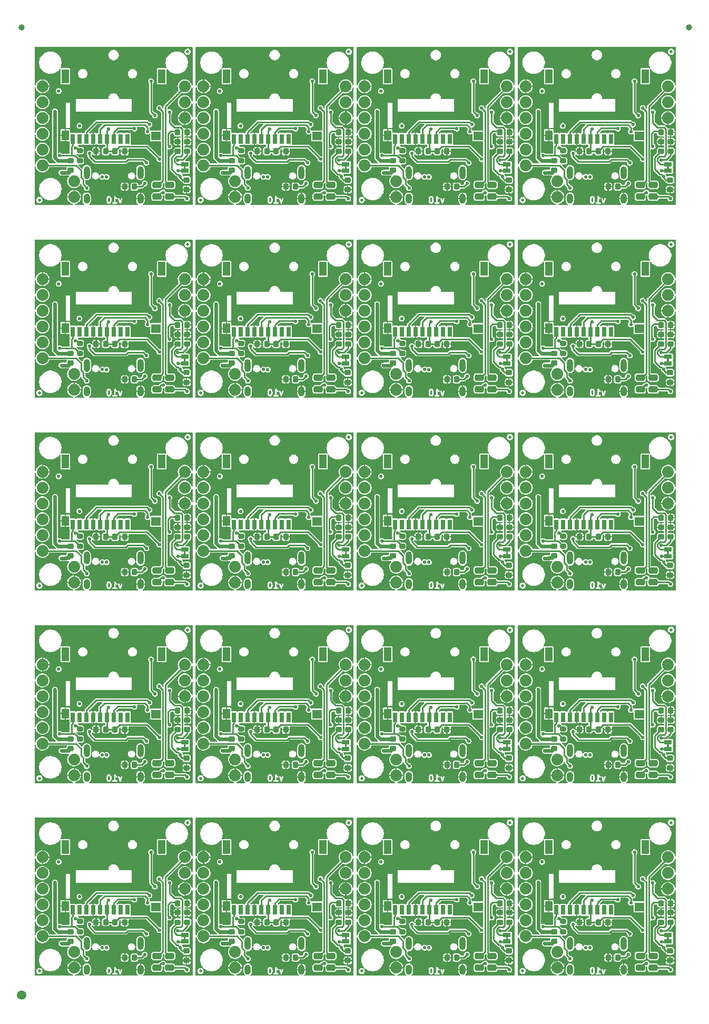
<source format=gbl>
%TF.GenerationSoftware,KiCad,Pcbnew,8.0.8*%
%TF.CreationDate,2025-02-19T11:23:30-07:00*%
%TF.ProjectId,SparkFun_Audio_Player_Breakout_MY1690X-16S_panelized,53706172-6b46-4756-9e5f-417564696f5f,v10*%
%TF.SameCoordinates,Original*%
%TF.FileFunction,Copper,L4,Bot*%
%TF.FilePolarity,Positive*%
%FSLAX46Y46*%
G04 Gerber Fmt 4.6, Leading zero omitted, Abs format (unit mm)*
G04 Created by KiCad (PCBNEW 8.0.8) date 2025-02-19 11:23:30*
%MOMM*%
%LPD*%
G01*
G04 APERTURE LIST*
G04 Aperture macros list*
%AMRoundRect*
0 Rectangle with rounded corners*
0 $1 Rounding radius*
0 $2 $3 $4 $5 $6 $7 $8 $9 X,Y pos of 4 corners*
0 Add a 4 corners polygon primitive as box body*
4,1,4,$2,$3,$4,$5,$6,$7,$8,$9,$2,$3,0*
0 Add four circle primitives for the rounded corners*
1,1,$1+$1,$2,$3*
1,1,$1+$1,$4,$5*
1,1,$1+$1,$6,$7*
1,1,$1+$1,$8,$9*
0 Add four rect primitives between the rounded corners*
20,1,$1+$1,$2,$3,$4,$5,0*
20,1,$1+$1,$4,$5,$6,$7,0*
20,1,$1+$1,$6,$7,$8,$9,0*
20,1,$1+$1,$8,$9,$2,$3,0*%
G04 Aperture macros list end*
%ADD10C,0.250000*%
%TA.AperFunction,EtchedComponent*%
%ADD11C,0.000000*%
%TD*%
%TA.AperFunction,SMDPad,CuDef*%
%ADD12C,1.000000*%
%TD*%
%TA.AperFunction,SMDPad,CuDef*%
%ADD13C,1.500000*%
%TD*%
%TA.AperFunction,SMDPad,CuDef*%
%ADD14RoundRect,0.225000X-0.225000X-0.250000X0.225000X-0.250000X0.225000X0.250000X-0.225000X0.250000X0*%
%TD*%
%TA.AperFunction,SMDPad,CuDef*%
%ADD15RoundRect,0.225000X0.225000X0.250000X-0.225000X0.250000X-0.225000X-0.250000X0.225000X-0.250000X0*%
%TD*%
%TA.AperFunction,SMDPad,CuDef*%
%ADD16RoundRect,0.200000X-0.275000X0.200000X-0.275000X-0.200000X0.275000X-0.200000X0.275000X0.200000X0*%
%TD*%
%TA.AperFunction,SMDPad,CuDef*%
%ADD17R,0.700000X1.600000*%
%TD*%
%TA.AperFunction,SMDPad,CuDef*%
%ADD18R,1.200000X1.600000*%
%TD*%
%TA.AperFunction,SMDPad,CuDef*%
%ADD19R,1.200000X2.200000*%
%TD*%
%TA.AperFunction,SMDPad,CuDef*%
%ADD20R,1.600000X1.400000*%
%TD*%
%TA.AperFunction,SMDPad,CuDef*%
%ADD21RoundRect,0.225000X-0.250000X0.225000X-0.250000X-0.225000X0.250000X-0.225000X0.250000X0.225000X0*%
%TD*%
%TA.AperFunction,SMDPad,CuDef*%
%ADD22RoundRect,0.250000X0.475000X-0.250000X0.475000X0.250000X-0.475000X0.250000X-0.475000X-0.250000X0*%
%TD*%
%TA.AperFunction,SMDPad,CuDef*%
%ADD23RoundRect,0.225000X0.250000X-0.225000X0.250000X0.225000X-0.250000X0.225000X-0.250000X-0.225000X0*%
%TD*%
%TA.AperFunction,SMDPad,CuDef*%
%ADD24C,0.500000*%
%TD*%
%TA.AperFunction,SMDPad,CuDef*%
%ADD25R,1.270000X0.660400*%
%TD*%
%TA.AperFunction,ComponentPad*%
%ADD26O,1.000000X1.600000*%
%TD*%
%TA.AperFunction,ComponentPad*%
%ADD27O,1.000000X2.100000*%
%TD*%
%TA.AperFunction,ComponentPad*%
%ADD28C,1.879600*%
%TD*%
%TA.AperFunction,ViaPad*%
%ADD29C,0.560000*%
%TD*%
%TA.AperFunction,Conductor*%
%ADD30C,0.254000*%
%TD*%
%TA.AperFunction,Conductor*%
%ADD31C,0.558800*%
%TD*%
G04 APERTURE END LIST*
D10*
G36*
X89722668Y125084029D02*
G01*
X89741600Y125065096D01*
X89774010Y125000275D01*
X89814570Y124838039D01*
X89814570Y124630722D01*
X89774010Y124468485D01*
X89741600Y124403664D01*
X89722668Y124384731D01*
X89671966Y124359380D01*
X89635747Y124359380D01*
X89585043Y124384731D01*
X89566111Y124403663D01*
X89533701Y124468484D01*
X89493142Y124630722D01*
X89493142Y124838039D01*
X89533701Y125000277D01*
X89566111Y125065097D01*
X89585044Y125084029D01*
X89635746Y125109380D01*
X89671967Y125109380D01*
X89722668Y125084029D01*
G37*
G36*
X91950132Y123984380D02*
G01*
X89118142Y123984380D01*
X89118142Y124853428D01*
X89243142Y124853428D01*
X89243142Y124615333D01*
X89243561Y124611078D01*
X89243290Y124609257D01*
X89244639Y124600128D01*
X89245544Y124590947D01*
X89246248Y124589245D01*
X89246874Y124585016D01*
X89294493Y124394540D01*
X89295136Y124392740D01*
X89295200Y124391841D01*
X89299082Y124381694D01*
X89302738Y124371465D01*
X89303274Y124370740D01*
X89303958Y124368955D01*
X89351576Y124273718D01*
X89358185Y124263219D01*
X89359447Y124260173D01*
X89362262Y124256741D01*
X89364631Y124252980D01*
X89367125Y124250816D01*
X89374992Y124241231D01*
X89422610Y124193612D01*
X89432195Y124185745D01*
X89434359Y124183251D01*
X89438120Y124180883D01*
X89441552Y124178067D01*
X89444599Y124176804D01*
X89455096Y124170197D01*
X89550335Y124122577D01*
X89573220Y124113819D01*
X89577702Y124113500D01*
X89581851Y124111782D01*
X89606237Y124109380D01*
X89701475Y124109380D01*
X89725861Y124111782D01*
X89730012Y124113501D01*
X89734492Y124113820D01*
X89757378Y124122577D01*
X89852616Y124170197D01*
X89863112Y124176804D01*
X89866159Y124178067D01*
X89869591Y124180884D01*
X89873353Y124183252D01*
X89875516Y124185746D01*
X89885101Y124193612D01*
X89932720Y124241230D01*
X89940589Y124250818D01*
X89943081Y124252980D01*
X89945446Y124256737D01*
X89947111Y124258766D01*
X90197925Y124258766D01*
X90197925Y124209994D01*
X90216589Y124164934D01*
X90251077Y124130446D01*
X90296137Y124111782D01*
X90320523Y124109380D01*
X90891951Y124109380D01*
X90916337Y124111782D01*
X90961397Y124130446D01*
X90995885Y124164934D01*
X91014549Y124209994D01*
X91014549Y124258766D01*
X90995885Y124303826D01*
X90961397Y124338314D01*
X90916337Y124356978D01*
X90891951Y124359380D01*
X90731237Y124359380D01*
X90731237Y124890508D01*
X90740811Y124884482D01*
X90836049Y124836863D01*
X90858935Y124828105D01*
X90907584Y124824648D01*
X90953855Y124840071D01*
X90990700Y124872027D01*
X90996075Y124882778D01*
X91101627Y124882778D01*
X91107567Y124859005D01*
X91345662Y124192338D01*
X91356126Y124170181D01*
X91360336Y124165529D01*
X91363023Y124159858D01*
X91376582Y124147582D01*
X91388858Y124134023D01*
X91394530Y124131336D01*
X91399181Y124127126D01*
X91416405Y124120974D01*
X91432936Y124113144D01*
X91439201Y124112832D01*
X91445111Y124110722D01*
X91463386Y124111630D01*
X91481649Y124110723D01*
X91487555Y124112832D01*
X91493823Y124113144D01*
X91510355Y124120974D01*
X91527579Y124127126D01*
X91532230Y124131336D01*
X91537902Y124134023D01*
X91550177Y124147582D01*
X91563737Y124159858D01*
X91566423Y124165529D01*
X91570634Y124170181D01*
X91581098Y124192338D01*
X91819193Y124859005D01*
X91825132Y124882778D01*
X91822711Y124931490D01*
X91801832Y124975569D01*
X91765674Y125008301D01*
X91719744Y125024704D01*
X91671031Y125022283D01*
X91626953Y125001404D01*
X91594221Y124965246D01*
X91583757Y124943089D01*
X91463380Y124606032D01*
X91343003Y124943089D01*
X91332539Y124965246D01*
X91299807Y125001404D01*
X91255728Y125022283D01*
X91207016Y125024705D01*
X91161086Y125008301D01*
X91124928Y124975569D01*
X91104049Y124931490D01*
X91101627Y124882778D01*
X90996075Y124882778D01*
X91012511Y124915650D01*
X91015969Y124964300D01*
X91000546Y125010570D01*
X90968590Y125047415D01*
X90947852Y125060470D01*
X90870756Y125099017D01*
X90798615Y125171158D01*
X90710243Y125303718D01*
X90710187Y125303785D01*
X90710171Y125303826D01*
X90710080Y125303916D01*
X90694718Y125322676D01*
X90684433Y125329563D01*
X90675683Y125338314D01*
X90664370Y125342999D01*
X90654194Y125349815D01*
X90642055Y125352242D01*
X90630623Y125356978D01*
X90618378Y125356978D01*
X90606367Y125359380D01*
X90594225Y125356978D01*
X90581851Y125356978D01*
X90570537Y125352292D01*
X90558522Y125349915D01*
X90548223Y125343049D01*
X90536791Y125338314D01*
X90528132Y125329655D01*
X90517941Y125322861D01*
X90511053Y125312576D01*
X90502303Y125303826D01*
X90497617Y125292513D01*
X90490802Y125282337D01*
X90488374Y125270198D01*
X90483639Y125258766D01*
X90481262Y125234636D01*
X90481237Y125234510D01*
X90481245Y125234466D01*
X90481237Y125234380D01*
X90481237Y124359380D01*
X90320523Y124359380D01*
X90296137Y124356978D01*
X90251077Y124338314D01*
X90216589Y124303826D01*
X90197925Y124258766D01*
X89947111Y124258766D01*
X89948265Y124260172D01*
X89949528Y124263222D01*
X89956135Y124273717D01*
X90003754Y124368955D01*
X90004437Y124370740D01*
X90004974Y124371465D01*
X90008629Y124381694D01*
X90012512Y124391841D01*
X90012575Y124392740D01*
X90013219Y124394540D01*
X90060838Y124585016D01*
X90061463Y124589245D01*
X90062168Y124590947D01*
X90063072Y124600126D01*
X90064422Y124609256D01*
X90064150Y124611078D01*
X90064570Y124615333D01*
X90064570Y124853428D01*
X90064150Y124857682D01*
X90064422Y124859505D01*
X90063072Y124868634D01*
X90062168Y124877814D01*
X90061463Y124879515D01*
X90060838Y124883745D01*
X90013219Y125074221D01*
X90012575Y125076020D01*
X90012512Y125076920D01*
X90008629Y125087066D01*
X90004974Y125097296D01*
X90004437Y125098020D01*
X90003754Y125099806D01*
X89956135Y125195044D01*
X89949528Y125205538D01*
X89948265Y125208589D01*
X89945446Y125212023D01*
X89943081Y125215781D01*
X89940589Y125217942D01*
X89932720Y125227531D01*
X89885101Y125275149D01*
X89875515Y125283015D01*
X89873352Y125285510D01*
X89869590Y125287878D01*
X89866159Y125290694D01*
X89863112Y125291955D01*
X89852614Y125298565D01*
X89757377Y125346183D01*
X89734491Y125354941D01*
X89730009Y125355259D01*
X89725861Y125356978D01*
X89701475Y125359380D01*
X89606237Y125359380D01*
X89581851Y125356978D01*
X89577701Y125355259D01*
X89573221Y125354941D01*
X89550335Y125346183D01*
X89455097Y125298564D01*
X89444602Y125291957D01*
X89441552Y125290694D01*
X89438117Y125287875D01*
X89434360Y125285510D01*
X89432198Y125283018D01*
X89422610Y125275149D01*
X89374992Y125227530D01*
X89367125Y125217944D01*
X89364631Y125215781D01*
X89362262Y125212019D01*
X89359447Y125208588D01*
X89358185Y125205541D01*
X89351576Y125195043D01*
X89303958Y125099806D01*
X89303274Y125098020D01*
X89302738Y125097296D01*
X89299082Y125087066D01*
X89295200Y125076920D01*
X89295136Y125076020D01*
X89294493Y125074221D01*
X89246874Y124883745D01*
X89246248Y124879515D01*
X89245544Y124877814D01*
X89244639Y124868632D01*
X89243290Y124859504D01*
X89243561Y124857682D01*
X89243142Y124853428D01*
X89118142Y124853428D01*
X89118142Y125484380D01*
X91950132Y125484380D01*
X91950132Y123984380D01*
G37*
G36*
X89722668Y94104031D02*
G01*
X89741600Y94085098D01*
X89774010Y94020277D01*
X89814570Y93858040D01*
X89814570Y93650723D01*
X89774010Y93488487D01*
X89741599Y93423664D01*
X89722668Y93404732D01*
X89671967Y93379381D01*
X89635746Y93379381D01*
X89585044Y93404732D01*
X89566112Y93423664D01*
X89533701Y93488485D01*
X89493142Y93650723D01*
X89493142Y93858040D01*
X89533701Y94020278D01*
X89566111Y94085099D01*
X89585044Y94104031D01*
X89635746Y94129381D01*
X89671967Y94129381D01*
X89722668Y94104031D01*
G37*
G36*
X91950132Y93004381D02*
G01*
X89118142Y93004381D01*
X89118142Y93873429D01*
X89243142Y93873429D01*
X89243142Y93635334D01*
X89243561Y93631080D01*
X89243290Y93629258D01*
X89244639Y93620130D01*
X89245544Y93610948D01*
X89246248Y93609247D01*
X89246874Y93605017D01*
X89294493Y93414541D01*
X89295136Y93412742D01*
X89295200Y93411842D01*
X89299082Y93401696D01*
X89302738Y93391466D01*
X89303274Y93390742D01*
X89303958Y93388956D01*
X89351576Y93293719D01*
X89358183Y93283223D01*
X89359446Y93280175D01*
X89362263Y93276742D01*
X89364631Y93272981D01*
X89367125Y93270818D01*
X89374991Y93261233D01*
X89422610Y93213613D01*
X89432198Y93205744D01*
X89434360Y93203251D01*
X89438114Y93200888D01*
X89441551Y93198067D01*
X89444604Y93196803D01*
X89455097Y93190197D01*
X89550335Y93142578D01*
X89573221Y93133820D01*
X89577701Y93133502D01*
X89581851Y93131783D01*
X89606237Y93129381D01*
X89701475Y93129381D01*
X89725861Y93131783D01*
X89730009Y93133502D01*
X89734491Y93133820D01*
X89757377Y93142578D01*
X89852614Y93190196D01*
X89863110Y93196804D01*
X89866160Y93198067D01*
X89869593Y93200886D01*
X89873352Y93203251D01*
X89875514Y93205745D01*
X89885102Y93213613D01*
X89932721Y93261232D01*
X89940588Y93270820D01*
X89943081Y93272981D01*
X89945447Y93276741D01*
X89947110Y93278767D01*
X90197925Y93278767D01*
X90197925Y93229995D01*
X90216589Y93184935D01*
X90251077Y93150447D01*
X90296137Y93131783D01*
X90320523Y93129381D01*
X90891951Y93129381D01*
X90916337Y93131783D01*
X90961397Y93150447D01*
X90995885Y93184935D01*
X91014549Y93229995D01*
X91014549Y93278767D01*
X90995885Y93323827D01*
X90961397Y93358315D01*
X90916337Y93376979D01*
X90891951Y93379381D01*
X90731237Y93379381D01*
X90731237Y93910510D01*
X90740811Y93904483D01*
X90836049Y93856864D01*
X90858935Y93848106D01*
X90907584Y93844649D01*
X90953855Y93860072D01*
X90990700Y93892028D01*
X90996075Y93902779D01*
X91101627Y93902779D01*
X91107567Y93879006D01*
X91345662Y93212339D01*
X91356126Y93190182D01*
X91360336Y93185531D01*
X91363023Y93179859D01*
X91376582Y93167584D01*
X91388858Y93154024D01*
X91394530Y93151338D01*
X91399181Y93147127D01*
X91416405Y93140976D01*
X91432936Y93133145D01*
X91439201Y93132834D01*
X91445111Y93130723D01*
X91463386Y93131632D01*
X91481649Y93130724D01*
X91487555Y93132834D01*
X91493823Y93133145D01*
X91510355Y93140976D01*
X91527579Y93147127D01*
X91532230Y93151338D01*
X91537902Y93154024D01*
X91550177Y93167584D01*
X91563737Y93179859D01*
X91566423Y93185531D01*
X91570634Y93190182D01*
X91581098Y93212339D01*
X91819193Y93879006D01*
X91825132Y93902779D01*
X91822711Y93951491D01*
X91801832Y93995570D01*
X91765674Y94028302D01*
X91719744Y94044705D01*
X91671031Y94042284D01*
X91626953Y94021405D01*
X91594221Y93985247D01*
X91583757Y93963090D01*
X91463380Y93626034D01*
X91343003Y93963090D01*
X91332539Y93985247D01*
X91299807Y94021405D01*
X91255728Y94042284D01*
X91207016Y94044706D01*
X91161086Y94028302D01*
X91124928Y93995570D01*
X91104049Y93951491D01*
X91101627Y93902779D01*
X90996075Y93902779D01*
X91012511Y93935651D01*
X91015969Y93984301D01*
X91000546Y94030571D01*
X90968590Y94067416D01*
X90947852Y94080471D01*
X90870756Y94119019D01*
X90798615Y94191160D01*
X90710243Y94323719D01*
X90710187Y94323787D01*
X90710171Y94323827D01*
X90710080Y94323918D01*
X90694718Y94342677D01*
X90684433Y94349565D01*
X90675683Y94358315D01*
X90664370Y94363001D01*
X90654194Y94369816D01*
X90642055Y94372244D01*
X90630623Y94376979D01*
X90618378Y94376979D01*
X90606367Y94379381D01*
X90594225Y94376979D01*
X90581851Y94376979D01*
X90570537Y94372294D01*
X90558522Y94369916D01*
X90548223Y94363051D01*
X90536791Y94358315D01*
X90528132Y94349656D01*
X90517941Y94342862D01*
X90511053Y94332578D01*
X90502303Y94323827D01*
X90497617Y94312515D01*
X90490802Y94302338D01*
X90488374Y94290200D01*
X90483639Y94278767D01*
X90481262Y94254638D01*
X90481237Y94254511D01*
X90481245Y94254468D01*
X90481237Y94254381D01*
X90481237Y93379381D01*
X90320523Y93379381D01*
X90296137Y93376979D01*
X90251077Y93358315D01*
X90216589Y93323827D01*
X90197925Y93278767D01*
X89947110Y93278767D01*
X89948266Y93280175D01*
X89949528Y93283224D01*
X89956135Y93293718D01*
X90003754Y93388956D01*
X90004437Y93390742D01*
X90004974Y93391466D01*
X90008629Y93401696D01*
X90012512Y93411842D01*
X90012575Y93412742D01*
X90013219Y93414541D01*
X90060838Y93605017D01*
X90061463Y93609247D01*
X90062168Y93610948D01*
X90063072Y93620128D01*
X90064422Y93629257D01*
X90064150Y93631080D01*
X90064570Y93635334D01*
X90064570Y93873429D01*
X90064150Y93877684D01*
X90064422Y93879506D01*
X90063072Y93888636D01*
X90062168Y93897815D01*
X90061463Y93899517D01*
X90060838Y93903746D01*
X90013219Y94094222D01*
X90012575Y94096022D01*
X90012512Y94096921D01*
X90008629Y94107068D01*
X90004974Y94117297D01*
X90004437Y94118022D01*
X90003754Y94119807D01*
X89956135Y94215045D01*
X89949528Y94225540D01*
X89948265Y94228590D01*
X89945446Y94232025D01*
X89943081Y94235782D01*
X89940589Y94237944D01*
X89932720Y94247532D01*
X89885101Y94295150D01*
X89875515Y94303017D01*
X89873352Y94305511D01*
X89869590Y94307880D01*
X89866159Y94310695D01*
X89863112Y94311957D01*
X89852614Y94318566D01*
X89757377Y94366184D01*
X89734491Y94374942D01*
X89730009Y94375261D01*
X89725861Y94376979D01*
X89701475Y94379381D01*
X89606237Y94379381D01*
X89581851Y94376979D01*
X89577701Y94375261D01*
X89573221Y94374942D01*
X89550335Y94366184D01*
X89455097Y94318565D01*
X89444602Y94311959D01*
X89441552Y94310695D01*
X89438117Y94307877D01*
X89434360Y94305511D01*
X89432198Y94303020D01*
X89422610Y94295150D01*
X89374992Y94247531D01*
X89367125Y94237946D01*
X89364631Y94235782D01*
X89362262Y94232021D01*
X89359447Y94228589D01*
X89358185Y94225543D01*
X89351576Y94215044D01*
X89303958Y94119807D01*
X89303274Y94118022D01*
X89302738Y94117297D01*
X89299082Y94107068D01*
X89295200Y94096921D01*
X89295136Y94096022D01*
X89294493Y94094222D01*
X89246874Y93903746D01*
X89246248Y93899517D01*
X89245544Y93897815D01*
X89244639Y93888634D01*
X89243290Y93879505D01*
X89243561Y93877684D01*
X89243142Y93873429D01*
X89118142Y93873429D01*
X89118142Y94504381D01*
X91950132Y94504381D01*
X91950132Y93004381D01*
G37*
G36*
X89722668Y63124031D02*
G01*
X89741600Y63105098D01*
X89774010Y63040277D01*
X89814570Y62878040D01*
X89814570Y62670723D01*
X89774010Y62508487D01*
X89741599Y62443664D01*
X89722668Y62424732D01*
X89671967Y62399381D01*
X89635746Y62399381D01*
X89585044Y62424732D01*
X89566112Y62443664D01*
X89533701Y62508485D01*
X89493142Y62670723D01*
X89493142Y62878040D01*
X89533701Y63040278D01*
X89566111Y63105099D01*
X89585044Y63124031D01*
X89635746Y63149381D01*
X89671967Y63149381D01*
X89722668Y63124031D01*
G37*
G36*
X91950132Y62024381D02*
G01*
X89118142Y62024381D01*
X89118142Y62893429D01*
X89243142Y62893429D01*
X89243142Y62655334D01*
X89243561Y62651080D01*
X89243290Y62649258D01*
X89244639Y62640130D01*
X89245544Y62630948D01*
X89246248Y62629247D01*
X89246874Y62625017D01*
X89294493Y62434541D01*
X89295136Y62432742D01*
X89295200Y62431842D01*
X89299082Y62421696D01*
X89302738Y62411466D01*
X89303274Y62410742D01*
X89303958Y62408956D01*
X89351576Y62313719D01*
X89358183Y62303223D01*
X89359446Y62300175D01*
X89362263Y62296742D01*
X89364631Y62292981D01*
X89367125Y62290818D01*
X89374991Y62281233D01*
X89422610Y62233613D01*
X89432198Y62225744D01*
X89434360Y62223251D01*
X89438114Y62220888D01*
X89441551Y62218067D01*
X89444604Y62216803D01*
X89455097Y62210197D01*
X89550335Y62162578D01*
X89573221Y62153820D01*
X89577701Y62153502D01*
X89581851Y62151783D01*
X89606237Y62149381D01*
X89701475Y62149381D01*
X89725861Y62151783D01*
X89730009Y62153502D01*
X89734491Y62153820D01*
X89757377Y62162578D01*
X89852614Y62210196D01*
X89863110Y62216804D01*
X89866160Y62218067D01*
X89869593Y62220886D01*
X89873352Y62223251D01*
X89875514Y62225745D01*
X89885102Y62233613D01*
X89932721Y62281232D01*
X89940588Y62290820D01*
X89943081Y62292981D01*
X89945447Y62296741D01*
X89947110Y62298767D01*
X90197925Y62298767D01*
X90197925Y62249995D01*
X90216589Y62204935D01*
X90251077Y62170447D01*
X90296137Y62151783D01*
X90320523Y62149381D01*
X90891951Y62149381D01*
X90916337Y62151783D01*
X90961397Y62170447D01*
X90995885Y62204935D01*
X91014549Y62249995D01*
X91014549Y62298767D01*
X90995885Y62343827D01*
X90961397Y62378315D01*
X90916337Y62396979D01*
X90891951Y62399381D01*
X90731237Y62399381D01*
X90731237Y62930510D01*
X90740811Y62924483D01*
X90836049Y62876864D01*
X90858935Y62868106D01*
X90907584Y62864649D01*
X90953855Y62880072D01*
X90990700Y62912028D01*
X90996075Y62922779D01*
X91101627Y62922779D01*
X91107567Y62899006D01*
X91345662Y62232339D01*
X91356126Y62210182D01*
X91360336Y62205531D01*
X91363023Y62199859D01*
X91376582Y62187584D01*
X91388858Y62174024D01*
X91394530Y62171338D01*
X91399181Y62167127D01*
X91416405Y62160976D01*
X91432936Y62153145D01*
X91439201Y62152834D01*
X91445111Y62150723D01*
X91463386Y62151632D01*
X91481649Y62150724D01*
X91487555Y62152834D01*
X91493823Y62153145D01*
X91510355Y62160976D01*
X91527579Y62167127D01*
X91532230Y62171338D01*
X91537902Y62174024D01*
X91550177Y62187584D01*
X91563737Y62199859D01*
X91566423Y62205531D01*
X91570634Y62210182D01*
X91581098Y62232339D01*
X91819193Y62899006D01*
X91825132Y62922779D01*
X91822711Y62971491D01*
X91801832Y63015570D01*
X91765674Y63048302D01*
X91719744Y63064705D01*
X91671031Y63062284D01*
X91626953Y63041405D01*
X91594221Y63005247D01*
X91583757Y62983090D01*
X91463380Y62646034D01*
X91343003Y62983090D01*
X91332539Y63005247D01*
X91299807Y63041405D01*
X91255728Y63062284D01*
X91207016Y63064706D01*
X91161086Y63048302D01*
X91124928Y63015570D01*
X91104049Y62971491D01*
X91101627Y62922779D01*
X90996075Y62922779D01*
X91012511Y62955651D01*
X91015969Y63004301D01*
X91000546Y63050571D01*
X90968590Y63087416D01*
X90947852Y63100471D01*
X90870756Y63139019D01*
X90798615Y63211160D01*
X90710243Y63343719D01*
X90710187Y63343787D01*
X90710171Y63343827D01*
X90710080Y63343918D01*
X90694718Y63362677D01*
X90684433Y63369565D01*
X90675683Y63378315D01*
X90664370Y63383001D01*
X90654194Y63389816D01*
X90642055Y63392244D01*
X90630623Y63396979D01*
X90618378Y63396979D01*
X90606367Y63399381D01*
X90594225Y63396979D01*
X90581851Y63396979D01*
X90570537Y63392294D01*
X90558522Y63389916D01*
X90548223Y63383051D01*
X90536791Y63378315D01*
X90528132Y63369656D01*
X90517941Y63362862D01*
X90511053Y63352578D01*
X90502303Y63343827D01*
X90497617Y63332515D01*
X90490802Y63322338D01*
X90488374Y63310200D01*
X90483639Y63298767D01*
X90481262Y63274638D01*
X90481237Y63274511D01*
X90481245Y63274468D01*
X90481237Y63274381D01*
X90481237Y62399381D01*
X90320523Y62399381D01*
X90296137Y62396979D01*
X90251077Y62378315D01*
X90216589Y62343827D01*
X90197925Y62298767D01*
X89947110Y62298767D01*
X89948266Y62300175D01*
X89949528Y62303224D01*
X89956135Y62313718D01*
X90003754Y62408956D01*
X90004437Y62410742D01*
X90004974Y62411466D01*
X90008629Y62421696D01*
X90012512Y62431842D01*
X90012575Y62432742D01*
X90013219Y62434541D01*
X90060838Y62625017D01*
X90061463Y62629247D01*
X90062168Y62630948D01*
X90063072Y62640128D01*
X90064422Y62649257D01*
X90064150Y62651080D01*
X90064570Y62655334D01*
X90064570Y62893429D01*
X90064150Y62897684D01*
X90064422Y62899506D01*
X90063072Y62908636D01*
X90062168Y62917815D01*
X90061463Y62919517D01*
X90060838Y62923746D01*
X90013219Y63114222D01*
X90012575Y63116022D01*
X90012512Y63116921D01*
X90008629Y63127068D01*
X90004974Y63137297D01*
X90004437Y63138022D01*
X90003754Y63139807D01*
X89956135Y63235045D01*
X89949528Y63245540D01*
X89948265Y63248590D01*
X89945446Y63252025D01*
X89943081Y63255782D01*
X89940589Y63257944D01*
X89932720Y63267532D01*
X89885101Y63315150D01*
X89875515Y63323017D01*
X89873352Y63325511D01*
X89869590Y63327880D01*
X89866159Y63330695D01*
X89863112Y63331957D01*
X89852614Y63338566D01*
X89757377Y63386184D01*
X89734491Y63394942D01*
X89730009Y63395261D01*
X89725861Y63396979D01*
X89701475Y63399381D01*
X89606237Y63399381D01*
X89581851Y63396979D01*
X89577701Y63395261D01*
X89573221Y63394942D01*
X89550335Y63386184D01*
X89455097Y63338565D01*
X89444602Y63331959D01*
X89441552Y63330695D01*
X89438117Y63327877D01*
X89434360Y63325511D01*
X89432198Y63323020D01*
X89422610Y63315150D01*
X89374992Y63267531D01*
X89367125Y63257946D01*
X89364631Y63255782D01*
X89362262Y63252021D01*
X89359447Y63248589D01*
X89358185Y63245543D01*
X89351576Y63235044D01*
X89303958Y63139807D01*
X89303274Y63138022D01*
X89302738Y63137297D01*
X89299082Y63127068D01*
X89295200Y63116921D01*
X89295136Y63116022D01*
X89294493Y63114222D01*
X89246874Y62923746D01*
X89246248Y62919517D01*
X89245544Y62917815D01*
X89244639Y62908634D01*
X89243290Y62899505D01*
X89243561Y62897684D01*
X89243142Y62893429D01*
X89118142Y62893429D01*
X89118142Y63524381D01*
X91950132Y63524381D01*
X91950132Y62024381D01*
G37*
G36*
X89722668Y32144031D02*
G01*
X89741600Y32125098D01*
X89774010Y32060277D01*
X89814570Y31898040D01*
X89814570Y31690723D01*
X89774010Y31528487D01*
X89741599Y31463664D01*
X89722668Y31444732D01*
X89671967Y31419381D01*
X89635746Y31419381D01*
X89585044Y31444732D01*
X89566112Y31463664D01*
X89533701Y31528485D01*
X89493142Y31690723D01*
X89493142Y31898040D01*
X89533701Y32060278D01*
X89566111Y32125099D01*
X89585044Y32144031D01*
X89635746Y32169381D01*
X89671967Y32169381D01*
X89722668Y32144031D01*
G37*
G36*
X91950132Y31044381D02*
G01*
X89118142Y31044381D01*
X89118142Y31913429D01*
X89243142Y31913429D01*
X89243142Y31675334D01*
X89243561Y31671080D01*
X89243290Y31669258D01*
X89244639Y31660130D01*
X89245544Y31650948D01*
X89246248Y31649247D01*
X89246874Y31645017D01*
X89294493Y31454541D01*
X89295136Y31452742D01*
X89295200Y31451842D01*
X89299082Y31441696D01*
X89302738Y31431466D01*
X89303274Y31430742D01*
X89303958Y31428956D01*
X89351576Y31333719D01*
X89358183Y31323223D01*
X89359446Y31320175D01*
X89362263Y31316742D01*
X89364631Y31312981D01*
X89367125Y31310818D01*
X89374991Y31301233D01*
X89422610Y31253613D01*
X89432198Y31245744D01*
X89434360Y31243251D01*
X89438114Y31240888D01*
X89441551Y31238067D01*
X89444604Y31236803D01*
X89455097Y31230197D01*
X89550335Y31182578D01*
X89573221Y31173820D01*
X89577701Y31173502D01*
X89581851Y31171783D01*
X89606237Y31169381D01*
X89701475Y31169381D01*
X89725861Y31171783D01*
X89730009Y31173502D01*
X89734491Y31173820D01*
X89757377Y31182578D01*
X89852614Y31230196D01*
X89863110Y31236804D01*
X89866160Y31238067D01*
X89869593Y31240886D01*
X89873352Y31243251D01*
X89875514Y31245745D01*
X89885102Y31253613D01*
X89932721Y31301232D01*
X89940588Y31310820D01*
X89943081Y31312981D01*
X89945447Y31316741D01*
X89947110Y31318767D01*
X90197925Y31318767D01*
X90197925Y31269995D01*
X90216589Y31224935D01*
X90251077Y31190447D01*
X90296137Y31171783D01*
X90320523Y31169381D01*
X90891951Y31169381D01*
X90916337Y31171783D01*
X90961397Y31190447D01*
X90995885Y31224935D01*
X91014549Y31269995D01*
X91014549Y31318767D01*
X90995885Y31363827D01*
X90961397Y31398315D01*
X90916337Y31416979D01*
X90891951Y31419381D01*
X90731237Y31419381D01*
X90731237Y31950510D01*
X90740811Y31944483D01*
X90836049Y31896864D01*
X90858935Y31888106D01*
X90907584Y31884649D01*
X90953855Y31900072D01*
X90990700Y31932028D01*
X90996075Y31942779D01*
X91101627Y31942779D01*
X91107567Y31919006D01*
X91345662Y31252339D01*
X91356126Y31230182D01*
X91360336Y31225531D01*
X91363023Y31219859D01*
X91376582Y31207584D01*
X91388858Y31194024D01*
X91394530Y31191338D01*
X91399181Y31187127D01*
X91416405Y31180976D01*
X91432936Y31173145D01*
X91439201Y31172834D01*
X91445111Y31170723D01*
X91463386Y31171632D01*
X91481649Y31170724D01*
X91487555Y31172834D01*
X91493823Y31173145D01*
X91510355Y31180976D01*
X91527579Y31187127D01*
X91532230Y31191338D01*
X91537902Y31194024D01*
X91550177Y31207584D01*
X91563737Y31219859D01*
X91566423Y31225531D01*
X91570634Y31230182D01*
X91581098Y31252339D01*
X91819193Y31919006D01*
X91825132Y31942779D01*
X91822711Y31991491D01*
X91801832Y32035570D01*
X91765674Y32068302D01*
X91719744Y32084705D01*
X91671031Y32082284D01*
X91626953Y32061405D01*
X91594221Y32025247D01*
X91583757Y32003090D01*
X91463380Y31666034D01*
X91343003Y32003090D01*
X91332539Y32025247D01*
X91299807Y32061405D01*
X91255728Y32082284D01*
X91207016Y32084706D01*
X91161086Y32068302D01*
X91124928Y32035570D01*
X91104049Y31991491D01*
X91101627Y31942779D01*
X90996075Y31942779D01*
X91012511Y31975651D01*
X91015969Y32024301D01*
X91000546Y32070571D01*
X90968590Y32107416D01*
X90947852Y32120471D01*
X90870756Y32159019D01*
X90798615Y32231160D01*
X90710243Y32363719D01*
X90710187Y32363787D01*
X90710171Y32363827D01*
X90710080Y32363918D01*
X90694718Y32382677D01*
X90684433Y32389565D01*
X90675683Y32398315D01*
X90664370Y32403001D01*
X90654194Y32409816D01*
X90642055Y32412244D01*
X90630623Y32416979D01*
X90618378Y32416979D01*
X90606367Y32419381D01*
X90594225Y32416979D01*
X90581851Y32416979D01*
X90570537Y32412294D01*
X90558522Y32409916D01*
X90548223Y32403051D01*
X90536791Y32398315D01*
X90528132Y32389656D01*
X90517941Y32382862D01*
X90511053Y32372578D01*
X90502303Y32363827D01*
X90497617Y32352515D01*
X90490802Y32342338D01*
X90488374Y32330200D01*
X90483639Y32318767D01*
X90481262Y32294638D01*
X90481237Y32294511D01*
X90481245Y32294468D01*
X90481237Y32294381D01*
X90481237Y31419381D01*
X90320523Y31419381D01*
X90296137Y31416979D01*
X90251077Y31398315D01*
X90216589Y31363827D01*
X90197925Y31318767D01*
X89947110Y31318767D01*
X89948266Y31320175D01*
X89949528Y31323224D01*
X89956135Y31333718D01*
X90003754Y31428956D01*
X90004437Y31430742D01*
X90004974Y31431466D01*
X90008629Y31441696D01*
X90012512Y31451842D01*
X90012575Y31452742D01*
X90013219Y31454541D01*
X90060838Y31645017D01*
X90061463Y31649247D01*
X90062168Y31650948D01*
X90063072Y31660128D01*
X90064422Y31669257D01*
X90064150Y31671080D01*
X90064570Y31675334D01*
X90064570Y31913429D01*
X90064150Y31917684D01*
X90064422Y31919506D01*
X90063072Y31928636D01*
X90062168Y31937815D01*
X90061463Y31939517D01*
X90060838Y31943746D01*
X90013219Y32134222D01*
X90012575Y32136022D01*
X90012512Y32136921D01*
X90008629Y32147068D01*
X90004974Y32157297D01*
X90004437Y32158022D01*
X90003754Y32159807D01*
X89956135Y32255045D01*
X89949528Y32265540D01*
X89948265Y32268590D01*
X89945446Y32272025D01*
X89943081Y32275782D01*
X89940589Y32277944D01*
X89932720Y32287532D01*
X89885101Y32335150D01*
X89875515Y32343017D01*
X89873352Y32345511D01*
X89869590Y32347880D01*
X89866159Y32350695D01*
X89863112Y32351957D01*
X89852614Y32358566D01*
X89757377Y32406184D01*
X89734491Y32414942D01*
X89730009Y32415261D01*
X89725861Y32416979D01*
X89701475Y32419381D01*
X89606237Y32419381D01*
X89581851Y32416979D01*
X89577701Y32415261D01*
X89573221Y32414942D01*
X89550335Y32406184D01*
X89455097Y32358565D01*
X89444602Y32351959D01*
X89441552Y32350695D01*
X89438117Y32347877D01*
X89434360Y32345511D01*
X89432198Y32343020D01*
X89422610Y32335150D01*
X89374992Y32287531D01*
X89367125Y32277946D01*
X89364631Y32275782D01*
X89362262Y32272021D01*
X89359447Y32268589D01*
X89358185Y32265543D01*
X89351576Y32255044D01*
X89303958Y32159807D01*
X89303274Y32158022D01*
X89302738Y32157297D01*
X89299082Y32147068D01*
X89295200Y32136921D01*
X89295136Y32136022D01*
X89294493Y32134222D01*
X89246874Y31943746D01*
X89246248Y31939517D01*
X89245544Y31937815D01*
X89244639Y31928634D01*
X89243290Y31919505D01*
X89243561Y31917684D01*
X89243142Y31913429D01*
X89118142Y31913429D01*
X89118142Y32544381D01*
X91950132Y32544381D01*
X91950132Y31044381D01*
G37*
G36*
X89722668Y1164031D02*
G01*
X89741600Y1145098D01*
X89774010Y1080277D01*
X89814570Y918040D01*
X89814570Y710723D01*
X89774010Y548487D01*
X89741599Y483664D01*
X89722668Y464732D01*
X89671967Y439381D01*
X89635746Y439381D01*
X89585044Y464732D01*
X89566112Y483664D01*
X89533701Y548485D01*
X89493142Y710723D01*
X89493142Y918040D01*
X89533701Y1080278D01*
X89566111Y1145099D01*
X89585044Y1164031D01*
X89635746Y1189381D01*
X89671967Y1189381D01*
X89722668Y1164031D01*
G37*
G36*
X91950132Y64381D02*
G01*
X89118142Y64381D01*
X89118142Y933429D01*
X89243142Y933429D01*
X89243142Y695334D01*
X89243561Y691080D01*
X89243290Y689258D01*
X89244639Y680130D01*
X89245544Y670948D01*
X89246248Y669247D01*
X89246874Y665017D01*
X89294493Y474541D01*
X89295136Y472742D01*
X89295200Y471842D01*
X89299082Y461696D01*
X89302738Y451466D01*
X89303274Y450742D01*
X89303958Y448956D01*
X89351576Y353719D01*
X89358183Y343223D01*
X89359446Y340175D01*
X89362263Y336742D01*
X89364631Y332981D01*
X89367125Y330818D01*
X89374991Y321233D01*
X89422610Y273613D01*
X89432198Y265744D01*
X89434360Y263251D01*
X89438114Y260888D01*
X89441551Y258067D01*
X89444604Y256803D01*
X89455097Y250197D01*
X89550335Y202578D01*
X89573221Y193820D01*
X89577701Y193502D01*
X89581851Y191783D01*
X89606237Y189381D01*
X89701475Y189381D01*
X89725861Y191783D01*
X89730009Y193502D01*
X89734491Y193820D01*
X89757377Y202578D01*
X89852614Y250196D01*
X89863110Y256804D01*
X89866160Y258067D01*
X89869593Y260886D01*
X89873352Y263251D01*
X89875514Y265745D01*
X89885102Y273613D01*
X89932721Y321232D01*
X89940588Y330820D01*
X89943081Y332981D01*
X89945447Y336741D01*
X89947110Y338767D01*
X90197925Y338767D01*
X90197925Y289995D01*
X90216589Y244935D01*
X90251077Y210447D01*
X90296137Y191783D01*
X90320523Y189381D01*
X90891951Y189381D01*
X90916337Y191783D01*
X90961397Y210447D01*
X90995885Y244935D01*
X91014549Y289995D01*
X91014549Y338767D01*
X90995885Y383827D01*
X90961397Y418315D01*
X90916337Y436979D01*
X90891951Y439381D01*
X90731237Y439381D01*
X90731237Y970510D01*
X90740811Y964483D01*
X90836049Y916864D01*
X90858935Y908106D01*
X90907584Y904649D01*
X90953855Y920072D01*
X90990700Y952028D01*
X90996075Y962779D01*
X91101627Y962779D01*
X91107567Y939006D01*
X91345662Y272339D01*
X91356126Y250182D01*
X91360336Y245531D01*
X91363023Y239859D01*
X91376582Y227584D01*
X91388858Y214024D01*
X91394530Y211338D01*
X91399181Y207127D01*
X91416405Y200976D01*
X91432936Y193145D01*
X91439201Y192834D01*
X91445111Y190723D01*
X91463386Y191632D01*
X91481649Y190724D01*
X91487555Y192834D01*
X91493823Y193145D01*
X91510355Y200976D01*
X91527579Y207127D01*
X91532230Y211338D01*
X91537902Y214024D01*
X91550177Y227584D01*
X91563737Y239859D01*
X91566423Y245531D01*
X91570634Y250182D01*
X91581098Y272339D01*
X91819193Y939006D01*
X91825132Y962779D01*
X91822711Y1011491D01*
X91801832Y1055570D01*
X91765674Y1088302D01*
X91719744Y1104705D01*
X91671031Y1102284D01*
X91626953Y1081405D01*
X91594221Y1045247D01*
X91583757Y1023090D01*
X91463380Y686034D01*
X91343003Y1023090D01*
X91332539Y1045247D01*
X91299807Y1081405D01*
X91255728Y1102284D01*
X91207016Y1104706D01*
X91161086Y1088302D01*
X91124928Y1055570D01*
X91104049Y1011491D01*
X91101627Y962779D01*
X90996075Y962779D01*
X91012511Y995651D01*
X91015969Y1044301D01*
X91000546Y1090571D01*
X90968590Y1127416D01*
X90947852Y1140471D01*
X90870756Y1179019D01*
X90798615Y1251160D01*
X90710243Y1383719D01*
X90710187Y1383787D01*
X90710171Y1383827D01*
X90710080Y1383918D01*
X90694718Y1402677D01*
X90684433Y1409565D01*
X90675683Y1418315D01*
X90664370Y1423001D01*
X90654194Y1429816D01*
X90642055Y1432244D01*
X90630623Y1436979D01*
X90618378Y1436979D01*
X90606367Y1439381D01*
X90594225Y1436979D01*
X90581851Y1436979D01*
X90570537Y1432294D01*
X90558522Y1429916D01*
X90548223Y1423051D01*
X90536791Y1418315D01*
X90528132Y1409656D01*
X90517941Y1402862D01*
X90511053Y1392578D01*
X90502303Y1383827D01*
X90497617Y1372515D01*
X90490802Y1362338D01*
X90488374Y1350200D01*
X90483639Y1338767D01*
X90481262Y1314638D01*
X90481237Y1314511D01*
X90481245Y1314468D01*
X90481237Y1314381D01*
X90481237Y439381D01*
X90320523Y439381D01*
X90296137Y436979D01*
X90251077Y418315D01*
X90216589Y383827D01*
X90197925Y338767D01*
X89947110Y338767D01*
X89948266Y340175D01*
X89949528Y343224D01*
X89956135Y353718D01*
X90003754Y448956D01*
X90004437Y450742D01*
X90004974Y451466D01*
X90008629Y461696D01*
X90012512Y471842D01*
X90012575Y472742D01*
X90013219Y474541D01*
X90060838Y665017D01*
X90061463Y669247D01*
X90062168Y670948D01*
X90063072Y680128D01*
X90064422Y689257D01*
X90064150Y691080D01*
X90064570Y695334D01*
X90064570Y933429D01*
X90064150Y937684D01*
X90064422Y939506D01*
X90063072Y948636D01*
X90062168Y957815D01*
X90061463Y959517D01*
X90060838Y963746D01*
X90013219Y1154222D01*
X90012575Y1156022D01*
X90012512Y1156921D01*
X90008629Y1167068D01*
X90004974Y1177297D01*
X90004437Y1178022D01*
X90003754Y1179807D01*
X89956135Y1275045D01*
X89949528Y1285540D01*
X89948265Y1288590D01*
X89945446Y1292025D01*
X89943081Y1295782D01*
X89940589Y1297944D01*
X89932720Y1307532D01*
X89885101Y1355150D01*
X89875515Y1363017D01*
X89873352Y1365511D01*
X89869590Y1367880D01*
X89866159Y1370695D01*
X89863112Y1371957D01*
X89852614Y1378566D01*
X89757377Y1426184D01*
X89734491Y1434942D01*
X89730009Y1435261D01*
X89725861Y1436979D01*
X89701475Y1439381D01*
X89606237Y1439381D01*
X89581851Y1436979D01*
X89577701Y1435261D01*
X89573221Y1434942D01*
X89550335Y1426184D01*
X89455097Y1378565D01*
X89444602Y1371959D01*
X89441552Y1370695D01*
X89438117Y1367877D01*
X89434360Y1365511D01*
X89432198Y1363020D01*
X89422610Y1355150D01*
X89374992Y1307531D01*
X89367125Y1297946D01*
X89364631Y1295782D01*
X89362262Y1292021D01*
X89359447Y1288589D01*
X89358185Y1285543D01*
X89351576Y1275044D01*
X89303958Y1179807D01*
X89303274Y1178022D01*
X89302738Y1177297D01*
X89299082Y1167068D01*
X89295200Y1156921D01*
X89295136Y1156022D01*
X89294493Y1154222D01*
X89246874Y963746D01*
X89246248Y959517D01*
X89245544Y957815D01*
X89244639Y948634D01*
X89243290Y939505D01*
X89243561Y937684D01*
X89243142Y933429D01*
X89118142Y933429D01*
X89118142Y1564381D01*
X91950132Y1564381D01*
X91950132Y64381D01*
G37*
G36*
X63822668Y125084029D02*
G01*
X63841600Y125065096D01*
X63874010Y125000275D01*
X63914570Y124838039D01*
X63914570Y124630722D01*
X63874010Y124468485D01*
X63841600Y124403664D01*
X63822668Y124384731D01*
X63771966Y124359380D01*
X63735747Y124359380D01*
X63685043Y124384731D01*
X63666111Y124403663D01*
X63633701Y124468484D01*
X63593142Y124630722D01*
X63593142Y124838039D01*
X63633701Y125000277D01*
X63666111Y125065097D01*
X63685044Y125084029D01*
X63735746Y125109380D01*
X63771967Y125109380D01*
X63822668Y125084029D01*
G37*
G36*
X66050132Y123984380D02*
G01*
X63218142Y123984380D01*
X63218142Y124853428D01*
X63343142Y124853428D01*
X63343142Y124615333D01*
X63343561Y124611078D01*
X63343290Y124609257D01*
X63344639Y124600128D01*
X63345544Y124590947D01*
X63346248Y124589245D01*
X63346874Y124585016D01*
X63394493Y124394540D01*
X63395136Y124392740D01*
X63395200Y124391841D01*
X63399082Y124381694D01*
X63402738Y124371465D01*
X63403274Y124370740D01*
X63403958Y124368955D01*
X63451576Y124273718D01*
X63458185Y124263219D01*
X63459447Y124260173D01*
X63462262Y124256741D01*
X63464631Y124252980D01*
X63467125Y124250816D01*
X63474992Y124241231D01*
X63522610Y124193612D01*
X63532195Y124185745D01*
X63534359Y124183251D01*
X63538120Y124180883D01*
X63541552Y124178067D01*
X63544599Y124176804D01*
X63555096Y124170197D01*
X63650335Y124122577D01*
X63673220Y124113819D01*
X63677702Y124113500D01*
X63681851Y124111782D01*
X63706237Y124109380D01*
X63801475Y124109380D01*
X63825861Y124111782D01*
X63830012Y124113501D01*
X63834492Y124113820D01*
X63857378Y124122577D01*
X63952616Y124170197D01*
X63963112Y124176804D01*
X63966159Y124178067D01*
X63969591Y124180884D01*
X63973353Y124183252D01*
X63975516Y124185746D01*
X63985101Y124193612D01*
X64032720Y124241230D01*
X64040589Y124250818D01*
X64043081Y124252980D01*
X64045446Y124256737D01*
X64047111Y124258766D01*
X64297925Y124258766D01*
X64297925Y124209994D01*
X64316589Y124164934D01*
X64351077Y124130446D01*
X64396137Y124111782D01*
X64420523Y124109380D01*
X64991951Y124109380D01*
X65016337Y124111782D01*
X65061397Y124130446D01*
X65095885Y124164934D01*
X65114549Y124209994D01*
X65114549Y124258766D01*
X65095885Y124303826D01*
X65061397Y124338314D01*
X65016337Y124356978D01*
X64991951Y124359380D01*
X64831237Y124359380D01*
X64831237Y124890508D01*
X64840811Y124884482D01*
X64936049Y124836863D01*
X64958935Y124828105D01*
X65007584Y124824648D01*
X65053855Y124840071D01*
X65090700Y124872027D01*
X65096075Y124882778D01*
X65201627Y124882778D01*
X65207567Y124859005D01*
X65445662Y124192338D01*
X65456126Y124170181D01*
X65460336Y124165529D01*
X65463023Y124159858D01*
X65476582Y124147582D01*
X65488858Y124134023D01*
X65494530Y124131336D01*
X65499181Y124127126D01*
X65516405Y124120974D01*
X65532936Y124113144D01*
X65539201Y124112832D01*
X65545111Y124110722D01*
X65563386Y124111630D01*
X65581649Y124110723D01*
X65587555Y124112832D01*
X65593823Y124113144D01*
X65610355Y124120974D01*
X65627579Y124127126D01*
X65632230Y124131336D01*
X65637902Y124134023D01*
X65650177Y124147582D01*
X65663737Y124159858D01*
X65666423Y124165529D01*
X65670634Y124170181D01*
X65681098Y124192338D01*
X65919193Y124859005D01*
X65925132Y124882778D01*
X65922711Y124931490D01*
X65901832Y124975569D01*
X65865674Y125008301D01*
X65819744Y125024704D01*
X65771031Y125022283D01*
X65726953Y125001404D01*
X65694221Y124965246D01*
X65683757Y124943089D01*
X65563380Y124606032D01*
X65443003Y124943089D01*
X65432539Y124965246D01*
X65399807Y125001404D01*
X65355728Y125022283D01*
X65307016Y125024705D01*
X65261086Y125008301D01*
X65224928Y124975569D01*
X65204049Y124931490D01*
X65201627Y124882778D01*
X65096075Y124882778D01*
X65112511Y124915650D01*
X65115969Y124964300D01*
X65100546Y125010570D01*
X65068590Y125047415D01*
X65047852Y125060470D01*
X64970756Y125099017D01*
X64898615Y125171158D01*
X64810243Y125303718D01*
X64810187Y125303785D01*
X64810171Y125303826D01*
X64810080Y125303916D01*
X64794718Y125322676D01*
X64784433Y125329563D01*
X64775683Y125338314D01*
X64764370Y125342999D01*
X64754194Y125349815D01*
X64742055Y125352242D01*
X64730623Y125356978D01*
X64718378Y125356978D01*
X64706367Y125359380D01*
X64694225Y125356978D01*
X64681851Y125356978D01*
X64670537Y125352292D01*
X64658522Y125349915D01*
X64648223Y125343049D01*
X64636791Y125338314D01*
X64628132Y125329655D01*
X64617941Y125322861D01*
X64611053Y125312576D01*
X64602303Y125303826D01*
X64597617Y125292513D01*
X64590802Y125282337D01*
X64588374Y125270198D01*
X64583639Y125258766D01*
X64581262Y125234636D01*
X64581237Y125234510D01*
X64581245Y125234466D01*
X64581237Y125234380D01*
X64581237Y124359380D01*
X64420523Y124359380D01*
X64396137Y124356978D01*
X64351077Y124338314D01*
X64316589Y124303826D01*
X64297925Y124258766D01*
X64047111Y124258766D01*
X64048265Y124260172D01*
X64049528Y124263222D01*
X64056135Y124273717D01*
X64103754Y124368955D01*
X64104437Y124370740D01*
X64104974Y124371465D01*
X64108629Y124381694D01*
X64112512Y124391841D01*
X64112575Y124392740D01*
X64113219Y124394540D01*
X64160838Y124585016D01*
X64161463Y124589245D01*
X64162168Y124590947D01*
X64163072Y124600126D01*
X64164422Y124609256D01*
X64164150Y124611078D01*
X64164570Y124615333D01*
X64164570Y124853428D01*
X64164150Y124857682D01*
X64164422Y124859505D01*
X64163072Y124868634D01*
X64162168Y124877814D01*
X64161463Y124879515D01*
X64160838Y124883745D01*
X64113219Y125074221D01*
X64112575Y125076020D01*
X64112512Y125076920D01*
X64108629Y125087066D01*
X64104974Y125097296D01*
X64104437Y125098020D01*
X64103754Y125099806D01*
X64056135Y125195044D01*
X64049528Y125205538D01*
X64048265Y125208589D01*
X64045446Y125212023D01*
X64043081Y125215781D01*
X64040589Y125217942D01*
X64032720Y125227531D01*
X63985101Y125275149D01*
X63975515Y125283015D01*
X63973352Y125285510D01*
X63969590Y125287878D01*
X63966159Y125290694D01*
X63963112Y125291955D01*
X63952614Y125298565D01*
X63857377Y125346183D01*
X63834491Y125354941D01*
X63830009Y125355259D01*
X63825861Y125356978D01*
X63801475Y125359380D01*
X63706237Y125359380D01*
X63681851Y125356978D01*
X63677701Y125355259D01*
X63673221Y125354941D01*
X63650335Y125346183D01*
X63555097Y125298564D01*
X63544602Y125291957D01*
X63541552Y125290694D01*
X63538117Y125287875D01*
X63534360Y125285510D01*
X63532198Y125283018D01*
X63522610Y125275149D01*
X63474992Y125227530D01*
X63467125Y125217944D01*
X63464631Y125215781D01*
X63462262Y125212019D01*
X63459447Y125208588D01*
X63458185Y125205541D01*
X63451576Y125195043D01*
X63403958Y125099806D01*
X63403274Y125098020D01*
X63402738Y125097296D01*
X63399082Y125087066D01*
X63395200Y125076920D01*
X63395136Y125076020D01*
X63394493Y125074221D01*
X63346874Y124883745D01*
X63346248Y124879515D01*
X63345544Y124877814D01*
X63344639Y124868632D01*
X63343290Y124859504D01*
X63343561Y124857682D01*
X63343142Y124853428D01*
X63218142Y124853428D01*
X63218142Y125484380D01*
X66050132Y125484380D01*
X66050132Y123984380D01*
G37*
G36*
X63822668Y94104031D02*
G01*
X63841600Y94085098D01*
X63874010Y94020277D01*
X63914570Y93858040D01*
X63914570Y93650723D01*
X63874010Y93488487D01*
X63841599Y93423664D01*
X63822668Y93404732D01*
X63771967Y93379381D01*
X63735746Y93379381D01*
X63685044Y93404732D01*
X63666112Y93423664D01*
X63633701Y93488485D01*
X63593142Y93650723D01*
X63593142Y93858040D01*
X63633701Y94020278D01*
X63666111Y94085099D01*
X63685044Y94104031D01*
X63735746Y94129381D01*
X63771967Y94129381D01*
X63822668Y94104031D01*
G37*
G36*
X66050132Y93004381D02*
G01*
X63218142Y93004381D01*
X63218142Y93873429D01*
X63343142Y93873429D01*
X63343142Y93635334D01*
X63343561Y93631080D01*
X63343290Y93629258D01*
X63344639Y93620130D01*
X63345544Y93610948D01*
X63346248Y93609247D01*
X63346874Y93605017D01*
X63394493Y93414541D01*
X63395136Y93412742D01*
X63395200Y93411842D01*
X63399082Y93401696D01*
X63402738Y93391466D01*
X63403274Y93390742D01*
X63403958Y93388956D01*
X63451576Y93293719D01*
X63458183Y93283223D01*
X63459446Y93280175D01*
X63462263Y93276742D01*
X63464631Y93272981D01*
X63467125Y93270818D01*
X63474991Y93261233D01*
X63522610Y93213613D01*
X63532198Y93205744D01*
X63534360Y93203251D01*
X63538114Y93200888D01*
X63541551Y93198067D01*
X63544604Y93196803D01*
X63555097Y93190197D01*
X63650335Y93142578D01*
X63673221Y93133820D01*
X63677701Y93133502D01*
X63681851Y93131783D01*
X63706237Y93129381D01*
X63801475Y93129381D01*
X63825861Y93131783D01*
X63830009Y93133502D01*
X63834491Y93133820D01*
X63857377Y93142578D01*
X63952614Y93190196D01*
X63963110Y93196804D01*
X63966160Y93198067D01*
X63969593Y93200886D01*
X63973352Y93203251D01*
X63975514Y93205745D01*
X63985102Y93213613D01*
X64032721Y93261232D01*
X64040588Y93270820D01*
X64043081Y93272981D01*
X64045447Y93276741D01*
X64047110Y93278767D01*
X64297925Y93278767D01*
X64297925Y93229995D01*
X64316589Y93184935D01*
X64351077Y93150447D01*
X64396137Y93131783D01*
X64420523Y93129381D01*
X64991951Y93129381D01*
X65016337Y93131783D01*
X65061397Y93150447D01*
X65095885Y93184935D01*
X65114549Y93229995D01*
X65114549Y93278767D01*
X65095885Y93323827D01*
X65061397Y93358315D01*
X65016337Y93376979D01*
X64991951Y93379381D01*
X64831237Y93379381D01*
X64831237Y93910510D01*
X64840811Y93904483D01*
X64936049Y93856864D01*
X64958935Y93848106D01*
X65007584Y93844649D01*
X65053855Y93860072D01*
X65090700Y93892028D01*
X65096075Y93902779D01*
X65201627Y93902779D01*
X65207567Y93879006D01*
X65445662Y93212339D01*
X65456126Y93190182D01*
X65460336Y93185531D01*
X65463023Y93179859D01*
X65476582Y93167584D01*
X65488858Y93154024D01*
X65494530Y93151338D01*
X65499181Y93147127D01*
X65516405Y93140976D01*
X65532936Y93133145D01*
X65539201Y93132834D01*
X65545111Y93130723D01*
X65563386Y93131632D01*
X65581649Y93130724D01*
X65587555Y93132834D01*
X65593823Y93133145D01*
X65610355Y93140976D01*
X65627579Y93147127D01*
X65632230Y93151338D01*
X65637902Y93154024D01*
X65650177Y93167584D01*
X65663737Y93179859D01*
X65666423Y93185531D01*
X65670634Y93190182D01*
X65681098Y93212339D01*
X65919193Y93879006D01*
X65925132Y93902779D01*
X65922711Y93951491D01*
X65901832Y93995570D01*
X65865674Y94028302D01*
X65819744Y94044705D01*
X65771031Y94042284D01*
X65726953Y94021405D01*
X65694221Y93985247D01*
X65683757Y93963090D01*
X65563380Y93626034D01*
X65443003Y93963090D01*
X65432539Y93985247D01*
X65399807Y94021405D01*
X65355728Y94042284D01*
X65307016Y94044706D01*
X65261086Y94028302D01*
X65224928Y93995570D01*
X65204049Y93951491D01*
X65201627Y93902779D01*
X65096075Y93902779D01*
X65112511Y93935651D01*
X65115969Y93984301D01*
X65100546Y94030571D01*
X65068590Y94067416D01*
X65047852Y94080471D01*
X64970756Y94119019D01*
X64898615Y94191160D01*
X64810243Y94323719D01*
X64810187Y94323787D01*
X64810171Y94323827D01*
X64810080Y94323918D01*
X64794718Y94342677D01*
X64784433Y94349565D01*
X64775683Y94358315D01*
X64764370Y94363001D01*
X64754194Y94369816D01*
X64742055Y94372244D01*
X64730623Y94376979D01*
X64718378Y94376979D01*
X64706367Y94379381D01*
X64694225Y94376979D01*
X64681851Y94376979D01*
X64670537Y94372294D01*
X64658522Y94369916D01*
X64648223Y94363051D01*
X64636791Y94358315D01*
X64628132Y94349656D01*
X64617941Y94342862D01*
X64611053Y94332578D01*
X64602303Y94323827D01*
X64597617Y94312515D01*
X64590802Y94302338D01*
X64588374Y94290200D01*
X64583639Y94278767D01*
X64581262Y94254638D01*
X64581237Y94254511D01*
X64581245Y94254468D01*
X64581237Y94254381D01*
X64581237Y93379381D01*
X64420523Y93379381D01*
X64396137Y93376979D01*
X64351077Y93358315D01*
X64316589Y93323827D01*
X64297925Y93278767D01*
X64047110Y93278767D01*
X64048266Y93280175D01*
X64049528Y93283224D01*
X64056135Y93293718D01*
X64103754Y93388956D01*
X64104437Y93390742D01*
X64104974Y93391466D01*
X64108629Y93401696D01*
X64112512Y93411842D01*
X64112575Y93412742D01*
X64113219Y93414541D01*
X64160838Y93605017D01*
X64161463Y93609247D01*
X64162168Y93610948D01*
X64163072Y93620128D01*
X64164422Y93629257D01*
X64164150Y93631080D01*
X64164570Y93635334D01*
X64164570Y93873429D01*
X64164150Y93877684D01*
X64164422Y93879506D01*
X64163072Y93888636D01*
X64162168Y93897815D01*
X64161463Y93899517D01*
X64160838Y93903746D01*
X64113219Y94094222D01*
X64112575Y94096022D01*
X64112512Y94096921D01*
X64108629Y94107068D01*
X64104974Y94117297D01*
X64104437Y94118022D01*
X64103754Y94119807D01*
X64056135Y94215045D01*
X64049528Y94225540D01*
X64048265Y94228590D01*
X64045446Y94232025D01*
X64043081Y94235782D01*
X64040589Y94237944D01*
X64032720Y94247532D01*
X63985101Y94295150D01*
X63975515Y94303017D01*
X63973352Y94305511D01*
X63969590Y94307880D01*
X63966159Y94310695D01*
X63963112Y94311957D01*
X63952614Y94318566D01*
X63857377Y94366184D01*
X63834491Y94374942D01*
X63830009Y94375261D01*
X63825861Y94376979D01*
X63801475Y94379381D01*
X63706237Y94379381D01*
X63681851Y94376979D01*
X63677701Y94375261D01*
X63673221Y94374942D01*
X63650335Y94366184D01*
X63555097Y94318565D01*
X63544602Y94311959D01*
X63541552Y94310695D01*
X63538117Y94307877D01*
X63534360Y94305511D01*
X63532198Y94303020D01*
X63522610Y94295150D01*
X63474992Y94247531D01*
X63467125Y94237946D01*
X63464631Y94235782D01*
X63462262Y94232021D01*
X63459447Y94228589D01*
X63458185Y94225543D01*
X63451576Y94215044D01*
X63403958Y94119807D01*
X63403274Y94118022D01*
X63402738Y94117297D01*
X63399082Y94107068D01*
X63395200Y94096921D01*
X63395136Y94096022D01*
X63394493Y94094222D01*
X63346874Y93903746D01*
X63346248Y93899517D01*
X63345544Y93897815D01*
X63344639Y93888634D01*
X63343290Y93879505D01*
X63343561Y93877684D01*
X63343142Y93873429D01*
X63218142Y93873429D01*
X63218142Y94504381D01*
X66050132Y94504381D01*
X66050132Y93004381D01*
G37*
G36*
X63822668Y63124031D02*
G01*
X63841600Y63105098D01*
X63874010Y63040277D01*
X63914570Y62878040D01*
X63914570Y62670723D01*
X63874010Y62508487D01*
X63841599Y62443664D01*
X63822668Y62424732D01*
X63771967Y62399381D01*
X63735746Y62399381D01*
X63685044Y62424732D01*
X63666112Y62443664D01*
X63633701Y62508485D01*
X63593142Y62670723D01*
X63593142Y62878040D01*
X63633701Y63040278D01*
X63666111Y63105099D01*
X63685044Y63124031D01*
X63735746Y63149381D01*
X63771967Y63149381D01*
X63822668Y63124031D01*
G37*
G36*
X66050132Y62024381D02*
G01*
X63218142Y62024381D01*
X63218142Y62893429D01*
X63343142Y62893429D01*
X63343142Y62655334D01*
X63343561Y62651080D01*
X63343290Y62649258D01*
X63344639Y62640130D01*
X63345544Y62630948D01*
X63346248Y62629247D01*
X63346874Y62625017D01*
X63394493Y62434541D01*
X63395136Y62432742D01*
X63395200Y62431842D01*
X63399082Y62421696D01*
X63402738Y62411466D01*
X63403274Y62410742D01*
X63403958Y62408956D01*
X63451576Y62313719D01*
X63458183Y62303223D01*
X63459446Y62300175D01*
X63462263Y62296742D01*
X63464631Y62292981D01*
X63467125Y62290818D01*
X63474991Y62281233D01*
X63522610Y62233613D01*
X63532198Y62225744D01*
X63534360Y62223251D01*
X63538114Y62220888D01*
X63541551Y62218067D01*
X63544604Y62216803D01*
X63555097Y62210197D01*
X63650335Y62162578D01*
X63673221Y62153820D01*
X63677701Y62153502D01*
X63681851Y62151783D01*
X63706237Y62149381D01*
X63801475Y62149381D01*
X63825861Y62151783D01*
X63830009Y62153502D01*
X63834491Y62153820D01*
X63857377Y62162578D01*
X63952614Y62210196D01*
X63963110Y62216804D01*
X63966160Y62218067D01*
X63969593Y62220886D01*
X63973352Y62223251D01*
X63975514Y62225745D01*
X63985102Y62233613D01*
X64032721Y62281232D01*
X64040588Y62290820D01*
X64043081Y62292981D01*
X64045447Y62296741D01*
X64047110Y62298767D01*
X64297925Y62298767D01*
X64297925Y62249995D01*
X64316589Y62204935D01*
X64351077Y62170447D01*
X64396137Y62151783D01*
X64420523Y62149381D01*
X64991951Y62149381D01*
X65016337Y62151783D01*
X65061397Y62170447D01*
X65095885Y62204935D01*
X65114549Y62249995D01*
X65114549Y62298767D01*
X65095885Y62343827D01*
X65061397Y62378315D01*
X65016337Y62396979D01*
X64991951Y62399381D01*
X64831237Y62399381D01*
X64831237Y62930510D01*
X64840811Y62924483D01*
X64936049Y62876864D01*
X64958935Y62868106D01*
X65007584Y62864649D01*
X65053855Y62880072D01*
X65090700Y62912028D01*
X65096075Y62922779D01*
X65201627Y62922779D01*
X65207567Y62899006D01*
X65445662Y62232339D01*
X65456126Y62210182D01*
X65460336Y62205531D01*
X65463023Y62199859D01*
X65476582Y62187584D01*
X65488858Y62174024D01*
X65494530Y62171338D01*
X65499181Y62167127D01*
X65516405Y62160976D01*
X65532936Y62153145D01*
X65539201Y62152834D01*
X65545111Y62150723D01*
X65563386Y62151632D01*
X65581649Y62150724D01*
X65587555Y62152834D01*
X65593823Y62153145D01*
X65610355Y62160976D01*
X65627579Y62167127D01*
X65632230Y62171338D01*
X65637902Y62174024D01*
X65650177Y62187584D01*
X65663737Y62199859D01*
X65666423Y62205531D01*
X65670634Y62210182D01*
X65681098Y62232339D01*
X65919193Y62899006D01*
X65925132Y62922779D01*
X65922711Y62971491D01*
X65901832Y63015570D01*
X65865674Y63048302D01*
X65819744Y63064705D01*
X65771031Y63062284D01*
X65726953Y63041405D01*
X65694221Y63005247D01*
X65683757Y62983090D01*
X65563380Y62646034D01*
X65443003Y62983090D01*
X65432539Y63005247D01*
X65399807Y63041405D01*
X65355728Y63062284D01*
X65307016Y63064706D01*
X65261086Y63048302D01*
X65224928Y63015570D01*
X65204049Y62971491D01*
X65201627Y62922779D01*
X65096075Y62922779D01*
X65112511Y62955651D01*
X65115969Y63004301D01*
X65100546Y63050571D01*
X65068590Y63087416D01*
X65047852Y63100471D01*
X64970756Y63139019D01*
X64898615Y63211160D01*
X64810243Y63343719D01*
X64810187Y63343787D01*
X64810171Y63343827D01*
X64810080Y63343918D01*
X64794718Y63362677D01*
X64784433Y63369565D01*
X64775683Y63378315D01*
X64764370Y63383001D01*
X64754194Y63389816D01*
X64742055Y63392244D01*
X64730623Y63396979D01*
X64718378Y63396979D01*
X64706367Y63399381D01*
X64694225Y63396979D01*
X64681851Y63396979D01*
X64670537Y63392294D01*
X64658522Y63389916D01*
X64648223Y63383051D01*
X64636791Y63378315D01*
X64628132Y63369656D01*
X64617941Y63362862D01*
X64611053Y63352578D01*
X64602303Y63343827D01*
X64597617Y63332515D01*
X64590802Y63322338D01*
X64588374Y63310200D01*
X64583639Y63298767D01*
X64581262Y63274638D01*
X64581237Y63274511D01*
X64581245Y63274468D01*
X64581237Y63274381D01*
X64581237Y62399381D01*
X64420523Y62399381D01*
X64396137Y62396979D01*
X64351077Y62378315D01*
X64316589Y62343827D01*
X64297925Y62298767D01*
X64047110Y62298767D01*
X64048266Y62300175D01*
X64049528Y62303224D01*
X64056135Y62313718D01*
X64103754Y62408956D01*
X64104437Y62410742D01*
X64104974Y62411466D01*
X64108629Y62421696D01*
X64112512Y62431842D01*
X64112575Y62432742D01*
X64113219Y62434541D01*
X64160838Y62625017D01*
X64161463Y62629247D01*
X64162168Y62630948D01*
X64163072Y62640128D01*
X64164422Y62649257D01*
X64164150Y62651080D01*
X64164570Y62655334D01*
X64164570Y62893429D01*
X64164150Y62897684D01*
X64164422Y62899506D01*
X64163072Y62908636D01*
X64162168Y62917815D01*
X64161463Y62919517D01*
X64160838Y62923746D01*
X64113219Y63114222D01*
X64112575Y63116022D01*
X64112512Y63116921D01*
X64108629Y63127068D01*
X64104974Y63137297D01*
X64104437Y63138022D01*
X64103754Y63139807D01*
X64056135Y63235045D01*
X64049528Y63245540D01*
X64048265Y63248590D01*
X64045446Y63252025D01*
X64043081Y63255782D01*
X64040589Y63257944D01*
X64032720Y63267532D01*
X63985101Y63315150D01*
X63975515Y63323017D01*
X63973352Y63325511D01*
X63969590Y63327880D01*
X63966159Y63330695D01*
X63963112Y63331957D01*
X63952614Y63338566D01*
X63857377Y63386184D01*
X63834491Y63394942D01*
X63830009Y63395261D01*
X63825861Y63396979D01*
X63801475Y63399381D01*
X63706237Y63399381D01*
X63681851Y63396979D01*
X63677701Y63395261D01*
X63673221Y63394942D01*
X63650335Y63386184D01*
X63555097Y63338565D01*
X63544602Y63331959D01*
X63541552Y63330695D01*
X63538117Y63327877D01*
X63534360Y63325511D01*
X63532198Y63323020D01*
X63522610Y63315150D01*
X63474992Y63267531D01*
X63467125Y63257946D01*
X63464631Y63255782D01*
X63462262Y63252021D01*
X63459447Y63248589D01*
X63458185Y63245543D01*
X63451576Y63235044D01*
X63403958Y63139807D01*
X63403274Y63138022D01*
X63402738Y63137297D01*
X63399082Y63127068D01*
X63395200Y63116921D01*
X63395136Y63116022D01*
X63394493Y63114222D01*
X63346874Y62923746D01*
X63346248Y62919517D01*
X63345544Y62917815D01*
X63344639Y62908634D01*
X63343290Y62899505D01*
X63343561Y62897684D01*
X63343142Y62893429D01*
X63218142Y62893429D01*
X63218142Y63524381D01*
X66050132Y63524381D01*
X66050132Y62024381D01*
G37*
G36*
X63822668Y32144031D02*
G01*
X63841600Y32125098D01*
X63874010Y32060277D01*
X63914570Y31898040D01*
X63914570Y31690723D01*
X63874010Y31528487D01*
X63841599Y31463664D01*
X63822668Y31444732D01*
X63771967Y31419381D01*
X63735746Y31419381D01*
X63685044Y31444732D01*
X63666112Y31463664D01*
X63633701Y31528485D01*
X63593142Y31690723D01*
X63593142Y31898040D01*
X63633701Y32060278D01*
X63666111Y32125099D01*
X63685044Y32144031D01*
X63735746Y32169381D01*
X63771967Y32169381D01*
X63822668Y32144031D01*
G37*
G36*
X66050132Y31044381D02*
G01*
X63218142Y31044381D01*
X63218142Y31913429D01*
X63343142Y31913429D01*
X63343142Y31675334D01*
X63343561Y31671080D01*
X63343290Y31669258D01*
X63344639Y31660130D01*
X63345544Y31650948D01*
X63346248Y31649247D01*
X63346874Y31645017D01*
X63394493Y31454541D01*
X63395136Y31452742D01*
X63395200Y31451842D01*
X63399082Y31441696D01*
X63402738Y31431466D01*
X63403274Y31430742D01*
X63403958Y31428956D01*
X63451576Y31333719D01*
X63458183Y31323223D01*
X63459446Y31320175D01*
X63462263Y31316742D01*
X63464631Y31312981D01*
X63467125Y31310818D01*
X63474991Y31301233D01*
X63522610Y31253613D01*
X63532198Y31245744D01*
X63534360Y31243251D01*
X63538114Y31240888D01*
X63541551Y31238067D01*
X63544604Y31236803D01*
X63555097Y31230197D01*
X63650335Y31182578D01*
X63673221Y31173820D01*
X63677701Y31173502D01*
X63681851Y31171783D01*
X63706237Y31169381D01*
X63801475Y31169381D01*
X63825861Y31171783D01*
X63830009Y31173502D01*
X63834491Y31173820D01*
X63857377Y31182578D01*
X63952614Y31230196D01*
X63963110Y31236804D01*
X63966160Y31238067D01*
X63969593Y31240886D01*
X63973352Y31243251D01*
X63975514Y31245745D01*
X63985102Y31253613D01*
X64032721Y31301232D01*
X64040588Y31310820D01*
X64043081Y31312981D01*
X64045447Y31316741D01*
X64047110Y31318767D01*
X64297925Y31318767D01*
X64297925Y31269995D01*
X64316589Y31224935D01*
X64351077Y31190447D01*
X64396137Y31171783D01*
X64420523Y31169381D01*
X64991951Y31169381D01*
X65016337Y31171783D01*
X65061397Y31190447D01*
X65095885Y31224935D01*
X65114549Y31269995D01*
X65114549Y31318767D01*
X65095885Y31363827D01*
X65061397Y31398315D01*
X65016337Y31416979D01*
X64991951Y31419381D01*
X64831237Y31419381D01*
X64831237Y31950510D01*
X64840811Y31944483D01*
X64936049Y31896864D01*
X64958935Y31888106D01*
X65007584Y31884649D01*
X65053855Y31900072D01*
X65090700Y31932028D01*
X65096075Y31942779D01*
X65201627Y31942779D01*
X65207567Y31919006D01*
X65445662Y31252339D01*
X65456126Y31230182D01*
X65460336Y31225531D01*
X65463023Y31219859D01*
X65476582Y31207584D01*
X65488858Y31194024D01*
X65494530Y31191338D01*
X65499181Y31187127D01*
X65516405Y31180976D01*
X65532936Y31173145D01*
X65539201Y31172834D01*
X65545111Y31170723D01*
X65563386Y31171632D01*
X65581649Y31170724D01*
X65587555Y31172834D01*
X65593823Y31173145D01*
X65610355Y31180976D01*
X65627579Y31187127D01*
X65632230Y31191338D01*
X65637902Y31194024D01*
X65650177Y31207584D01*
X65663737Y31219859D01*
X65666423Y31225531D01*
X65670634Y31230182D01*
X65681098Y31252339D01*
X65919193Y31919006D01*
X65925132Y31942779D01*
X65922711Y31991491D01*
X65901832Y32035570D01*
X65865674Y32068302D01*
X65819744Y32084705D01*
X65771031Y32082284D01*
X65726953Y32061405D01*
X65694221Y32025247D01*
X65683757Y32003090D01*
X65563380Y31666034D01*
X65443003Y32003090D01*
X65432539Y32025247D01*
X65399807Y32061405D01*
X65355728Y32082284D01*
X65307016Y32084706D01*
X65261086Y32068302D01*
X65224928Y32035570D01*
X65204049Y31991491D01*
X65201627Y31942779D01*
X65096075Y31942779D01*
X65112511Y31975651D01*
X65115969Y32024301D01*
X65100546Y32070571D01*
X65068590Y32107416D01*
X65047852Y32120471D01*
X64970756Y32159019D01*
X64898615Y32231160D01*
X64810243Y32363719D01*
X64810187Y32363787D01*
X64810171Y32363827D01*
X64810080Y32363918D01*
X64794718Y32382677D01*
X64784433Y32389565D01*
X64775683Y32398315D01*
X64764370Y32403001D01*
X64754194Y32409816D01*
X64742055Y32412244D01*
X64730623Y32416979D01*
X64718378Y32416979D01*
X64706367Y32419381D01*
X64694225Y32416979D01*
X64681851Y32416979D01*
X64670537Y32412294D01*
X64658522Y32409916D01*
X64648223Y32403051D01*
X64636791Y32398315D01*
X64628132Y32389656D01*
X64617941Y32382862D01*
X64611053Y32372578D01*
X64602303Y32363827D01*
X64597617Y32352515D01*
X64590802Y32342338D01*
X64588374Y32330200D01*
X64583639Y32318767D01*
X64581262Y32294638D01*
X64581237Y32294511D01*
X64581245Y32294468D01*
X64581237Y32294381D01*
X64581237Y31419381D01*
X64420523Y31419381D01*
X64396137Y31416979D01*
X64351077Y31398315D01*
X64316589Y31363827D01*
X64297925Y31318767D01*
X64047110Y31318767D01*
X64048266Y31320175D01*
X64049528Y31323224D01*
X64056135Y31333718D01*
X64103754Y31428956D01*
X64104437Y31430742D01*
X64104974Y31431466D01*
X64108629Y31441696D01*
X64112512Y31451842D01*
X64112575Y31452742D01*
X64113219Y31454541D01*
X64160838Y31645017D01*
X64161463Y31649247D01*
X64162168Y31650948D01*
X64163072Y31660128D01*
X64164422Y31669257D01*
X64164150Y31671080D01*
X64164570Y31675334D01*
X64164570Y31913429D01*
X64164150Y31917684D01*
X64164422Y31919506D01*
X64163072Y31928636D01*
X64162168Y31937815D01*
X64161463Y31939517D01*
X64160838Y31943746D01*
X64113219Y32134222D01*
X64112575Y32136022D01*
X64112512Y32136921D01*
X64108629Y32147068D01*
X64104974Y32157297D01*
X64104437Y32158022D01*
X64103754Y32159807D01*
X64056135Y32255045D01*
X64049528Y32265540D01*
X64048265Y32268590D01*
X64045446Y32272025D01*
X64043081Y32275782D01*
X64040589Y32277944D01*
X64032720Y32287532D01*
X63985101Y32335150D01*
X63975515Y32343017D01*
X63973352Y32345511D01*
X63969590Y32347880D01*
X63966159Y32350695D01*
X63963112Y32351957D01*
X63952614Y32358566D01*
X63857377Y32406184D01*
X63834491Y32414942D01*
X63830009Y32415261D01*
X63825861Y32416979D01*
X63801475Y32419381D01*
X63706237Y32419381D01*
X63681851Y32416979D01*
X63677701Y32415261D01*
X63673221Y32414942D01*
X63650335Y32406184D01*
X63555097Y32358565D01*
X63544602Y32351959D01*
X63541552Y32350695D01*
X63538117Y32347877D01*
X63534360Y32345511D01*
X63532198Y32343020D01*
X63522610Y32335150D01*
X63474992Y32287531D01*
X63467125Y32277946D01*
X63464631Y32275782D01*
X63462262Y32272021D01*
X63459447Y32268589D01*
X63458185Y32265543D01*
X63451576Y32255044D01*
X63403958Y32159807D01*
X63403274Y32158022D01*
X63402738Y32157297D01*
X63399082Y32147068D01*
X63395200Y32136921D01*
X63395136Y32136022D01*
X63394493Y32134222D01*
X63346874Y31943746D01*
X63346248Y31939517D01*
X63345544Y31937815D01*
X63344639Y31928634D01*
X63343290Y31919505D01*
X63343561Y31917684D01*
X63343142Y31913429D01*
X63218142Y31913429D01*
X63218142Y32544381D01*
X66050132Y32544381D01*
X66050132Y31044381D01*
G37*
G36*
X63822668Y1164031D02*
G01*
X63841600Y1145098D01*
X63874010Y1080277D01*
X63914570Y918040D01*
X63914570Y710723D01*
X63874010Y548487D01*
X63841599Y483664D01*
X63822668Y464732D01*
X63771967Y439381D01*
X63735746Y439381D01*
X63685044Y464732D01*
X63666112Y483664D01*
X63633701Y548485D01*
X63593142Y710723D01*
X63593142Y918040D01*
X63633701Y1080278D01*
X63666111Y1145099D01*
X63685044Y1164031D01*
X63735746Y1189381D01*
X63771967Y1189381D01*
X63822668Y1164031D01*
G37*
G36*
X66050132Y64381D02*
G01*
X63218142Y64381D01*
X63218142Y933429D01*
X63343142Y933429D01*
X63343142Y695334D01*
X63343561Y691080D01*
X63343290Y689258D01*
X63344639Y680130D01*
X63345544Y670948D01*
X63346248Y669247D01*
X63346874Y665017D01*
X63394493Y474541D01*
X63395136Y472742D01*
X63395200Y471842D01*
X63399082Y461696D01*
X63402738Y451466D01*
X63403274Y450742D01*
X63403958Y448956D01*
X63451576Y353719D01*
X63458183Y343223D01*
X63459446Y340175D01*
X63462263Y336742D01*
X63464631Y332981D01*
X63467125Y330818D01*
X63474991Y321233D01*
X63522610Y273613D01*
X63532198Y265744D01*
X63534360Y263251D01*
X63538114Y260888D01*
X63541551Y258067D01*
X63544604Y256803D01*
X63555097Y250197D01*
X63650335Y202578D01*
X63673221Y193820D01*
X63677701Y193502D01*
X63681851Y191783D01*
X63706237Y189381D01*
X63801475Y189381D01*
X63825861Y191783D01*
X63830009Y193502D01*
X63834491Y193820D01*
X63857377Y202578D01*
X63952614Y250196D01*
X63963110Y256804D01*
X63966160Y258067D01*
X63969593Y260886D01*
X63973352Y263251D01*
X63975514Y265745D01*
X63985102Y273613D01*
X64032721Y321232D01*
X64040588Y330820D01*
X64043081Y332981D01*
X64045447Y336741D01*
X64047110Y338767D01*
X64297925Y338767D01*
X64297925Y289995D01*
X64316589Y244935D01*
X64351077Y210447D01*
X64396137Y191783D01*
X64420523Y189381D01*
X64991951Y189381D01*
X65016337Y191783D01*
X65061397Y210447D01*
X65095885Y244935D01*
X65114549Y289995D01*
X65114549Y338767D01*
X65095885Y383827D01*
X65061397Y418315D01*
X65016337Y436979D01*
X64991951Y439381D01*
X64831237Y439381D01*
X64831237Y970510D01*
X64840811Y964483D01*
X64936049Y916864D01*
X64958935Y908106D01*
X65007584Y904649D01*
X65053855Y920072D01*
X65090700Y952028D01*
X65096075Y962779D01*
X65201627Y962779D01*
X65207567Y939006D01*
X65445662Y272339D01*
X65456126Y250182D01*
X65460336Y245531D01*
X65463023Y239859D01*
X65476582Y227584D01*
X65488858Y214024D01*
X65494530Y211338D01*
X65499181Y207127D01*
X65516405Y200976D01*
X65532936Y193145D01*
X65539201Y192834D01*
X65545111Y190723D01*
X65563386Y191632D01*
X65581649Y190724D01*
X65587555Y192834D01*
X65593823Y193145D01*
X65610355Y200976D01*
X65627579Y207127D01*
X65632230Y211338D01*
X65637902Y214024D01*
X65650177Y227584D01*
X65663737Y239859D01*
X65666423Y245531D01*
X65670634Y250182D01*
X65681098Y272339D01*
X65919193Y939006D01*
X65925132Y962779D01*
X65922711Y1011491D01*
X65901832Y1055570D01*
X65865674Y1088302D01*
X65819744Y1104705D01*
X65771031Y1102284D01*
X65726953Y1081405D01*
X65694221Y1045247D01*
X65683757Y1023090D01*
X65563380Y686034D01*
X65443003Y1023090D01*
X65432539Y1045247D01*
X65399807Y1081405D01*
X65355728Y1102284D01*
X65307016Y1104706D01*
X65261086Y1088302D01*
X65224928Y1055570D01*
X65204049Y1011491D01*
X65201627Y962779D01*
X65096075Y962779D01*
X65112511Y995651D01*
X65115969Y1044301D01*
X65100546Y1090571D01*
X65068590Y1127416D01*
X65047852Y1140471D01*
X64970756Y1179019D01*
X64898615Y1251160D01*
X64810243Y1383719D01*
X64810187Y1383787D01*
X64810171Y1383827D01*
X64810080Y1383918D01*
X64794718Y1402677D01*
X64784433Y1409565D01*
X64775683Y1418315D01*
X64764370Y1423001D01*
X64754194Y1429816D01*
X64742055Y1432244D01*
X64730623Y1436979D01*
X64718378Y1436979D01*
X64706367Y1439381D01*
X64694225Y1436979D01*
X64681851Y1436979D01*
X64670537Y1432294D01*
X64658522Y1429916D01*
X64648223Y1423051D01*
X64636791Y1418315D01*
X64628132Y1409656D01*
X64617941Y1402862D01*
X64611053Y1392578D01*
X64602303Y1383827D01*
X64597617Y1372515D01*
X64590802Y1362338D01*
X64588374Y1350200D01*
X64583639Y1338767D01*
X64581262Y1314638D01*
X64581237Y1314511D01*
X64581245Y1314468D01*
X64581237Y1314381D01*
X64581237Y439381D01*
X64420523Y439381D01*
X64396137Y436979D01*
X64351077Y418315D01*
X64316589Y383827D01*
X64297925Y338767D01*
X64047110Y338767D01*
X64048266Y340175D01*
X64049528Y343224D01*
X64056135Y353718D01*
X64103754Y448956D01*
X64104437Y450742D01*
X64104974Y451466D01*
X64108629Y461696D01*
X64112512Y471842D01*
X64112575Y472742D01*
X64113219Y474541D01*
X64160838Y665017D01*
X64161463Y669247D01*
X64162168Y670948D01*
X64163072Y680128D01*
X64164422Y689257D01*
X64164150Y691080D01*
X64164570Y695334D01*
X64164570Y933429D01*
X64164150Y937684D01*
X64164422Y939506D01*
X64163072Y948636D01*
X64162168Y957815D01*
X64161463Y959517D01*
X64160838Y963746D01*
X64113219Y1154222D01*
X64112575Y1156022D01*
X64112512Y1156921D01*
X64108629Y1167068D01*
X64104974Y1177297D01*
X64104437Y1178022D01*
X64103754Y1179807D01*
X64056135Y1275045D01*
X64049528Y1285540D01*
X64048265Y1288590D01*
X64045446Y1292025D01*
X64043081Y1295782D01*
X64040589Y1297944D01*
X64032720Y1307532D01*
X63985101Y1355150D01*
X63975515Y1363017D01*
X63973352Y1365511D01*
X63969590Y1367880D01*
X63966159Y1370695D01*
X63963112Y1371957D01*
X63952614Y1378566D01*
X63857377Y1426184D01*
X63834491Y1434942D01*
X63830009Y1435261D01*
X63825861Y1436979D01*
X63801475Y1439381D01*
X63706237Y1439381D01*
X63681851Y1436979D01*
X63677701Y1435261D01*
X63673221Y1434942D01*
X63650335Y1426184D01*
X63555097Y1378565D01*
X63544602Y1371959D01*
X63541552Y1370695D01*
X63538117Y1367877D01*
X63534360Y1365511D01*
X63532198Y1363020D01*
X63522610Y1355150D01*
X63474992Y1307531D01*
X63467125Y1297946D01*
X63464631Y1295782D01*
X63462262Y1292021D01*
X63459447Y1288589D01*
X63458185Y1285543D01*
X63451576Y1275044D01*
X63403958Y1179807D01*
X63403274Y1178022D01*
X63402738Y1177297D01*
X63399082Y1167068D01*
X63395200Y1156921D01*
X63395136Y1156022D01*
X63394493Y1154222D01*
X63346874Y963746D01*
X63346248Y959517D01*
X63345544Y957815D01*
X63344639Y948634D01*
X63343290Y939505D01*
X63343561Y937684D01*
X63343142Y933429D01*
X63218142Y933429D01*
X63218142Y1564381D01*
X66050132Y1564381D01*
X66050132Y64381D01*
G37*
G36*
X37922668Y125084029D02*
G01*
X37941600Y125065096D01*
X37974010Y125000275D01*
X38014570Y124838039D01*
X38014570Y124630722D01*
X37974010Y124468485D01*
X37941600Y124403664D01*
X37922668Y124384731D01*
X37871966Y124359380D01*
X37835747Y124359380D01*
X37785043Y124384731D01*
X37766111Y124403663D01*
X37733701Y124468484D01*
X37693142Y124630722D01*
X37693142Y124838039D01*
X37733701Y125000277D01*
X37766111Y125065097D01*
X37785044Y125084029D01*
X37835746Y125109380D01*
X37871967Y125109380D01*
X37922668Y125084029D01*
G37*
G36*
X40150132Y123984380D02*
G01*
X37318142Y123984380D01*
X37318142Y124853428D01*
X37443142Y124853428D01*
X37443142Y124615333D01*
X37443561Y124611078D01*
X37443290Y124609257D01*
X37444639Y124600128D01*
X37445544Y124590947D01*
X37446248Y124589245D01*
X37446874Y124585016D01*
X37494493Y124394540D01*
X37495136Y124392740D01*
X37495200Y124391841D01*
X37499082Y124381694D01*
X37502738Y124371465D01*
X37503274Y124370740D01*
X37503958Y124368955D01*
X37551576Y124273718D01*
X37558185Y124263219D01*
X37559447Y124260173D01*
X37562262Y124256741D01*
X37564631Y124252980D01*
X37567125Y124250816D01*
X37574992Y124241231D01*
X37622610Y124193612D01*
X37632195Y124185745D01*
X37634359Y124183251D01*
X37638120Y124180883D01*
X37641552Y124178067D01*
X37644599Y124176804D01*
X37655096Y124170197D01*
X37750335Y124122577D01*
X37773220Y124113819D01*
X37777702Y124113500D01*
X37781851Y124111782D01*
X37806237Y124109380D01*
X37901475Y124109380D01*
X37925861Y124111782D01*
X37930012Y124113501D01*
X37934492Y124113820D01*
X37957378Y124122577D01*
X38052616Y124170197D01*
X38063112Y124176804D01*
X38066159Y124178067D01*
X38069591Y124180884D01*
X38073353Y124183252D01*
X38075516Y124185746D01*
X38085101Y124193612D01*
X38132720Y124241230D01*
X38140589Y124250818D01*
X38143081Y124252980D01*
X38145446Y124256737D01*
X38147111Y124258766D01*
X38397925Y124258766D01*
X38397925Y124209994D01*
X38416589Y124164934D01*
X38451077Y124130446D01*
X38496137Y124111782D01*
X38520523Y124109380D01*
X39091951Y124109380D01*
X39116337Y124111782D01*
X39161397Y124130446D01*
X39195885Y124164934D01*
X39214549Y124209994D01*
X39214549Y124258766D01*
X39195885Y124303826D01*
X39161397Y124338314D01*
X39116337Y124356978D01*
X39091951Y124359380D01*
X38931237Y124359380D01*
X38931237Y124890508D01*
X38940811Y124884482D01*
X39036049Y124836863D01*
X39058935Y124828105D01*
X39107584Y124824648D01*
X39153855Y124840071D01*
X39190700Y124872027D01*
X39196075Y124882778D01*
X39301627Y124882778D01*
X39307567Y124859005D01*
X39545662Y124192338D01*
X39556126Y124170181D01*
X39560336Y124165529D01*
X39563023Y124159858D01*
X39576582Y124147582D01*
X39588858Y124134023D01*
X39594530Y124131336D01*
X39599181Y124127126D01*
X39616405Y124120974D01*
X39632936Y124113144D01*
X39639201Y124112832D01*
X39645111Y124110722D01*
X39663386Y124111630D01*
X39681649Y124110723D01*
X39687555Y124112832D01*
X39693823Y124113144D01*
X39710355Y124120974D01*
X39727579Y124127126D01*
X39732230Y124131336D01*
X39737902Y124134023D01*
X39750177Y124147582D01*
X39763737Y124159858D01*
X39766423Y124165529D01*
X39770634Y124170181D01*
X39781098Y124192338D01*
X40019193Y124859005D01*
X40025132Y124882778D01*
X40022711Y124931490D01*
X40001832Y124975569D01*
X39965674Y125008301D01*
X39919744Y125024704D01*
X39871031Y125022283D01*
X39826953Y125001404D01*
X39794221Y124965246D01*
X39783757Y124943089D01*
X39663380Y124606032D01*
X39543003Y124943089D01*
X39532539Y124965246D01*
X39499807Y125001404D01*
X39455728Y125022283D01*
X39407016Y125024705D01*
X39361086Y125008301D01*
X39324928Y124975569D01*
X39304049Y124931490D01*
X39301627Y124882778D01*
X39196075Y124882778D01*
X39212511Y124915650D01*
X39215969Y124964300D01*
X39200546Y125010570D01*
X39168590Y125047415D01*
X39147852Y125060470D01*
X39070756Y125099017D01*
X38998615Y125171158D01*
X38910243Y125303718D01*
X38910187Y125303785D01*
X38910171Y125303826D01*
X38910080Y125303916D01*
X38894718Y125322676D01*
X38884433Y125329563D01*
X38875683Y125338314D01*
X38864370Y125342999D01*
X38854194Y125349815D01*
X38842055Y125352242D01*
X38830623Y125356978D01*
X38818378Y125356978D01*
X38806367Y125359380D01*
X38794225Y125356978D01*
X38781851Y125356978D01*
X38770537Y125352292D01*
X38758522Y125349915D01*
X38748223Y125343049D01*
X38736791Y125338314D01*
X38728132Y125329655D01*
X38717941Y125322861D01*
X38711053Y125312576D01*
X38702303Y125303826D01*
X38697617Y125292513D01*
X38690802Y125282337D01*
X38688374Y125270198D01*
X38683639Y125258766D01*
X38681262Y125234636D01*
X38681237Y125234510D01*
X38681245Y125234466D01*
X38681237Y125234380D01*
X38681237Y124359380D01*
X38520523Y124359380D01*
X38496137Y124356978D01*
X38451077Y124338314D01*
X38416589Y124303826D01*
X38397925Y124258766D01*
X38147111Y124258766D01*
X38148265Y124260172D01*
X38149528Y124263222D01*
X38156135Y124273717D01*
X38203754Y124368955D01*
X38204437Y124370740D01*
X38204974Y124371465D01*
X38208629Y124381694D01*
X38212512Y124391841D01*
X38212575Y124392740D01*
X38213219Y124394540D01*
X38260838Y124585016D01*
X38261463Y124589245D01*
X38262168Y124590947D01*
X38263072Y124600126D01*
X38264422Y124609256D01*
X38264150Y124611078D01*
X38264570Y124615333D01*
X38264570Y124853428D01*
X38264150Y124857682D01*
X38264422Y124859505D01*
X38263072Y124868634D01*
X38262168Y124877814D01*
X38261463Y124879515D01*
X38260838Y124883745D01*
X38213219Y125074221D01*
X38212575Y125076020D01*
X38212512Y125076920D01*
X38208629Y125087066D01*
X38204974Y125097296D01*
X38204437Y125098020D01*
X38203754Y125099806D01*
X38156135Y125195044D01*
X38149528Y125205538D01*
X38148265Y125208589D01*
X38145446Y125212023D01*
X38143081Y125215781D01*
X38140589Y125217942D01*
X38132720Y125227531D01*
X38085101Y125275149D01*
X38075515Y125283015D01*
X38073352Y125285510D01*
X38069590Y125287878D01*
X38066159Y125290694D01*
X38063112Y125291955D01*
X38052614Y125298565D01*
X37957377Y125346183D01*
X37934491Y125354941D01*
X37930009Y125355259D01*
X37925861Y125356978D01*
X37901475Y125359380D01*
X37806237Y125359380D01*
X37781851Y125356978D01*
X37777701Y125355259D01*
X37773221Y125354941D01*
X37750335Y125346183D01*
X37655097Y125298564D01*
X37644602Y125291957D01*
X37641552Y125290694D01*
X37638117Y125287875D01*
X37634360Y125285510D01*
X37632198Y125283018D01*
X37622610Y125275149D01*
X37574992Y125227530D01*
X37567125Y125217944D01*
X37564631Y125215781D01*
X37562262Y125212019D01*
X37559447Y125208588D01*
X37558185Y125205541D01*
X37551576Y125195043D01*
X37503958Y125099806D01*
X37503274Y125098020D01*
X37502738Y125097296D01*
X37499082Y125087066D01*
X37495200Y125076920D01*
X37495136Y125076020D01*
X37494493Y125074221D01*
X37446874Y124883745D01*
X37446248Y124879515D01*
X37445544Y124877814D01*
X37444639Y124868632D01*
X37443290Y124859504D01*
X37443561Y124857682D01*
X37443142Y124853428D01*
X37318142Y124853428D01*
X37318142Y125484380D01*
X40150132Y125484380D01*
X40150132Y123984380D01*
G37*
G36*
X37922668Y94104031D02*
G01*
X37941600Y94085098D01*
X37974010Y94020277D01*
X38014570Y93858040D01*
X38014570Y93650723D01*
X37974010Y93488487D01*
X37941599Y93423664D01*
X37922668Y93404732D01*
X37871967Y93379381D01*
X37835746Y93379381D01*
X37785044Y93404732D01*
X37766112Y93423664D01*
X37733701Y93488485D01*
X37693142Y93650723D01*
X37693142Y93858040D01*
X37733701Y94020278D01*
X37766111Y94085099D01*
X37785044Y94104031D01*
X37835746Y94129381D01*
X37871967Y94129381D01*
X37922668Y94104031D01*
G37*
G36*
X40150132Y93004381D02*
G01*
X37318142Y93004381D01*
X37318142Y93873429D01*
X37443142Y93873429D01*
X37443142Y93635334D01*
X37443561Y93631080D01*
X37443290Y93629258D01*
X37444639Y93620130D01*
X37445544Y93610948D01*
X37446248Y93609247D01*
X37446874Y93605017D01*
X37494493Y93414541D01*
X37495136Y93412742D01*
X37495200Y93411842D01*
X37499082Y93401696D01*
X37502738Y93391466D01*
X37503274Y93390742D01*
X37503958Y93388956D01*
X37551576Y93293719D01*
X37558183Y93283223D01*
X37559446Y93280175D01*
X37562263Y93276742D01*
X37564631Y93272981D01*
X37567125Y93270818D01*
X37574991Y93261233D01*
X37622610Y93213613D01*
X37632198Y93205744D01*
X37634360Y93203251D01*
X37638114Y93200888D01*
X37641551Y93198067D01*
X37644604Y93196803D01*
X37655097Y93190197D01*
X37750335Y93142578D01*
X37773221Y93133820D01*
X37777701Y93133502D01*
X37781851Y93131783D01*
X37806237Y93129381D01*
X37901475Y93129381D01*
X37925861Y93131783D01*
X37930009Y93133502D01*
X37934491Y93133820D01*
X37957377Y93142578D01*
X38052614Y93190196D01*
X38063110Y93196804D01*
X38066160Y93198067D01*
X38069593Y93200886D01*
X38073352Y93203251D01*
X38075514Y93205745D01*
X38085102Y93213613D01*
X38132721Y93261232D01*
X38140588Y93270820D01*
X38143081Y93272981D01*
X38145447Y93276741D01*
X38147110Y93278767D01*
X38397925Y93278767D01*
X38397925Y93229995D01*
X38416589Y93184935D01*
X38451077Y93150447D01*
X38496137Y93131783D01*
X38520523Y93129381D01*
X39091951Y93129381D01*
X39116337Y93131783D01*
X39161397Y93150447D01*
X39195885Y93184935D01*
X39214549Y93229995D01*
X39214549Y93278767D01*
X39195885Y93323827D01*
X39161397Y93358315D01*
X39116337Y93376979D01*
X39091951Y93379381D01*
X38931237Y93379381D01*
X38931237Y93910510D01*
X38940811Y93904483D01*
X39036049Y93856864D01*
X39058935Y93848106D01*
X39107584Y93844649D01*
X39153855Y93860072D01*
X39190700Y93892028D01*
X39196075Y93902779D01*
X39301627Y93902779D01*
X39307567Y93879006D01*
X39545662Y93212339D01*
X39556126Y93190182D01*
X39560336Y93185531D01*
X39563023Y93179859D01*
X39576582Y93167584D01*
X39588858Y93154024D01*
X39594530Y93151338D01*
X39599181Y93147127D01*
X39616405Y93140976D01*
X39632936Y93133145D01*
X39639201Y93132834D01*
X39645111Y93130723D01*
X39663386Y93131632D01*
X39681649Y93130724D01*
X39687555Y93132834D01*
X39693823Y93133145D01*
X39710355Y93140976D01*
X39727579Y93147127D01*
X39732230Y93151338D01*
X39737902Y93154024D01*
X39750177Y93167584D01*
X39763737Y93179859D01*
X39766423Y93185531D01*
X39770634Y93190182D01*
X39781098Y93212339D01*
X40019193Y93879006D01*
X40025132Y93902779D01*
X40022711Y93951491D01*
X40001832Y93995570D01*
X39965674Y94028302D01*
X39919744Y94044705D01*
X39871031Y94042284D01*
X39826953Y94021405D01*
X39794221Y93985247D01*
X39783757Y93963090D01*
X39663380Y93626034D01*
X39543003Y93963090D01*
X39532539Y93985247D01*
X39499807Y94021405D01*
X39455728Y94042284D01*
X39407016Y94044706D01*
X39361086Y94028302D01*
X39324928Y93995570D01*
X39304049Y93951491D01*
X39301627Y93902779D01*
X39196075Y93902779D01*
X39212511Y93935651D01*
X39215969Y93984301D01*
X39200546Y94030571D01*
X39168590Y94067416D01*
X39147852Y94080471D01*
X39070756Y94119019D01*
X38998615Y94191160D01*
X38910243Y94323719D01*
X38910187Y94323787D01*
X38910171Y94323827D01*
X38910080Y94323918D01*
X38894718Y94342677D01*
X38884433Y94349565D01*
X38875683Y94358315D01*
X38864370Y94363001D01*
X38854194Y94369816D01*
X38842055Y94372244D01*
X38830623Y94376979D01*
X38818378Y94376979D01*
X38806367Y94379381D01*
X38794225Y94376979D01*
X38781851Y94376979D01*
X38770537Y94372294D01*
X38758522Y94369916D01*
X38748223Y94363051D01*
X38736791Y94358315D01*
X38728132Y94349656D01*
X38717941Y94342862D01*
X38711053Y94332578D01*
X38702303Y94323827D01*
X38697617Y94312515D01*
X38690802Y94302338D01*
X38688374Y94290200D01*
X38683639Y94278767D01*
X38681262Y94254638D01*
X38681237Y94254511D01*
X38681245Y94254468D01*
X38681237Y94254381D01*
X38681237Y93379381D01*
X38520523Y93379381D01*
X38496137Y93376979D01*
X38451077Y93358315D01*
X38416589Y93323827D01*
X38397925Y93278767D01*
X38147110Y93278767D01*
X38148266Y93280175D01*
X38149528Y93283224D01*
X38156135Y93293718D01*
X38203754Y93388956D01*
X38204437Y93390742D01*
X38204974Y93391466D01*
X38208629Y93401696D01*
X38212512Y93411842D01*
X38212575Y93412742D01*
X38213219Y93414541D01*
X38260838Y93605017D01*
X38261463Y93609247D01*
X38262168Y93610948D01*
X38263072Y93620128D01*
X38264422Y93629257D01*
X38264150Y93631080D01*
X38264570Y93635334D01*
X38264570Y93873429D01*
X38264150Y93877684D01*
X38264422Y93879506D01*
X38263072Y93888636D01*
X38262168Y93897815D01*
X38261463Y93899517D01*
X38260838Y93903746D01*
X38213219Y94094222D01*
X38212575Y94096022D01*
X38212512Y94096921D01*
X38208629Y94107068D01*
X38204974Y94117297D01*
X38204437Y94118022D01*
X38203754Y94119807D01*
X38156135Y94215045D01*
X38149528Y94225540D01*
X38148265Y94228590D01*
X38145446Y94232025D01*
X38143081Y94235782D01*
X38140589Y94237944D01*
X38132720Y94247532D01*
X38085101Y94295150D01*
X38075515Y94303017D01*
X38073352Y94305511D01*
X38069590Y94307880D01*
X38066159Y94310695D01*
X38063112Y94311957D01*
X38052614Y94318566D01*
X37957377Y94366184D01*
X37934491Y94374942D01*
X37930009Y94375261D01*
X37925861Y94376979D01*
X37901475Y94379381D01*
X37806237Y94379381D01*
X37781851Y94376979D01*
X37777701Y94375261D01*
X37773221Y94374942D01*
X37750335Y94366184D01*
X37655097Y94318565D01*
X37644602Y94311959D01*
X37641552Y94310695D01*
X37638117Y94307877D01*
X37634360Y94305511D01*
X37632198Y94303020D01*
X37622610Y94295150D01*
X37574992Y94247531D01*
X37567125Y94237946D01*
X37564631Y94235782D01*
X37562262Y94232021D01*
X37559447Y94228589D01*
X37558185Y94225543D01*
X37551576Y94215044D01*
X37503958Y94119807D01*
X37503274Y94118022D01*
X37502738Y94117297D01*
X37499082Y94107068D01*
X37495200Y94096921D01*
X37495136Y94096022D01*
X37494493Y94094222D01*
X37446874Y93903746D01*
X37446248Y93899517D01*
X37445544Y93897815D01*
X37444639Y93888634D01*
X37443290Y93879505D01*
X37443561Y93877684D01*
X37443142Y93873429D01*
X37318142Y93873429D01*
X37318142Y94504381D01*
X40150132Y94504381D01*
X40150132Y93004381D01*
G37*
G36*
X37922668Y63124031D02*
G01*
X37941600Y63105098D01*
X37974010Y63040277D01*
X38014570Y62878040D01*
X38014570Y62670723D01*
X37974010Y62508487D01*
X37941599Y62443664D01*
X37922668Y62424732D01*
X37871967Y62399381D01*
X37835746Y62399381D01*
X37785044Y62424732D01*
X37766112Y62443664D01*
X37733701Y62508485D01*
X37693142Y62670723D01*
X37693142Y62878040D01*
X37733701Y63040278D01*
X37766111Y63105099D01*
X37785044Y63124031D01*
X37835746Y63149381D01*
X37871967Y63149381D01*
X37922668Y63124031D01*
G37*
G36*
X40150132Y62024381D02*
G01*
X37318142Y62024381D01*
X37318142Y62893429D01*
X37443142Y62893429D01*
X37443142Y62655334D01*
X37443561Y62651080D01*
X37443290Y62649258D01*
X37444639Y62640130D01*
X37445544Y62630948D01*
X37446248Y62629247D01*
X37446874Y62625017D01*
X37494493Y62434541D01*
X37495136Y62432742D01*
X37495200Y62431842D01*
X37499082Y62421696D01*
X37502738Y62411466D01*
X37503274Y62410742D01*
X37503958Y62408956D01*
X37551576Y62313719D01*
X37558183Y62303223D01*
X37559446Y62300175D01*
X37562263Y62296742D01*
X37564631Y62292981D01*
X37567125Y62290818D01*
X37574991Y62281233D01*
X37622610Y62233613D01*
X37632198Y62225744D01*
X37634360Y62223251D01*
X37638114Y62220888D01*
X37641551Y62218067D01*
X37644604Y62216803D01*
X37655097Y62210197D01*
X37750335Y62162578D01*
X37773221Y62153820D01*
X37777701Y62153502D01*
X37781851Y62151783D01*
X37806237Y62149381D01*
X37901475Y62149381D01*
X37925861Y62151783D01*
X37930009Y62153502D01*
X37934491Y62153820D01*
X37957377Y62162578D01*
X38052614Y62210196D01*
X38063110Y62216804D01*
X38066160Y62218067D01*
X38069593Y62220886D01*
X38073352Y62223251D01*
X38075514Y62225745D01*
X38085102Y62233613D01*
X38132721Y62281232D01*
X38140588Y62290820D01*
X38143081Y62292981D01*
X38145447Y62296741D01*
X38147110Y62298767D01*
X38397925Y62298767D01*
X38397925Y62249995D01*
X38416589Y62204935D01*
X38451077Y62170447D01*
X38496137Y62151783D01*
X38520523Y62149381D01*
X39091951Y62149381D01*
X39116337Y62151783D01*
X39161397Y62170447D01*
X39195885Y62204935D01*
X39214549Y62249995D01*
X39214549Y62298767D01*
X39195885Y62343827D01*
X39161397Y62378315D01*
X39116337Y62396979D01*
X39091951Y62399381D01*
X38931237Y62399381D01*
X38931237Y62930510D01*
X38940811Y62924483D01*
X39036049Y62876864D01*
X39058935Y62868106D01*
X39107584Y62864649D01*
X39153855Y62880072D01*
X39190700Y62912028D01*
X39196075Y62922779D01*
X39301627Y62922779D01*
X39307567Y62899006D01*
X39545662Y62232339D01*
X39556126Y62210182D01*
X39560336Y62205531D01*
X39563023Y62199859D01*
X39576582Y62187584D01*
X39588858Y62174024D01*
X39594530Y62171338D01*
X39599181Y62167127D01*
X39616405Y62160976D01*
X39632936Y62153145D01*
X39639201Y62152834D01*
X39645111Y62150723D01*
X39663386Y62151632D01*
X39681649Y62150724D01*
X39687555Y62152834D01*
X39693823Y62153145D01*
X39710355Y62160976D01*
X39727579Y62167127D01*
X39732230Y62171338D01*
X39737902Y62174024D01*
X39750177Y62187584D01*
X39763737Y62199859D01*
X39766423Y62205531D01*
X39770634Y62210182D01*
X39781098Y62232339D01*
X40019193Y62899006D01*
X40025132Y62922779D01*
X40022711Y62971491D01*
X40001832Y63015570D01*
X39965674Y63048302D01*
X39919744Y63064705D01*
X39871031Y63062284D01*
X39826953Y63041405D01*
X39794221Y63005247D01*
X39783757Y62983090D01*
X39663380Y62646034D01*
X39543003Y62983090D01*
X39532539Y63005247D01*
X39499807Y63041405D01*
X39455728Y63062284D01*
X39407016Y63064706D01*
X39361086Y63048302D01*
X39324928Y63015570D01*
X39304049Y62971491D01*
X39301627Y62922779D01*
X39196075Y62922779D01*
X39212511Y62955651D01*
X39215969Y63004301D01*
X39200546Y63050571D01*
X39168590Y63087416D01*
X39147852Y63100471D01*
X39070756Y63139019D01*
X38998615Y63211160D01*
X38910243Y63343719D01*
X38910187Y63343787D01*
X38910171Y63343827D01*
X38910080Y63343918D01*
X38894718Y63362677D01*
X38884433Y63369565D01*
X38875683Y63378315D01*
X38864370Y63383001D01*
X38854194Y63389816D01*
X38842055Y63392244D01*
X38830623Y63396979D01*
X38818378Y63396979D01*
X38806367Y63399381D01*
X38794225Y63396979D01*
X38781851Y63396979D01*
X38770537Y63392294D01*
X38758522Y63389916D01*
X38748223Y63383051D01*
X38736791Y63378315D01*
X38728132Y63369656D01*
X38717941Y63362862D01*
X38711053Y63352578D01*
X38702303Y63343827D01*
X38697617Y63332515D01*
X38690802Y63322338D01*
X38688374Y63310200D01*
X38683639Y63298767D01*
X38681262Y63274638D01*
X38681237Y63274511D01*
X38681245Y63274468D01*
X38681237Y63274381D01*
X38681237Y62399381D01*
X38520523Y62399381D01*
X38496137Y62396979D01*
X38451077Y62378315D01*
X38416589Y62343827D01*
X38397925Y62298767D01*
X38147110Y62298767D01*
X38148266Y62300175D01*
X38149528Y62303224D01*
X38156135Y62313718D01*
X38203754Y62408956D01*
X38204437Y62410742D01*
X38204974Y62411466D01*
X38208629Y62421696D01*
X38212512Y62431842D01*
X38212575Y62432742D01*
X38213219Y62434541D01*
X38260838Y62625017D01*
X38261463Y62629247D01*
X38262168Y62630948D01*
X38263072Y62640128D01*
X38264422Y62649257D01*
X38264150Y62651080D01*
X38264570Y62655334D01*
X38264570Y62893429D01*
X38264150Y62897684D01*
X38264422Y62899506D01*
X38263072Y62908636D01*
X38262168Y62917815D01*
X38261463Y62919517D01*
X38260838Y62923746D01*
X38213219Y63114222D01*
X38212575Y63116022D01*
X38212512Y63116921D01*
X38208629Y63127068D01*
X38204974Y63137297D01*
X38204437Y63138022D01*
X38203754Y63139807D01*
X38156135Y63235045D01*
X38149528Y63245540D01*
X38148265Y63248590D01*
X38145446Y63252025D01*
X38143081Y63255782D01*
X38140589Y63257944D01*
X38132720Y63267532D01*
X38085101Y63315150D01*
X38075515Y63323017D01*
X38073352Y63325511D01*
X38069590Y63327880D01*
X38066159Y63330695D01*
X38063112Y63331957D01*
X38052614Y63338566D01*
X37957377Y63386184D01*
X37934491Y63394942D01*
X37930009Y63395261D01*
X37925861Y63396979D01*
X37901475Y63399381D01*
X37806237Y63399381D01*
X37781851Y63396979D01*
X37777701Y63395261D01*
X37773221Y63394942D01*
X37750335Y63386184D01*
X37655097Y63338565D01*
X37644602Y63331959D01*
X37641552Y63330695D01*
X37638117Y63327877D01*
X37634360Y63325511D01*
X37632198Y63323020D01*
X37622610Y63315150D01*
X37574992Y63267531D01*
X37567125Y63257946D01*
X37564631Y63255782D01*
X37562262Y63252021D01*
X37559447Y63248589D01*
X37558185Y63245543D01*
X37551576Y63235044D01*
X37503958Y63139807D01*
X37503274Y63138022D01*
X37502738Y63137297D01*
X37499082Y63127068D01*
X37495200Y63116921D01*
X37495136Y63116022D01*
X37494493Y63114222D01*
X37446874Y62923746D01*
X37446248Y62919517D01*
X37445544Y62917815D01*
X37444639Y62908634D01*
X37443290Y62899505D01*
X37443561Y62897684D01*
X37443142Y62893429D01*
X37318142Y62893429D01*
X37318142Y63524381D01*
X40150132Y63524381D01*
X40150132Y62024381D01*
G37*
G36*
X37922668Y32144031D02*
G01*
X37941600Y32125098D01*
X37974010Y32060277D01*
X38014570Y31898040D01*
X38014570Y31690723D01*
X37974010Y31528487D01*
X37941599Y31463664D01*
X37922668Y31444732D01*
X37871967Y31419381D01*
X37835746Y31419381D01*
X37785044Y31444732D01*
X37766112Y31463664D01*
X37733701Y31528485D01*
X37693142Y31690723D01*
X37693142Y31898040D01*
X37733701Y32060278D01*
X37766111Y32125099D01*
X37785044Y32144031D01*
X37835746Y32169381D01*
X37871967Y32169381D01*
X37922668Y32144031D01*
G37*
G36*
X40150132Y31044381D02*
G01*
X37318142Y31044381D01*
X37318142Y31913429D01*
X37443142Y31913429D01*
X37443142Y31675334D01*
X37443561Y31671080D01*
X37443290Y31669258D01*
X37444639Y31660130D01*
X37445544Y31650948D01*
X37446248Y31649247D01*
X37446874Y31645017D01*
X37494493Y31454541D01*
X37495136Y31452742D01*
X37495200Y31451842D01*
X37499082Y31441696D01*
X37502738Y31431466D01*
X37503274Y31430742D01*
X37503958Y31428956D01*
X37551576Y31333719D01*
X37558183Y31323223D01*
X37559446Y31320175D01*
X37562263Y31316742D01*
X37564631Y31312981D01*
X37567125Y31310818D01*
X37574991Y31301233D01*
X37622610Y31253613D01*
X37632198Y31245744D01*
X37634360Y31243251D01*
X37638114Y31240888D01*
X37641551Y31238067D01*
X37644604Y31236803D01*
X37655097Y31230197D01*
X37750335Y31182578D01*
X37773221Y31173820D01*
X37777701Y31173502D01*
X37781851Y31171783D01*
X37806237Y31169381D01*
X37901475Y31169381D01*
X37925861Y31171783D01*
X37930009Y31173502D01*
X37934491Y31173820D01*
X37957377Y31182578D01*
X38052614Y31230196D01*
X38063110Y31236804D01*
X38066160Y31238067D01*
X38069593Y31240886D01*
X38073352Y31243251D01*
X38075514Y31245745D01*
X38085102Y31253613D01*
X38132721Y31301232D01*
X38140588Y31310820D01*
X38143081Y31312981D01*
X38145447Y31316741D01*
X38147110Y31318767D01*
X38397925Y31318767D01*
X38397925Y31269995D01*
X38416589Y31224935D01*
X38451077Y31190447D01*
X38496137Y31171783D01*
X38520523Y31169381D01*
X39091951Y31169381D01*
X39116337Y31171783D01*
X39161397Y31190447D01*
X39195885Y31224935D01*
X39214549Y31269995D01*
X39214549Y31318767D01*
X39195885Y31363827D01*
X39161397Y31398315D01*
X39116337Y31416979D01*
X39091951Y31419381D01*
X38931237Y31419381D01*
X38931237Y31950510D01*
X38940811Y31944483D01*
X39036049Y31896864D01*
X39058935Y31888106D01*
X39107584Y31884649D01*
X39153855Y31900072D01*
X39190700Y31932028D01*
X39196075Y31942779D01*
X39301627Y31942779D01*
X39307567Y31919006D01*
X39545662Y31252339D01*
X39556126Y31230182D01*
X39560336Y31225531D01*
X39563023Y31219859D01*
X39576582Y31207584D01*
X39588858Y31194024D01*
X39594530Y31191338D01*
X39599181Y31187127D01*
X39616405Y31180976D01*
X39632936Y31173145D01*
X39639201Y31172834D01*
X39645111Y31170723D01*
X39663386Y31171632D01*
X39681649Y31170724D01*
X39687555Y31172834D01*
X39693823Y31173145D01*
X39710355Y31180976D01*
X39727579Y31187127D01*
X39732230Y31191338D01*
X39737902Y31194024D01*
X39750177Y31207584D01*
X39763737Y31219859D01*
X39766423Y31225531D01*
X39770634Y31230182D01*
X39781098Y31252339D01*
X40019193Y31919006D01*
X40025132Y31942779D01*
X40022711Y31991491D01*
X40001832Y32035570D01*
X39965674Y32068302D01*
X39919744Y32084705D01*
X39871031Y32082284D01*
X39826953Y32061405D01*
X39794221Y32025247D01*
X39783757Y32003090D01*
X39663380Y31666034D01*
X39543003Y32003090D01*
X39532539Y32025247D01*
X39499807Y32061405D01*
X39455728Y32082284D01*
X39407016Y32084706D01*
X39361086Y32068302D01*
X39324928Y32035570D01*
X39304049Y31991491D01*
X39301627Y31942779D01*
X39196075Y31942779D01*
X39212511Y31975651D01*
X39215969Y32024301D01*
X39200546Y32070571D01*
X39168590Y32107416D01*
X39147852Y32120471D01*
X39070756Y32159019D01*
X38998615Y32231160D01*
X38910243Y32363719D01*
X38910187Y32363787D01*
X38910171Y32363827D01*
X38910080Y32363918D01*
X38894718Y32382677D01*
X38884433Y32389565D01*
X38875683Y32398315D01*
X38864370Y32403001D01*
X38854194Y32409816D01*
X38842055Y32412244D01*
X38830623Y32416979D01*
X38818378Y32416979D01*
X38806367Y32419381D01*
X38794225Y32416979D01*
X38781851Y32416979D01*
X38770537Y32412294D01*
X38758522Y32409916D01*
X38748223Y32403051D01*
X38736791Y32398315D01*
X38728132Y32389656D01*
X38717941Y32382862D01*
X38711053Y32372578D01*
X38702303Y32363827D01*
X38697617Y32352515D01*
X38690802Y32342338D01*
X38688374Y32330200D01*
X38683639Y32318767D01*
X38681262Y32294638D01*
X38681237Y32294511D01*
X38681245Y32294468D01*
X38681237Y32294381D01*
X38681237Y31419381D01*
X38520523Y31419381D01*
X38496137Y31416979D01*
X38451077Y31398315D01*
X38416589Y31363827D01*
X38397925Y31318767D01*
X38147110Y31318767D01*
X38148266Y31320175D01*
X38149528Y31323224D01*
X38156135Y31333718D01*
X38203754Y31428956D01*
X38204437Y31430742D01*
X38204974Y31431466D01*
X38208629Y31441696D01*
X38212512Y31451842D01*
X38212575Y31452742D01*
X38213219Y31454541D01*
X38260838Y31645017D01*
X38261463Y31649247D01*
X38262168Y31650948D01*
X38263072Y31660128D01*
X38264422Y31669257D01*
X38264150Y31671080D01*
X38264570Y31675334D01*
X38264570Y31913429D01*
X38264150Y31917684D01*
X38264422Y31919506D01*
X38263072Y31928636D01*
X38262168Y31937815D01*
X38261463Y31939517D01*
X38260838Y31943746D01*
X38213219Y32134222D01*
X38212575Y32136022D01*
X38212512Y32136921D01*
X38208629Y32147068D01*
X38204974Y32157297D01*
X38204437Y32158022D01*
X38203754Y32159807D01*
X38156135Y32255045D01*
X38149528Y32265540D01*
X38148265Y32268590D01*
X38145446Y32272025D01*
X38143081Y32275782D01*
X38140589Y32277944D01*
X38132720Y32287532D01*
X38085101Y32335150D01*
X38075515Y32343017D01*
X38073352Y32345511D01*
X38069590Y32347880D01*
X38066159Y32350695D01*
X38063112Y32351957D01*
X38052614Y32358566D01*
X37957377Y32406184D01*
X37934491Y32414942D01*
X37930009Y32415261D01*
X37925861Y32416979D01*
X37901475Y32419381D01*
X37806237Y32419381D01*
X37781851Y32416979D01*
X37777701Y32415261D01*
X37773221Y32414942D01*
X37750335Y32406184D01*
X37655097Y32358565D01*
X37644602Y32351959D01*
X37641552Y32350695D01*
X37638117Y32347877D01*
X37634360Y32345511D01*
X37632198Y32343020D01*
X37622610Y32335150D01*
X37574992Y32287531D01*
X37567125Y32277946D01*
X37564631Y32275782D01*
X37562262Y32272021D01*
X37559447Y32268589D01*
X37558185Y32265543D01*
X37551576Y32255044D01*
X37503958Y32159807D01*
X37503274Y32158022D01*
X37502738Y32157297D01*
X37499082Y32147068D01*
X37495200Y32136921D01*
X37495136Y32136022D01*
X37494493Y32134222D01*
X37446874Y31943746D01*
X37446248Y31939517D01*
X37445544Y31937815D01*
X37444639Y31928634D01*
X37443290Y31919505D01*
X37443561Y31917684D01*
X37443142Y31913429D01*
X37318142Y31913429D01*
X37318142Y32544381D01*
X40150132Y32544381D01*
X40150132Y31044381D01*
G37*
G36*
X37922668Y1164031D02*
G01*
X37941600Y1145098D01*
X37974010Y1080277D01*
X38014570Y918040D01*
X38014570Y710723D01*
X37974010Y548487D01*
X37941599Y483664D01*
X37922668Y464732D01*
X37871967Y439381D01*
X37835746Y439381D01*
X37785044Y464732D01*
X37766112Y483664D01*
X37733701Y548485D01*
X37693142Y710723D01*
X37693142Y918040D01*
X37733701Y1080278D01*
X37766111Y1145099D01*
X37785044Y1164031D01*
X37835746Y1189381D01*
X37871967Y1189381D01*
X37922668Y1164031D01*
G37*
G36*
X40150132Y64381D02*
G01*
X37318142Y64381D01*
X37318142Y933429D01*
X37443142Y933429D01*
X37443142Y695334D01*
X37443561Y691080D01*
X37443290Y689258D01*
X37444639Y680130D01*
X37445544Y670948D01*
X37446248Y669247D01*
X37446874Y665017D01*
X37494493Y474541D01*
X37495136Y472742D01*
X37495200Y471842D01*
X37499082Y461696D01*
X37502738Y451466D01*
X37503274Y450742D01*
X37503958Y448956D01*
X37551576Y353719D01*
X37558183Y343223D01*
X37559446Y340175D01*
X37562263Y336742D01*
X37564631Y332981D01*
X37567125Y330818D01*
X37574991Y321233D01*
X37622610Y273613D01*
X37632198Y265744D01*
X37634360Y263251D01*
X37638114Y260888D01*
X37641551Y258067D01*
X37644604Y256803D01*
X37655097Y250197D01*
X37750335Y202578D01*
X37773221Y193820D01*
X37777701Y193502D01*
X37781851Y191783D01*
X37806237Y189381D01*
X37901475Y189381D01*
X37925861Y191783D01*
X37930009Y193502D01*
X37934491Y193820D01*
X37957377Y202578D01*
X38052614Y250196D01*
X38063110Y256804D01*
X38066160Y258067D01*
X38069593Y260886D01*
X38073352Y263251D01*
X38075514Y265745D01*
X38085102Y273613D01*
X38132721Y321232D01*
X38140588Y330820D01*
X38143081Y332981D01*
X38145447Y336741D01*
X38147110Y338767D01*
X38397925Y338767D01*
X38397925Y289995D01*
X38416589Y244935D01*
X38451077Y210447D01*
X38496137Y191783D01*
X38520523Y189381D01*
X39091951Y189381D01*
X39116337Y191783D01*
X39161397Y210447D01*
X39195885Y244935D01*
X39214549Y289995D01*
X39214549Y338767D01*
X39195885Y383827D01*
X39161397Y418315D01*
X39116337Y436979D01*
X39091951Y439381D01*
X38931237Y439381D01*
X38931237Y970510D01*
X38940811Y964483D01*
X39036049Y916864D01*
X39058935Y908106D01*
X39107584Y904649D01*
X39153855Y920072D01*
X39190700Y952028D01*
X39196075Y962779D01*
X39301627Y962779D01*
X39307567Y939006D01*
X39545662Y272339D01*
X39556126Y250182D01*
X39560336Y245531D01*
X39563023Y239859D01*
X39576582Y227584D01*
X39588858Y214024D01*
X39594530Y211338D01*
X39599181Y207127D01*
X39616405Y200976D01*
X39632936Y193145D01*
X39639201Y192834D01*
X39645111Y190723D01*
X39663386Y191632D01*
X39681649Y190724D01*
X39687555Y192834D01*
X39693823Y193145D01*
X39710355Y200976D01*
X39727579Y207127D01*
X39732230Y211338D01*
X39737902Y214024D01*
X39750177Y227584D01*
X39763737Y239859D01*
X39766423Y245531D01*
X39770634Y250182D01*
X39781098Y272339D01*
X40019193Y939006D01*
X40025132Y962779D01*
X40022711Y1011491D01*
X40001832Y1055570D01*
X39965674Y1088302D01*
X39919744Y1104705D01*
X39871031Y1102284D01*
X39826953Y1081405D01*
X39794221Y1045247D01*
X39783757Y1023090D01*
X39663380Y686034D01*
X39543003Y1023090D01*
X39532539Y1045247D01*
X39499807Y1081405D01*
X39455728Y1102284D01*
X39407016Y1104706D01*
X39361086Y1088302D01*
X39324928Y1055570D01*
X39304049Y1011491D01*
X39301627Y962779D01*
X39196075Y962779D01*
X39212511Y995651D01*
X39215969Y1044301D01*
X39200546Y1090571D01*
X39168590Y1127416D01*
X39147852Y1140471D01*
X39070756Y1179019D01*
X38998615Y1251160D01*
X38910243Y1383719D01*
X38910187Y1383787D01*
X38910171Y1383827D01*
X38910080Y1383918D01*
X38894718Y1402677D01*
X38884433Y1409565D01*
X38875683Y1418315D01*
X38864370Y1423001D01*
X38854194Y1429816D01*
X38842055Y1432244D01*
X38830623Y1436979D01*
X38818378Y1436979D01*
X38806367Y1439381D01*
X38794225Y1436979D01*
X38781851Y1436979D01*
X38770537Y1432294D01*
X38758522Y1429916D01*
X38748223Y1423051D01*
X38736791Y1418315D01*
X38728132Y1409656D01*
X38717941Y1402862D01*
X38711053Y1392578D01*
X38702303Y1383827D01*
X38697617Y1372515D01*
X38690802Y1362338D01*
X38688374Y1350200D01*
X38683639Y1338767D01*
X38681262Y1314638D01*
X38681237Y1314511D01*
X38681245Y1314468D01*
X38681237Y1314381D01*
X38681237Y439381D01*
X38520523Y439381D01*
X38496137Y436979D01*
X38451077Y418315D01*
X38416589Y383827D01*
X38397925Y338767D01*
X38147110Y338767D01*
X38148266Y340175D01*
X38149528Y343224D01*
X38156135Y353718D01*
X38203754Y448956D01*
X38204437Y450742D01*
X38204974Y451466D01*
X38208629Y461696D01*
X38212512Y471842D01*
X38212575Y472742D01*
X38213219Y474541D01*
X38260838Y665017D01*
X38261463Y669247D01*
X38262168Y670948D01*
X38263072Y680128D01*
X38264422Y689257D01*
X38264150Y691080D01*
X38264570Y695334D01*
X38264570Y933429D01*
X38264150Y937684D01*
X38264422Y939506D01*
X38263072Y948636D01*
X38262168Y957815D01*
X38261463Y959517D01*
X38260838Y963746D01*
X38213219Y1154222D01*
X38212575Y1156022D01*
X38212512Y1156921D01*
X38208629Y1167068D01*
X38204974Y1177297D01*
X38204437Y1178022D01*
X38203754Y1179807D01*
X38156135Y1275045D01*
X38149528Y1285540D01*
X38148265Y1288590D01*
X38145446Y1292025D01*
X38143081Y1295782D01*
X38140589Y1297944D01*
X38132720Y1307532D01*
X38085101Y1355150D01*
X38075515Y1363017D01*
X38073352Y1365511D01*
X38069590Y1367880D01*
X38066159Y1370695D01*
X38063112Y1371957D01*
X38052614Y1378566D01*
X37957377Y1426184D01*
X37934491Y1434942D01*
X37930009Y1435261D01*
X37925861Y1436979D01*
X37901475Y1439381D01*
X37806237Y1439381D01*
X37781851Y1436979D01*
X37777701Y1435261D01*
X37773221Y1434942D01*
X37750335Y1426184D01*
X37655097Y1378565D01*
X37644602Y1371959D01*
X37641552Y1370695D01*
X37638117Y1367877D01*
X37634360Y1365511D01*
X37632198Y1363020D01*
X37622610Y1355150D01*
X37574992Y1307531D01*
X37567125Y1297946D01*
X37564631Y1295782D01*
X37562262Y1292021D01*
X37559447Y1288589D01*
X37558185Y1285543D01*
X37551576Y1275044D01*
X37503958Y1179807D01*
X37503274Y1178022D01*
X37502738Y1177297D01*
X37499082Y1167068D01*
X37495200Y1156921D01*
X37495136Y1156022D01*
X37494493Y1154222D01*
X37446874Y963746D01*
X37446248Y959517D01*
X37445544Y957815D01*
X37444639Y948634D01*
X37443290Y939505D01*
X37443561Y937684D01*
X37443142Y933429D01*
X37318142Y933429D01*
X37318142Y1564381D01*
X40150132Y1564381D01*
X40150132Y64381D01*
G37*
G36*
X12022668Y125084029D02*
G01*
X12041600Y125065096D01*
X12074010Y125000275D01*
X12114570Y124838039D01*
X12114570Y124630722D01*
X12074010Y124468485D01*
X12041600Y124403664D01*
X12022668Y124384731D01*
X11971966Y124359380D01*
X11935747Y124359380D01*
X11885043Y124384731D01*
X11866111Y124403663D01*
X11833701Y124468484D01*
X11793142Y124630722D01*
X11793142Y124838039D01*
X11833701Y125000277D01*
X11866111Y125065097D01*
X11885044Y125084029D01*
X11935746Y125109380D01*
X11971967Y125109380D01*
X12022668Y125084029D01*
G37*
G36*
X14250132Y123984380D02*
G01*
X11418142Y123984380D01*
X11418142Y124853428D01*
X11543142Y124853428D01*
X11543142Y124615333D01*
X11543561Y124611078D01*
X11543290Y124609257D01*
X11544639Y124600128D01*
X11545544Y124590947D01*
X11546248Y124589245D01*
X11546874Y124585016D01*
X11594493Y124394540D01*
X11595136Y124392740D01*
X11595200Y124391841D01*
X11599082Y124381694D01*
X11602738Y124371465D01*
X11603274Y124370740D01*
X11603958Y124368955D01*
X11651576Y124273718D01*
X11658185Y124263219D01*
X11659447Y124260173D01*
X11662262Y124256741D01*
X11664631Y124252980D01*
X11667125Y124250816D01*
X11674992Y124241231D01*
X11722610Y124193612D01*
X11732195Y124185745D01*
X11734359Y124183251D01*
X11738120Y124180883D01*
X11741552Y124178067D01*
X11744599Y124176804D01*
X11755096Y124170197D01*
X11850335Y124122577D01*
X11873220Y124113819D01*
X11877702Y124113500D01*
X11881851Y124111782D01*
X11906237Y124109380D01*
X12001475Y124109380D01*
X12025861Y124111782D01*
X12030012Y124113501D01*
X12034492Y124113820D01*
X12057378Y124122577D01*
X12152616Y124170197D01*
X12163112Y124176804D01*
X12166159Y124178067D01*
X12169591Y124180884D01*
X12173353Y124183252D01*
X12175516Y124185746D01*
X12185101Y124193612D01*
X12232720Y124241230D01*
X12240589Y124250818D01*
X12243081Y124252980D01*
X12245446Y124256737D01*
X12247111Y124258766D01*
X12497925Y124258766D01*
X12497925Y124209994D01*
X12516589Y124164934D01*
X12551077Y124130446D01*
X12596137Y124111782D01*
X12620523Y124109380D01*
X13191951Y124109380D01*
X13216337Y124111782D01*
X13261397Y124130446D01*
X13295885Y124164934D01*
X13314549Y124209994D01*
X13314549Y124258766D01*
X13295885Y124303826D01*
X13261397Y124338314D01*
X13216337Y124356978D01*
X13191951Y124359380D01*
X13031237Y124359380D01*
X13031237Y124890508D01*
X13040811Y124884482D01*
X13136049Y124836863D01*
X13158935Y124828105D01*
X13207584Y124824648D01*
X13253855Y124840071D01*
X13290700Y124872027D01*
X13296075Y124882778D01*
X13401627Y124882778D01*
X13407567Y124859005D01*
X13645662Y124192338D01*
X13656126Y124170181D01*
X13660336Y124165529D01*
X13663023Y124159858D01*
X13676582Y124147582D01*
X13688858Y124134023D01*
X13694530Y124131336D01*
X13699181Y124127126D01*
X13716405Y124120974D01*
X13732936Y124113144D01*
X13739201Y124112832D01*
X13745111Y124110722D01*
X13763386Y124111630D01*
X13781649Y124110723D01*
X13787555Y124112832D01*
X13793823Y124113144D01*
X13810355Y124120974D01*
X13827579Y124127126D01*
X13832230Y124131336D01*
X13837902Y124134023D01*
X13850177Y124147582D01*
X13863737Y124159858D01*
X13866423Y124165529D01*
X13870634Y124170181D01*
X13881098Y124192338D01*
X14119193Y124859005D01*
X14125132Y124882778D01*
X14122711Y124931490D01*
X14101832Y124975569D01*
X14065674Y125008301D01*
X14019744Y125024704D01*
X13971031Y125022283D01*
X13926953Y125001404D01*
X13894221Y124965246D01*
X13883757Y124943089D01*
X13763380Y124606032D01*
X13643003Y124943089D01*
X13632539Y124965246D01*
X13599807Y125001404D01*
X13555728Y125022283D01*
X13507016Y125024705D01*
X13461086Y125008301D01*
X13424928Y124975569D01*
X13404049Y124931490D01*
X13401627Y124882778D01*
X13296075Y124882778D01*
X13312511Y124915650D01*
X13315969Y124964300D01*
X13300546Y125010570D01*
X13268590Y125047415D01*
X13247852Y125060470D01*
X13170756Y125099017D01*
X13098615Y125171158D01*
X13010243Y125303718D01*
X13010187Y125303785D01*
X13010171Y125303826D01*
X13010080Y125303916D01*
X12994718Y125322676D01*
X12984433Y125329563D01*
X12975683Y125338314D01*
X12964370Y125342999D01*
X12954194Y125349815D01*
X12942055Y125352242D01*
X12930623Y125356978D01*
X12918378Y125356978D01*
X12906367Y125359380D01*
X12894225Y125356978D01*
X12881851Y125356978D01*
X12870537Y125352292D01*
X12858522Y125349915D01*
X12848223Y125343049D01*
X12836791Y125338314D01*
X12828132Y125329655D01*
X12817941Y125322861D01*
X12811053Y125312576D01*
X12802303Y125303826D01*
X12797617Y125292513D01*
X12790802Y125282337D01*
X12788374Y125270198D01*
X12783639Y125258766D01*
X12781262Y125234636D01*
X12781237Y125234510D01*
X12781245Y125234466D01*
X12781237Y125234380D01*
X12781237Y124359380D01*
X12620523Y124359380D01*
X12596137Y124356978D01*
X12551077Y124338314D01*
X12516589Y124303826D01*
X12497925Y124258766D01*
X12247111Y124258766D01*
X12248265Y124260172D01*
X12249528Y124263222D01*
X12256135Y124273717D01*
X12303754Y124368955D01*
X12304437Y124370740D01*
X12304974Y124371465D01*
X12308629Y124381694D01*
X12312512Y124391841D01*
X12312575Y124392740D01*
X12313219Y124394540D01*
X12360838Y124585016D01*
X12361463Y124589245D01*
X12362168Y124590947D01*
X12363072Y124600126D01*
X12364422Y124609256D01*
X12364150Y124611078D01*
X12364570Y124615333D01*
X12364570Y124853428D01*
X12364150Y124857682D01*
X12364422Y124859505D01*
X12363072Y124868634D01*
X12362168Y124877814D01*
X12361463Y124879515D01*
X12360838Y124883745D01*
X12313219Y125074221D01*
X12312575Y125076020D01*
X12312512Y125076920D01*
X12308629Y125087066D01*
X12304974Y125097296D01*
X12304437Y125098020D01*
X12303754Y125099806D01*
X12256135Y125195044D01*
X12249528Y125205538D01*
X12248265Y125208589D01*
X12245446Y125212023D01*
X12243081Y125215781D01*
X12240589Y125217942D01*
X12232720Y125227531D01*
X12185101Y125275149D01*
X12175515Y125283015D01*
X12173352Y125285510D01*
X12169590Y125287878D01*
X12166159Y125290694D01*
X12163112Y125291955D01*
X12152614Y125298565D01*
X12057377Y125346183D01*
X12034491Y125354941D01*
X12030009Y125355259D01*
X12025861Y125356978D01*
X12001475Y125359380D01*
X11906237Y125359380D01*
X11881851Y125356978D01*
X11877701Y125355259D01*
X11873221Y125354941D01*
X11850335Y125346183D01*
X11755097Y125298564D01*
X11744602Y125291957D01*
X11741552Y125290694D01*
X11738117Y125287875D01*
X11734360Y125285510D01*
X11732198Y125283018D01*
X11722610Y125275149D01*
X11674992Y125227530D01*
X11667125Y125217944D01*
X11664631Y125215781D01*
X11662262Y125212019D01*
X11659447Y125208588D01*
X11658185Y125205541D01*
X11651576Y125195043D01*
X11603958Y125099806D01*
X11603274Y125098020D01*
X11602738Y125097296D01*
X11599082Y125087066D01*
X11595200Y125076920D01*
X11595136Y125076020D01*
X11594493Y125074221D01*
X11546874Y124883745D01*
X11546248Y124879515D01*
X11545544Y124877814D01*
X11544639Y124868632D01*
X11543290Y124859504D01*
X11543561Y124857682D01*
X11543142Y124853428D01*
X11418142Y124853428D01*
X11418142Y125484380D01*
X14250132Y125484380D01*
X14250132Y123984380D01*
G37*
G36*
X12022668Y94104031D02*
G01*
X12041600Y94085098D01*
X12074010Y94020277D01*
X12114570Y93858040D01*
X12114570Y93650723D01*
X12074010Y93488487D01*
X12041599Y93423664D01*
X12022668Y93404732D01*
X11971967Y93379381D01*
X11935746Y93379381D01*
X11885044Y93404732D01*
X11866112Y93423664D01*
X11833701Y93488485D01*
X11793142Y93650723D01*
X11793142Y93858040D01*
X11833701Y94020278D01*
X11866111Y94085099D01*
X11885044Y94104031D01*
X11935746Y94129381D01*
X11971967Y94129381D01*
X12022668Y94104031D01*
G37*
G36*
X14250132Y93004381D02*
G01*
X11418142Y93004381D01*
X11418142Y93873429D01*
X11543142Y93873429D01*
X11543142Y93635334D01*
X11543561Y93631080D01*
X11543290Y93629258D01*
X11544639Y93620130D01*
X11545544Y93610948D01*
X11546248Y93609247D01*
X11546874Y93605017D01*
X11594493Y93414541D01*
X11595136Y93412742D01*
X11595200Y93411842D01*
X11599082Y93401696D01*
X11602738Y93391466D01*
X11603274Y93390742D01*
X11603958Y93388956D01*
X11651576Y93293719D01*
X11658183Y93283223D01*
X11659446Y93280175D01*
X11662263Y93276742D01*
X11664631Y93272981D01*
X11667125Y93270818D01*
X11674991Y93261233D01*
X11722610Y93213613D01*
X11732198Y93205744D01*
X11734360Y93203251D01*
X11738114Y93200888D01*
X11741551Y93198067D01*
X11744604Y93196803D01*
X11755097Y93190197D01*
X11850335Y93142578D01*
X11873221Y93133820D01*
X11877701Y93133502D01*
X11881851Y93131783D01*
X11906237Y93129381D01*
X12001475Y93129381D01*
X12025861Y93131783D01*
X12030009Y93133502D01*
X12034491Y93133820D01*
X12057377Y93142578D01*
X12152614Y93190196D01*
X12163110Y93196804D01*
X12166160Y93198067D01*
X12169593Y93200886D01*
X12173352Y93203251D01*
X12175514Y93205745D01*
X12185102Y93213613D01*
X12232721Y93261232D01*
X12240588Y93270820D01*
X12243081Y93272981D01*
X12245447Y93276741D01*
X12247110Y93278767D01*
X12497925Y93278767D01*
X12497925Y93229995D01*
X12516589Y93184935D01*
X12551077Y93150447D01*
X12596137Y93131783D01*
X12620523Y93129381D01*
X13191951Y93129381D01*
X13216337Y93131783D01*
X13261397Y93150447D01*
X13295885Y93184935D01*
X13314549Y93229995D01*
X13314549Y93278767D01*
X13295885Y93323827D01*
X13261397Y93358315D01*
X13216337Y93376979D01*
X13191951Y93379381D01*
X13031237Y93379381D01*
X13031237Y93910510D01*
X13040811Y93904483D01*
X13136049Y93856864D01*
X13158935Y93848106D01*
X13207584Y93844649D01*
X13253855Y93860072D01*
X13290700Y93892028D01*
X13296075Y93902779D01*
X13401627Y93902779D01*
X13407567Y93879006D01*
X13645662Y93212339D01*
X13656126Y93190182D01*
X13660336Y93185531D01*
X13663023Y93179859D01*
X13676582Y93167584D01*
X13688858Y93154024D01*
X13694530Y93151338D01*
X13699181Y93147127D01*
X13716405Y93140976D01*
X13732936Y93133145D01*
X13739201Y93132834D01*
X13745111Y93130723D01*
X13763386Y93131632D01*
X13781649Y93130724D01*
X13787555Y93132834D01*
X13793823Y93133145D01*
X13810355Y93140976D01*
X13827579Y93147127D01*
X13832230Y93151338D01*
X13837902Y93154024D01*
X13850177Y93167584D01*
X13863737Y93179859D01*
X13866423Y93185531D01*
X13870634Y93190182D01*
X13881098Y93212339D01*
X14119193Y93879006D01*
X14125132Y93902779D01*
X14122711Y93951491D01*
X14101832Y93995570D01*
X14065674Y94028302D01*
X14019744Y94044705D01*
X13971031Y94042284D01*
X13926953Y94021405D01*
X13894221Y93985247D01*
X13883757Y93963090D01*
X13763380Y93626034D01*
X13643003Y93963090D01*
X13632539Y93985247D01*
X13599807Y94021405D01*
X13555728Y94042284D01*
X13507016Y94044706D01*
X13461086Y94028302D01*
X13424928Y93995570D01*
X13404049Y93951491D01*
X13401627Y93902779D01*
X13296075Y93902779D01*
X13312511Y93935651D01*
X13315969Y93984301D01*
X13300546Y94030571D01*
X13268590Y94067416D01*
X13247852Y94080471D01*
X13170756Y94119019D01*
X13098615Y94191160D01*
X13010243Y94323719D01*
X13010187Y94323787D01*
X13010171Y94323827D01*
X13010080Y94323918D01*
X12994718Y94342677D01*
X12984433Y94349565D01*
X12975683Y94358315D01*
X12964370Y94363001D01*
X12954194Y94369816D01*
X12942055Y94372244D01*
X12930623Y94376979D01*
X12918378Y94376979D01*
X12906367Y94379381D01*
X12894225Y94376979D01*
X12881851Y94376979D01*
X12870537Y94372294D01*
X12858522Y94369916D01*
X12848223Y94363051D01*
X12836791Y94358315D01*
X12828132Y94349656D01*
X12817941Y94342862D01*
X12811053Y94332578D01*
X12802303Y94323827D01*
X12797617Y94312515D01*
X12790802Y94302338D01*
X12788374Y94290200D01*
X12783639Y94278767D01*
X12781262Y94254638D01*
X12781237Y94254511D01*
X12781245Y94254468D01*
X12781237Y94254381D01*
X12781237Y93379381D01*
X12620523Y93379381D01*
X12596137Y93376979D01*
X12551077Y93358315D01*
X12516589Y93323827D01*
X12497925Y93278767D01*
X12247110Y93278767D01*
X12248266Y93280175D01*
X12249528Y93283224D01*
X12256135Y93293718D01*
X12303754Y93388956D01*
X12304437Y93390742D01*
X12304974Y93391466D01*
X12308629Y93401696D01*
X12312512Y93411842D01*
X12312575Y93412742D01*
X12313219Y93414541D01*
X12360838Y93605017D01*
X12361463Y93609247D01*
X12362168Y93610948D01*
X12363072Y93620128D01*
X12364422Y93629257D01*
X12364150Y93631080D01*
X12364570Y93635334D01*
X12364570Y93873429D01*
X12364150Y93877684D01*
X12364422Y93879506D01*
X12363072Y93888636D01*
X12362168Y93897815D01*
X12361463Y93899517D01*
X12360838Y93903746D01*
X12313219Y94094222D01*
X12312575Y94096022D01*
X12312512Y94096921D01*
X12308629Y94107068D01*
X12304974Y94117297D01*
X12304437Y94118022D01*
X12303754Y94119807D01*
X12256135Y94215045D01*
X12249528Y94225540D01*
X12248265Y94228590D01*
X12245446Y94232025D01*
X12243081Y94235782D01*
X12240589Y94237944D01*
X12232720Y94247532D01*
X12185101Y94295150D01*
X12175515Y94303017D01*
X12173352Y94305511D01*
X12169590Y94307880D01*
X12166159Y94310695D01*
X12163112Y94311957D01*
X12152614Y94318566D01*
X12057377Y94366184D01*
X12034491Y94374942D01*
X12030009Y94375261D01*
X12025861Y94376979D01*
X12001475Y94379381D01*
X11906237Y94379381D01*
X11881851Y94376979D01*
X11877701Y94375261D01*
X11873221Y94374942D01*
X11850335Y94366184D01*
X11755097Y94318565D01*
X11744602Y94311959D01*
X11741552Y94310695D01*
X11738117Y94307877D01*
X11734360Y94305511D01*
X11732198Y94303020D01*
X11722610Y94295150D01*
X11674992Y94247531D01*
X11667125Y94237946D01*
X11664631Y94235782D01*
X11662262Y94232021D01*
X11659447Y94228589D01*
X11658185Y94225543D01*
X11651576Y94215044D01*
X11603958Y94119807D01*
X11603274Y94118022D01*
X11602738Y94117297D01*
X11599082Y94107068D01*
X11595200Y94096921D01*
X11595136Y94096022D01*
X11594493Y94094222D01*
X11546874Y93903746D01*
X11546248Y93899517D01*
X11545544Y93897815D01*
X11544639Y93888634D01*
X11543290Y93879505D01*
X11543561Y93877684D01*
X11543142Y93873429D01*
X11418142Y93873429D01*
X11418142Y94504381D01*
X14250132Y94504381D01*
X14250132Y93004381D01*
G37*
G36*
X12022668Y63124031D02*
G01*
X12041600Y63105098D01*
X12074010Y63040277D01*
X12114570Y62878040D01*
X12114570Y62670723D01*
X12074010Y62508487D01*
X12041599Y62443664D01*
X12022668Y62424732D01*
X11971967Y62399381D01*
X11935746Y62399381D01*
X11885044Y62424732D01*
X11866112Y62443664D01*
X11833701Y62508485D01*
X11793142Y62670723D01*
X11793142Y62878040D01*
X11833701Y63040278D01*
X11866111Y63105099D01*
X11885044Y63124031D01*
X11935746Y63149381D01*
X11971967Y63149381D01*
X12022668Y63124031D01*
G37*
G36*
X14250132Y62024381D02*
G01*
X11418142Y62024381D01*
X11418142Y62893429D01*
X11543142Y62893429D01*
X11543142Y62655334D01*
X11543561Y62651080D01*
X11543290Y62649258D01*
X11544639Y62640130D01*
X11545544Y62630948D01*
X11546248Y62629247D01*
X11546874Y62625017D01*
X11594493Y62434541D01*
X11595136Y62432742D01*
X11595200Y62431842D01*
X11599082Y62421696D01*
X11602738Y62411466D01*
X11603274Y62410742D01*
X11603958Y62408956D01*
X11651576Y62313719D01*
X11658183Y62303223D01*
X11659446Y62300175D01*
X11662263Y62296742D01*
X11664631Y62292981D01*
X11667125Y62290818D01*
X11674991Y62281233D01*
X11722610Y62233613D01*
X11732198Y62225744D01*
X11734360Y62223251D01*
X11738114Y62220888D01*
X11741551Y62218067D01*
X11744604Y62216803D01*
X11755097Y62210197D01*
X11850335Y62162578D01*
X11873221Y62153820D01*
X11877701Y62153502D01*
X11881851Y62151783D01*
X11906237Y62149381D01*
X12001475Y62149381D01*
X12025861Y62151783D01*
X12030009Y62153502D01*
X12034491Y62153820D01*
X12057377Y62162578D01*
X12152614Y62210196D01*
X12163110Y62216804D01*
X12166160Y62218067D01*
X12169593Y62220886D01*
X12173352Y62223251D01*
X12175514Y62225745D01*
X12185102Y62233613D01*
X12232721Y62281232D01*
X12240588Y62290820D01*
X12243081Y62292981D01*
X12245447Y62296741D01*
X12247110Y62298767D01*
X12497925Y62298767D01*
X12497925Y62249995D01*
X12516589Y62204935D01*
X12551077Y62170447D01*
X12596137Y62151783D01*
X12620523Y62149381D01*
X13191951Y62149381D01*
X13216337Y62151783D01*
X13261397Y62170447D01*
X13295885Y62204935D01*
X13314549Y62249995D01*
X13314549Y62298767D01*
X13295885Y62343827D01*
X13261397Y62378315D01*
X13216337Y62396979D01*
X13191951Y62399381D01*
X13031237Y62399381D01*
X13031237Y62930510D01*
X13040811Y62924483D01*
X13136049Y62876864D01*
X13158935Y62868106D01*
X13207584Y62864649D01*
X13253855Y62880072D01*
X13290700Y62912028D01*
X13296075Y62922779D01*
X13401627Y62922779D01*
X13407567Y62899006D01*
X13645662Y62232339D01*
X13656126Y62210182D01*
X13660336Y62205531D01*
X13663023Y62199859D01*
X13676582Y62187584D01*
X13688858Y62174024D01*
X13694530Y62171338D01*
X13699181Y62167127D01*
X13716405Y62160976D01*
X13732936Y62153145D01*
X13739201Y62152834D01*
X13745111Y62150723D01*
X13763386Y62151632D01*
X13781649Y62150724D01*
X13787555Y62152834D01*
X13793823Y62153145D01*
X13810355Y62160976D01*
X13827579Y62167127D01*
X13832230Y62171338D01*
X13837902Y62174024D01*
X13850177Y62187584D01*
X13863737Y62199859D01*
X13866423Y62205531D01*
X13870634Y62210182D01*
X13881098Y62232339D01*
X14119193Y62899006D01*
X14125132Y62922779D01*
X14122711Y62971491D01*
X14101832Y63015570D01*
X14065674Y63048302D01*
X14019744Y63064705D01*
X13971031Y63062284D01*
X13926953Y63041405D01*
X13894221Y63005247D01*
X13883757Y62983090D01*
X13763380Y62646034D01*
X13643003Y62983090D01*
X13632539Y63005247D01*
X13599807Y63041405D01*
X13555728Y63062284D01*
X13507016Y63064706D01*
X13461086Y63048302D01*
X13424928Y63015570D01*
X13404049Y62971491D01*
X13401627Y62922779D01*
X13296075Y62922779D01*
X13312511Y62955651D01*
X13315969Y63004301D01*
X13300546Y63050571D01*
X13268590Y63087416D01*
X13247852Y63100471D01*
X13170756Y63139019D01*
X13098615Y63211160D01*
X13010243Y63343719D01*
X13010187Y63343787D01*
X13010171Y63343827D01*
X13010080Y63343918D01*
X12994718Y63362677D01*
X12984433Y63369565D01*
X12975683Y63378315D01*
X12964370Y63383001D01*
X12954194Y63389816D01*
X12942055Y63392244D01*
X12930623Y63396979D01*
X12918378Y63396979D01*
X12906367Y63399381D01*
X12894225Y63396979D01*
X12881851Y63396979D01*
X12870537Y63392294D01*
X12858522Y63389916D01*
X12848223Y63383051D01*
X12836791Y63378315D01*
X12828132Y63369656D01*
X12817941Y63362862D01*
X12811053Y63352578D01*
X12802303Y63343827D01*
X12797617Y63332515D01*
X12790802Y63322338D01*
X12788374Y63310200D01*
X12783639Y63298767D01*
X12781262Y63274638D01*
X12781237Y63274511D01*
X12781245Y63274468D01*
X12781237Y63274381D01*
X12781237Y62399381D01*
X12620523Y62399381D01*
X12596137Y62396979D01*
X12551077Y62378315D01*
X12516589Y62343827D01*
X12497925Y62298767D01*
X12247110Y62298767D01*
X12248266Y62300175D01*
X12249528Y62303224D01*
X12256135Y62313718D01*
X12303754Y62408956D01*
X12304437Y62410742D01*
X12304974Y62411466D01*
X12308629Y62421696D01*
X12312512Y62431842D01*
X12312575Y62432742D01*
X12313219Y62434541D01*
X12360838Y62625017D01*
X12361463Y62629247D01*
X12362168Y62630948D01*
X12363072Y62640128D01*
X12364422Y62649257D01*
X12364150Y62651080D01*
X12364570Y62655334D01*
X12364570Y62893429D01*
X12364150Y62897684D01*
X12364422Y62899506D01*
X12363072Y62908636D01*
X12362168Y62917815D01*
X12361463Y62919517D01*
X12360838Y62923746D01*
X12313219Y63114222D01*
X12312575Y63116022D01*
X12312512Y63116921D01*
X12308629Y63127068D01*
X12304974Y63137297D01*
X12304437Y63138022D01*
X12303754Y63139807D01*
X12256135Y63235045D01*
X12249528Y63245540D01*
X12248265Y63248590D01*
X12245446Y63252025D01*
X12243081Y63255782D01*
X12240589Y63257944D01*
X12232720Y63267532D01*
X12185101Y63315150D01*
X12175515Y63323017D01*
X12173352Y63325511D01*
X12169590Y63327880D01*
X12166159Y63330695D01*
X12163112Y63331957D01*
X12152614Y63338566D01*
X12057377Y63386184D01*
X12034491Y63394942D01*
X12030009Y63395261D01*
X12025861Y63396979D01*
X12001475Y63399381D01*
X11906237Y63399381D01*
X11881851Y63396979D01*
X11877701Y63395261D01*
X11873221Y63394942D01*
X11850335Y63386184D01*
X11755097Y63338565D01*
X11744602Y63331959D01*
X11741552Y63330695D01*
X11738117Y63327877D01*
X11734360Y63325511D01*
X11732198Y63323020D01*
X11722610Y63315150D01*
X11674992Y63267531D01*
X11667125Y63257946D01*
X11664631Y63255782D01*
X11662262Y63252021D01*
X11659447Y63248589D01*
X11658185Y63245543D01*
X11651576Y63235044D01*
X11603958Y63139807D01*
X11603274Y63138022D01*
X11602738Y63137297D01*
X11599082Y63127068D01*
X11595200Y63116921D01*
X11595136Y63116022D01*
X11594493Y63114222D01*
X11546874Y62923746D01*
X11546248Y62919517D01*
X11545544Y62917815D01*
X11544639Y62908634D01*
X11543290Y62899505D01*
X11543561Y62897684D01*
X11543142Y62893429D01*
X11418142Y62893429D01*
X11418142Y63524381D01*
X14250132Y63524381D01*
X14250132Y62024381D01*
G37*
G36*
X12022668Y32144031D02*
G01*
X12041600Y32125098D01*
X12074010Y32060277D01*
X12114570Y31898040D01*
X12114570Y31690723D01*
X12074010Y31528487D01*
X12041599Y31463664D01*
X12022668Y31444732D01*
X11971967Y31419381D01*
X11935746Y31419381D01*
X11885044Y31444732D01*
X11866112Y31463664D01*
X11833701Y31528485D01*
X11793142Y31690723D01*
X11793142Y31898040D01*
X11833701Y32060278D01*
X11866111Y32125099D01*
X11885044Y32144031D01*
X11935746Y32169381D01*
X11971967Y32169381D01*
X12022668Y32144031D01*
G37*
G36*
X14250132Y31044381D02*
G01*
X11418142Y31044381D01*
X11418142Y31913429D01*
X11543142Y31913429D01*
X11543142Y31675334D01*
X11543561Y31671080D01*
X11543290Y31669258D01*
X11544639Y31660130D01*
X11545544Y31650948D01*
X11546248Y31649247D01*
X11546874Y31645017D01*
X11594493Y31454541D01*
X11595136Y31452742D01*
X11595200Y31451842D01*
X11599082Y31441696D01*
X11602738Y31431466D01*
X11603274Y31430742D01*
X11603958Y31428956D01*
X11651576Y31333719D01*
X11658183Y31323223D01*
X11659446Y31320175D01*
X11662263Y31316742D01*
X11664631Y31312981D01*
X11667125Y31310818D01*
X11674991Y31301233D01*
X11722610Y31253613D01*
X11732198Y31245744D01*
X11734360Y31243251D01*
X11738114Y31240888D01*
X11741551Y31238067D01*
X11744604Y31236803D01*
X11755097Y31230197D01*
X11850335Y31182578D01*
X11873221Y31173820D01*
X11877701Y31173502D01*
X11881851Y31171783D01*
X11906237Y31169381D01*
X12001475Y31169381D01*
X12025861Y31171783D01*
X12030009Y31173502D01*
X12034491Y31173820D01*
X12057377Y31182578D01*
X12152614Y31230196D01*
X12163110Y31236804D01*
X12166160Y31238067D01*
X12169593Y31240886D01*
X12173352Y31243251D01*
X12175514Y31245745D01*
X12185102Y31253613D01*
X12232721Y31301232D01*
X12240588Y31310820D01*
X12243081Y31312981D01*
X12245447Y31316741D01*
X12247110Y31318767D01*
X12497925Y31318767D01*
X12497925Y31269995D01*
X12516589Y31224935D01*
X12551077Y31190447D01*
X12596137Y31171783D01*
X12620523Y31169381D01*
X13191951Y31169381D01*
X13216337Y31171783D01*
X13261397Y31190447D01*
X13295885Y31224935D01*
X13314549Y31269995D01*
X13314549Y31318767D01*
X13295885Y31363827D01*
X13261397Y31398315D01*
X13216337Y31416979D01*
X13191951Y31419381D01*
X13031237Y31419381D01*
X13031237Y31950510D01*
X13040811Y31944483D01*
X13136049Y31896864D01*
X13158935Y31888106D01*
X13207584Y31884649D01*
X13253855Y31900072D01*
X13290700Y31932028D01*
X13296075Y31942779D01*
X13401627Y31942779D01*
X13407567Y31919006D01*
X13645662Y31252339D01*
X13656126Y31230182D01*
X13660336Y31225531D01*
X13663023Y31219859D01*
X13676582Y31207584D01*
X13688858Y31194024D01*
X13694530Y31191338D01*
X13699181Y31187127D01*
X13716405Y31180976D01*
X13732936Y31173145D01*
X13739201Y31172834D01*
X13745111Y31170723D01*
X13763386Y31171632D01*
X13781649Y31170724D01*
X13787555Y31172834D01*
X13793823Y31173145D01*
X13810355Y31180976D01*
X13827579Y31187127D01*
X13832230Y31191338D01*
X13837902Y31194024D01*
X13850177Y31207584D01*
X13863737Y31219859D01*
X13866423Y31225531D01*
X13870634Y31230182D01*
X13881098Y31252339D01*
X14119193Y31919006D01*
X14125132Y31942779D01*
X14122711Y31991491D01*
X14101832Y32035570D01*
X14065674Y32068302D01*
X14019744Y32084705D01*
X13971031Y32082284D01*
X13926953Y32061405D01*
X13894221Y32025247D01*
X13883757Y32003090D01*
X13763380Y31666034D01*
X13643003Y32003090D01*
X13632539Y32025247D01*
X13599807Y32061405D01*
X13555728Y32082284D01*
X13507016Y32084706D01*
X13461086Y32068302D01*
X13424928Y32035570D01*
X13404049Y31991491D01*
X13401627Y31942779D01*
X13296075Y31942779D01*
X13312511Y31975651D01*
X13315969Y32024301D01*
X13300546Y32070571D01*
X13268590Y32107416D01*
X13247852Y32120471D01*
X13170756Y32159019D01*
X13098615Y32231160D01*
X13010243Y32363719D01*
X13010187Y32363787D01*
X13010171Y32363827D01*
X13010080Y32363918D01*
X12994718Y32382677D01*
X12984433Y32389565D01*
X12975683Y32398315D01*
X12964370Y32403001D01*
X12954194Y32409816D01*
X12942055Y32412244D01*
X12930623Y32416979D01*
X12918378Y32416979D01*
X12906367Y32419381D01*
X12894225Y32416979D01*
X12881851Y32416979D01*
X12870537Y32412294D01*
X12858522Y32409916D01*
X12848223Y32403051D01*
X12836791Y32398315D01*
X12828132Y32389656D01*
X12817941Y32382862D01*
X12811053Y32372578D01*
X12802303Y32363827D01*
X12797617Y32352515D01*
X12790802Y32342338D01*
X12788374Y32330200D01*
X12783639Y32318767D01*
X12781262Y32294638D01*
X12781237Y32294511D01*
X12781245Y32294468D01*
X12781237Y32294381D01*
X12781237Y31419381D01*
X12620523Y31419381D01*
X12596137Y31416979D01*
X12551077Y31398315D01*
X12516589Y31363827D01*
X12497925Y31318767D01*
X12247110Y31318767D01*
X12248266Y31320175D01*
X12249528Y31323224D01*
X12256135Y31333718D01*
X12303754Y31428956D01*
X12304437Y31430742D01*
X12304974Y31431466D01*
X12308629Y31441696D01*
X12312512Y31451842D01*
X12312575Y31452742D01*
X12313219Y31454541D01*
X12360838Y31645017D01*
X12361463Y31649247D01*
X12362168Y31650948D01*
X12363072Y31660128D01*
X12364422Y31669257D01*
X12364150Y31671080D01*
X12364570Y31675334D01*
X12364570Y31913429D01*
X12364150Y31917684D01*
X12364422Y31919506D01*
X12363072Y31928636D01*
X12362168Y31937815D01*
X12361463Y31939517D01*
X12360838Y31943746D01*
X12313219Y32134222D01*
X12312575Y32136022D01*
X12312512Y32136921D01*
X12308629Y32147068D01*
X12304974Y32157297D01*
X12304437Y32158022D01*
X12303754Y32159807D01*
X12256135Y32255045D01*
X12249528Y32265540D01*
X12248265Y32268590D01*
X12245446Y32272025D01*
X12243081Y32275782D01*
X12240589Y32277944D01*
X12232720Y32287532D01*
X12185101Y32335150D01*
X12175515Y32343017D01*
X12173352Y32345511D01*
X12169590Y32347880D01*
X12166159Y32350695D01*
X12163112Y32351957D01*
X12152614Y32358566D01*
X12057377Y32406184D01*
X12034491Y32414942D01*
X12030009Y32415261D01*
X12025861Y32416979D01*
X12001475Y32419381D01*
X11906237Y32419381D01*
X11881851Y32416979D01*
X11877701Y32415261D01*
X11873221Y32414942D01*
X11850335Y32406184D01*
X11755097Y32358565D01*
X11744602Y32351959D01*
X11741552Y32350695D01*
X11738117Y32347877D01*
X11734360Y32345511D01*
X11732198Y32343020D01*
X11722610Y32335150D01*
X11674992Y32287531D01*
X11667125Y32277946D01*
X11664631Y32275782D01*
X11662262Y32272021D01*
X11659447Y32268589D01*
X11658185Y32265543D01*
X11651576Y32255044D01*
X11603958Y32159807D01*
X11603274Y32158022D01*
X11602738Y32157297D01*
X11599082Y32147068D01*
X11595200Y32136921D01*
X11595136Y32136022D01*
X11594493Y32134222D01*
X11546874Y31943746D01*
X11546248Y31939517D01*
X11545544Y31937815D01*
X11544639Y31928634D01*
X11543290Y31919505D01*
X11543561Y31917684D01*
X11543142Y31913429D01*
X11418142Y31913429D01*
X11418142Y32544381D01*
X14250132Y32544381D01*
X14250132Y31044381D01*
G37*
G36*
X12022668Y1164031D02*
G01*
X12041600Y1145098D01*
X12074010Y1080277D01*
X12114570Y918040D01*
X12114570Y710723D01*
X12074010Y548487D01*
X12041599Y483664D01*
X12022668Y464732D01*
X11971967Y439381D01*
X11935746Y439381D01*
X11885044Y464732D01*
X11866112Y483664D01*
X11833701Y548485D01*
X11793142Y710723D01*
X11793142Y918040D01*
X11833701Y1080278D01*
X11866111Y1145099D01*
X11885044Y1164031D01*
X11935746Y1189381D01*
X11971967Y1189381D01*
X12022668Y1164031D01*
G37*
G36*
X14250132Y64381D02*
G01*
X11418142Y64381D01*
X11418142Y933429D01*
X11543142Y933429D01*
X11543142Y695334D01*
X11543561Y691080D01*
X11543290Y689258D01*
X11544639Y680130D01*
X11545544Y670948D01*
X11546248Y669247D01*
X11546874Y665017D01*
X11594493Y474541D01*
X11595136Y472742D01*
X11595200Y471842D01*
X11599082Y461696D01*
X11602738Y451466D01*
X11603274Y450742D01*
X11603958Y448956D01*
X11651576Y353719D01*
X11658183Y343223D01*
X11659446Y340175D01*
X11662263Y336742D01*
X11664631Y332981D01*
X11667125Y330818D01*
X11674991Y321233D01*
X11722610Y273613D01*
X11732198Y265744D01*
X11734360Y263251D01*
X11738114Y260888D01*
X11741551Y258067D01*
X11744604Y256803D01*
X11755097Y250197D01*
X11850335Y202578D01*
X11873221Y193820D01*
X11877701Y193502D01*
X11881851Y191783D01*
X11906237Y189381D01*
X12001475Y189381D01*
X12025861Y191783D01*
X12030009Y193502D01*
X12034491Y193820D01*
X12057377Y202578D01*
X12152614Y250196D01*
X12163110Y256804D01*
X12166160Y258067D01*
X12169593Y260886D01*
X12173352Y263251D01*
X12175514Y265745D01*
X12185102Y273613D01*
X12232721Y321232D01*
X12240588Y330820D01*
X12243081Y332981D01*
X12245447Y336741D01*
X12247110Y338767D01*
X12497925Y338767D01*
X12497925Y289995D01*
X12516589Y244935D01*
X12551077Y210447D01*
X12596137Y191783D01*
X12620523Y189381D01*
X13191951Y189381D01*
X13216337Y191783D01*
X13261397Y210447D01*
X13295885Y244935D01*
X13314549Y289995D01*
X13314549Y338767D01*
X13295885Y383827D01*
X13261397Y418315D01*
X13216337Y436979D01*
X13191951Y439381D01*
X13031237Y439381D01*
X13031237Y970510D01*
X13040811Y964483D01*
X13136049Y916864D01*
X13158935Y908106D01*
X13207584Y904649D01*
X13253855Y920072D01*
X13290700Y952028D01*
X13296075Y962779D01*
X13401627Y962779D01*
X13407567Y939006D01*
X13645662Y272339D01*
X13656126Y250182D01*
X13660336Y245531D01*
X13663023Y239859D01*
X13676582Y227584D01*
X13688858Y214024D01*
X13694530Y211338D01*
X13699181Y207127D01*
X13716405Y200976D01*
X13732936Y193145D01*
X13739201Y192834D01*
X13745111Y190723D01*
X13763386Y191632D01*
X13781649Y190724D01*
X13787555Y192834D01*
X13793823Y193145D01*
X13810355Y200976D01*
X13827579Y207127D01*
X13832230Y211338D01*
X13837902Y214024D01*
X13850177Y227584D01*
X13863737Y239859D01*
X13866423Y245531D01*
X13870634Y250182D01*
X13881098Y272339D01*
X14119193Y939006D01*
X14125132Y962779D01*
X14122711Y1011491D01*
X14101832Y1055570D01*
X14065674Y1088302D01*
X14019744Y1104705D01*
X13971031Y1102284D01*
X13926953Y1081405D01*
X13894221Y1045247D01*
X13883757Y1023090D01*
X13763380Y686034D01*
X13643003Y1023090D01*
X13632539Y1045247D01*
X13599807Y1081405D01*
X13555728Y1102284D01*
X13507016Y1104706D01*
X13461086Y1088302D01*
X13424928Y1055570D01*
X13404049Y1011491D01*
X13401627Y962779D01*
X13296075Y962779D01*
X13312511Y995651D01*
X13315969Y1044301D01*
X13300546Y1090571D01*
X13268590Y1127416D01*
X13247852Y1140471D01*
X13170756Y1179019D01*
X13098615Y1251160D01*
X13010243Y1383719D01*
X13010187Y1383787D01*
X13010171Y1383827D01*
X13010080Y1383918D01*
X12994718Y1402677D01*
X12984433Y1409565D01*
X12975683Y1418315D01*
X12964370Y1423001D01*
X12954194Y1429816D01*
X12942055Y1432244D01*
X12930623Y1436979D01*
X12918378Y1436979D01*
X12906367Y1439381D01*
X12894225Y1436979D01*
X12881851Y1436979D01*
X12870537Y1432294D01*
X12858522Y1429916D01*
X12848223Y1423051D01*
X12836791Y1418315D01*
X12828132Y1409656D01*
X12817941Y1402862D01*
X12811053Y1392578D01*
X12802303Y1383827D01*
X12797617Y1372515D01*
X12790802Y1362338D01*
X12788374Y1350200D01*
X12783639Y1338767D01*
X12781262Y1314638D01*
X12781237Y1314511D01*
X12781245Y1314468D01*
X12781237Y1314381D01*
X12781237Y439381D01*
X12620523Y439381D01*
X12596137Y436979D01*
X12551077Y418315D01*
X12516589Y383827D01*
X12497925Y338767D01*
X12247110Y338767D01*
X12248266Y340175D01*
X12249528Y343224D01*
X12256135Y353718D01*
X12303754Y448956D01*
X12304437Y450742D01*
X12304974Y451466D01*
X12308629Y461696D01*
X12312512Y471842D01*
X12312575Y472742D01*
X12313219Y474541D01*
X12360838Y665017D01*
X12361463Y669247D01*
X12362168Y670948D01*
X12363072Y680128D01*
X12364422Y689257D01*
X12364150Y691080D01*
X12364570Y695334D01*
X12364570Y933429D01*
X12364150Y937684D01*
X12364422Y939506D01*
X12363072Y948636D01*
X12362168Y957815D01*
X12361463Y959517D01*
X12360838Y963746D01*
X12313219Y1154222D01*
X12312575Y1156022D01*
X12312512Y1156921D01*
X12308629Y1167068D01*
X12304974Y1177297D01*
X12304437Y1178022D01*
X12303754Y1179807D01*
X12256135Y1275045D01*
X12249528Y1285540D01*
X12248265Y1288590D01*
X12245446Y1292025D01*
X12243081Y1295782D01*
X12240589Y1297944D01*
X12232720Y1307532D01*
X12185101Y1355150D01*
X12175515Y1363017D01*
X12173352Y1365511D01*
X12169590Y1367880D01*
X12166159Y1370695D01*
X12163112Y1371957D01*
X12152614Y1378566D01*
X12057377Y1426184D01*
X12034491Y1434942D01*
X12030009Y1435261D01*
X12025861Y1436979D01*
X12001475Y1439381D01*
X11906237Y1439381D01*
X11881851Y1436979D01*
X11877701Y1435261D01*
X11873221Y1434942D01*
X11850335Y1426184D01*
X11755097Y1378565D01*
X11744602Y1371959D01*
X11741552Y1370695D01*
X11738117Y1367877D01*
X11734360Y1365511D01*
X11732198Y1363020D01*
X11722610Y1355150D01*
X11674992Y1307531D01*
X11667125Y1297946D01*
X11664631Y1295782D01*
X11662262Y1292021D01*
X11659447Y1288589D01*
X11658185Y1285543D01*
X11651576Y1275044D01*
X11603958Y1179807D01*
X11603274Y1178022D01*
X11602738Y1177297D01*
X11599082Y1167068D01*
X11595200Y1156921D01*
X11595136Y1156022D01*
X11594493Y1154222D01*
X11546874Y963746D01*
X11546248Y959517D01*
X11545544Y957815D01*
X11544639Y948634D01*
X11543290Y939505D01*
X11543561Y937684D01*
X11543142Y933429D01*
X11418142Y933429D01*
X11418142Y1564381D01*
X14250132Y1564381D01*
X14250132Y64381D01*
G37*
D11*
%TA.AperFunction,EtchedComponent*%
%TO.C,JP1*%
G36*
X101976000Y129698000D02*
G01*
X101676000Y129698000D01*
X101676000Y130198000D01*
X101976000Y130198000D01*
X101976000Y129698000D01*
G37*
%TD.AperFunction*%
%TA.AperFunction,EtchedComponent*%
G36*
X101976000Y98718000D02*
G01*
X101676000Y98718000D01*
X101676000Y99218000D01*
X101976000Y99218000D01*
X101976000Y98718000D01*
G37*
%TD.AperFunction*%
%TA.AperFunction,EtchedComponent*%
G36*
X101976000Y67738000D02*
G01*
X101676000Y67738000D01*
X101676000Y68238000D01*
X101976000Y68238000D01*
X101976000Y67738000D01*
G37*
%TD.AperFunction*%
%TA.AperFunction,EtchedComponent*%
G36*
X101976000Y36758000D02*
G01*
X101676000Y36758000D01*
X101676000Y37258000D01*
X101976000Y37258000D01*
X101976000Y36758000D01*
G37*
%TD.AperFunction*%
%TA.AperFunction,EtchedComponent*%
G36*
X101976000Y5778000D02*
G01*
X101676000Y5778000D01*
X101676000Y6278000D01*
X101976000Y6278000D01*
X101976000Y5778000D01*
G37*
%TD.AperFunction*%
%TA.AperFunction,EtchedComponent*%
G36*
X76076000Y129698000D02*
G01*
X75776000Y129698000D01*
X75776000Y130198000D01*
X76076000Y130198000D01*
X76076000Y129698000D01*
G37*
%TD.AperFunction*%
%TA.AperFunction,EtchedComponent*%
G36*
X76076000Y98718000D02*
G01*
X75776000Y98718000D01*
X75776000Y99218000D01*
X76076000Y99218000D01*
X76076000Y98718000D01*
G37*
%TD.AperFunction*%
%TA.AperFunction,EtchedComponent*%
G36*
X76076000Y67738000D02*
G01*
X75776000Y67738000D01*
X75776000Y68238000D01*
X76076000Y68238000D01*
X76076000Y67738000D01*
G37*
%TD.AperFunction*%
%TA.AperFunction,EtchedComponent*%
G36*
X76076000Y36758000D02*
G01*
X75776000Y36758000D01*
X75776000Y37258000D01*
X76076000Y37258000D01*
X76076000Y36758000D01*
G37*
%TD.AperFunction*%
%TA.AperFunction,EtchedComponent*%
G36*
X76076000Y5778000D02*
G01*
X75776000Y5778000D01*
X75776000Y6278000D01*
X76076000Y6278000D01*
X76076000Y5778000D01*
G37*
%TD.AperFunction*%
%TA.AperFunction,EtchedComponent*%
G36*
X50176000Y129698000D02*
G01*
X49876000Y129698000D01*
X49876000Y130198000D01*
X50176000Y130198000D01*
X50176000Y129698000D01*
G37*
%TD.AperFunction*%
%TA.AperFunction,EtchedComponent*%
G36*
X50176000Y98718000D02*
G01*
X49876000Y98718000D01*
X49876000Y99218000D01*
X50176000Y99218000D01*
X50176000Y98718000D01*
G37*
%TD.AperFunction*%
%TA.AperFunction,EtchedComponent*%
G36*
X50176000Y67738000D02*
G01*
X49876000Y67738000D01*
X49876000Y68238000D01*
X50176000Y68238000D01*
X50176000Y67738000D01*
G37*
%TD.AperFunction*%
%TA.AperFunction,EtchedComponent*%
G36*
X50176000Y36758000D02*
G01*
X49876000Y36758000D01*
X49876000Y37258000D01*
X50176000Y37258000D01*
X50176000Y36758000D01*
G37*
%TD.AperFunction*%
%TA.AperFunction,EtchedComponent*%
G36*
X50176000Y5778000D02*
G01*
X49876000Y5778000D01*
X49876000Y6278000D01*
X50176000Y6278000D01*
X50176000Y5778000D01*
G37*
%TD.AperFunction*%
%TA.AperFunction,EtchedComponent*%
G36*
X24276000Y129698000D02*
G01*
X23976000Y129698000D01*
X23976000Y130198000D01*
X24276000Y130198000D01*
X24276000Y129698000D01*
G37*
%TD.AperFunction*%
%TA.AperFunction,EtchedComponent*%
G36*
X24276000Y98718000D02*
G01*
X23976000Y98718000D01*
X23976000Y99218000D01*
X24276000Y99218000D01*
X24276000Y98718000D01*
G37*
%TD.AperFunction*%
%TA.AperFunction,EtchedComponent*%
G36*
X24276000Y67738000D02*
G01*
X23976000Y67738000D01*
X23976000Y68238000D01*
X24276000Y68238000D01*
X24276000Y67738000D01*
G37*
%TD.AperFunction*%
%TA.AperFunction,EtchedComponent*%
G36*
X24276000Y36758000D02*
G01*
X23976000Y36758000D01*
X23976000Y37258000D01*
X24276000Y37258000D01*
X24276000Y36758000D01*
G37*
%TD.AperFunction*%
%TA.AperFunction,EtchedComponent*%
G36*
X24276000Y5778000D02*
G01*
X23976000Y5778000D01*
X23976000Y6278000D01*
X24276000Y6278000D01*
X24276000Y5778000D01*
G37*
%TD.AperFunction*%
%TD*%
D12*
%TO.P,,*%
%TO.N,*%
X105187500Y152400000D03*
%TD*%
%TO.P,,*%
%TO.N,*%
X-2087500Y152400000D03*
%TD*%
D13*
%TO.P,,*%
%TO.N,*%
X-2087500Y-3080000D03*
%TD*%
D14*
%TO.P,C2,1*%
%TO.N,3.3V_P*%
X90637000Y132521000D03*
%TO.P,C2,2*%
%TO.N,GND*%
X92187000Y132521000D03*
%TD*%
%TO.P,C2,1*%
%TO.N,3.3V_P*%
X90637000Y101541000D03*
%TO.P,C2,2*%
%TO.N,GND*%
X92187000Y101541000D03*
%TD*%
%TO.P,C2,1*%
%TO.N,3.3V_P*%
X90637000Y70561000D03*
%TO.P,C2,2*%
%TO.N,GND*%
X92187000Y70561000D03*
%TD*%
%TO.P,C2,1*%
%TO.N,3.3V_P*%
X90637000Y39581000D03*
%TO.P,C2,2*%
%TO.N,GND*%
X92187000Y39581000D03*
%TD*%
%TO.P,C2,1*%
%TO.N,3.3V_P*%
X90637000Y8601000D03*
%TO.P,C2,2*%
%TO.N,GND*%
X92187000Y8601000D03*
%TD*%
%TO.P,C2,1*%
%TO.N,3.3V_P*%
X64737000Y132521000D03*
%TO.P,C2,2*%
%TO.N,GND*%
X66287000Y132521000D03*
%TD*%
%TO.P,C2,1*%
%TO.N,3.3V_P*%
X64737000Y101541000D03*
%TO.P,C2,2*%
%TO.N,GND*%
X66287000Y101541000D03*
%TD*%
%TO.P,C2,1*%
%TO.N,3.3V_P*%
X64737000Y70561000D03*
%TO.P,C2,2*%
%TO.N,GND*%
X66287000Y70561000D03*
%TD*%
%TO.P,C2,1*%
%TO.N,3.3V_P*%
X64737000Y39581000D03*
%TO.P,C2,2*%
%TO.N,GND*%
X66287000Y39581000D03*
%TD*%
%TO.P,C2,1*%
%TO.N,3.3V_P*%
X64737000Y8601000D03*
%TO.P,C2,2*%
%TO.N,GND*%
X66287000Y8601000D03*
%TD*%
%TO.P,C2,1*%
%TO.N,3.3V_P*%
X38837000Y132521000D03*
%TO.P,C2,2*%
%TO.N,GND*%
X40387000Y132521000D03*
%TD*%
%TO.P,C2,1*%
%TO.N,3.3V_P*%
X38837000Y101541000D03*
%TO.P,C2,2*%
%TO.N,GND*%
X40387000Y101541000D03*
%TD*%
%TO.P,C2,1*%
%TO.N,3.3V_P*%
X38837000Y70561000D03*
%TO.P,C2,2*%
%TO.N,GND*%
X40387000Y70561000D03*
%TD*%
%TO.P,C2,1*%
%TO.N,3.3V_P*%
X38837000Y39581000D03*
%TO.P,C2,2*%
%TO.N,GND*%
X40387000Y39581000D03*
%TD*%
%TO.P,C2,1*%
%TO.N,3.3V_P*%
X38837000Y8601000D03*
%TO.P,C2,2*%
%TO.N,GND*%
X40387000Y8601000D03*
%TD*%
%TO.P,C2,1*%
%TO.N,3.3V_P*%
X12937000Y132521000D03*
%TO.P,C2,2*%
%TO.N,GND*%
X14487000Y132521000D03*
%TD*%
%TO.P,C2,1*%
%TO.N,3.3V_P*%
X12937000Y101541000D03*
%TO.P,C2,2*%
%TO.N,GND*%
X14487000Y101541000D03*
%TD*%
%TO.P,C2,1*%
%TO.N,3.3V_P*%
X12937000Y70561000D03*
%TO.P,C2,2*%
%TO.N,GND*%
X14487000Y70561000D03*
%TD*%
%TO.P,C2,1*%
%TO.N,3.3V_P*%
X12937000Y39581000D03*
%TO.P,C2,2*%
%TO.N,GND*%
X14487000Y39581000D03*
%TD*%
D15*
%TO.P,C3,1*%
%TO.N,3.3V_P*%
X89148000Y132547000D03*
%TO.P,C3,2*%
%TO.N,GND*%
X87598000Y132547000D03*
%TD*%
%TO.P,C3,1*%
%TO.N,3.3V_P*%
X89148000Y101567000D03*
%TO.P,C3,2*%
%TO.N,GND*%
X87598000Y101567000D03*
%TD*%
%TO.P,C3,1*%
%TO.N,3.3V_P*%
X89148000Y70587000D03*
%TO.P,C3,2*%
%TO.N,GND*%
X87598000Y70587000D03*
%TD*%
%TO.P,C3,1*%
%TO.N,3.3V_P*%
X89148000Y39607000D03*
%TO.P,C3,2*%
%TO.N,GND*%
X87598000Y39607000D03*
%TD*%
%TO.P,C3,1*%
%TO.N,3.3V_P*%
X89148000Y8627000D03*
%TO.P,C3,2*%
%TO.N,GND*%
X87598000Y8627000D03*
%TD*%
%TO.P,C3,1*%
%TO.N,3.3V_P*%
X63248000Y132547000D03*
%TO.P,C3,2*%
%TO.N,GND*%
X61698000Y132547000D03*
%TD*%
%TO.P,C3,1*%
%TO.N,3.3V_P*%
X63248000Y101567000D03*
%TO.P,C3,2*%
%TO.N,GND*%
X61698000Y101567000D03*
%TD*%
%TO.P,C3,1*%
%TO.N,3.3V_P*%
X63248000Y70587000D03*
%TO.P,C3,2*%
%TO.N,GND*%
X61698000Y70587000D03*
%TD*%
%TO.P,C3,1*%
%TO.N,3.3V_P*%
X63248000Y39607000D03*
%TO.P,C3,2*%
%TO.N,GND*%
X61698000Y39607000D03*
%TD*%
%TO.P,C3,1*%
%TO.N,3.3V_P*%
X63248000Y8627000D03*
%TO.P,C3,2*%
%TO.N,GND*%
X61698000Y8627000D03*
%TD*%
%TO.P,C3,1*%
%TO.N,3.3V_P*%
X37348000Y132547000D03*
%TO.P,C3,2*%
%TO.N,GND*%
X35798000Y132547000D03*
%TD*%
%TO.P,C3,1*%
%TO.N,3.3V_P*%
X37348000Y101567000D03*
%TO.P,C3,2*%
%TO.N,GND*%
X35798000Y101567000D03*
%TD*%
%TO.P,C3,1*%
%TO.N,3.3V_P*%
X37348000Y70587000D03*
%TO.P,C3,2*%
%TO.N,GND*%
X35798000Y70587000D03*
%TD*%
%TO.P,C3,1*%
%TO.N,3.3V_P*%
X37348000Y39607000D03*
%TO.P,C3,2*%
%TO.N,GND*%
X35798000Y39607000D03*
%TD*%
%TO.P,C3,1*%
%TO.N,3.3V_P*%
X37348000Y8627000D03*
%TO.P,C3,2*%
%TO.N,GND*%
X35798000Y8627000D03*
%TD*%
%TO.P,C3,1*%
%TO.N,3.3V_P*%
X11448000Y132547000D03*
%TO.P,C3,2*%
%TO.N,GND*%
X9898000Y132547000D03*
%TD*%
%TO.P,C3,1*%
%TO.N,3.3V_P*%
X11448000Y101567000D03*
%TO.P,C3,2*%
%TO.N,GND*%
X9898000Y101567000D03*
%TD*%
%TO.P,C3,1*%
%TO.N,3.3V_P*%
X11448000Y70587000D03*
%TO.P,C3,2*%
%TO.N,GND*%
X9898000Y70587000D03*
%TD*%
%TO.P,C3,1*%
%TO.N,3.3V_P*%
X11448000Y39607000D03*
%TO.P,C3,2*%
%TO.N,GND*%
X9898000Y39607000D03*
%TD*%
%TO.P,C1,1*%
%TO.N,Net-(U2-VPN)*%
X93750000Y126850000D03*
%TO.P,C1,2*%
%TO.N,GND*%
X92200000Y126850000D03*
%TD*%
%TO.P,C1,1*%
%TO.N,Net-(U2-VPN)*%
X93750000Y95870000D03*
%TO.P,C1,2*%
%TO.N,GND*%
X92200000Y95870000D03*
%TD*%
%TO.P,C1,1*%
%TO.N,Net-(U2-VPN)*%
X93750000Y64890000D03*
%TO.P,C1,2*%
%TO.N,GND*%
X92200000Y64890000D03*
%TD*%
%TO.P,C1,1*%
%TO.N,Net-(U2-VPN)*%
X93750000Y33910000D03*
%TO.P,C1,2*%
%TO.N,GND*%
X92200000Y33910000D03*
%TD*%
%TO.P,C1,1*%
%TO.N,Net-(U2-VPN)*%
X93750000Y2930000D03*
%TO.P,C1,2*%
%TO.N,GND*%
X92200000Y2930000D03*
%TD*%
%TO.P,C1,1*%
%TO.N,Net-(U2-VPN)*%
X67850000Y126850000D03*
%TO.P,C1,2*%
%TO.N,GND*%
X66300000Y126850000D03*
%TD*%
%TO.P,C1,1*%
%TO.N,Net-(U2-VPN)*%
X67850000Y95870000D03*
%TO.P,C1,2*%
%TO.N,GND*%
X66300000Y95870000D03*
%TD*%
%TO.P,C1,1*%
%TO.N,Net-(U2-VPN)*%
X67850000Y64890000D03*
%TO.P,C1,2*%
%TO.N,GND*%
X66300000Y64890000D03*
%TD*%
%TO.P,C1,1*%
%TO.N,Net-(U2-VPN)*%
X67850000Y33910000D03*
%TO.P,C1,2*%
%TO.N,GND*%
X66300000Y33910000D03*
%TD*%
%TO.P,C1,1*%
%TO.N,Net-(U2-VPN)*%
X67850000Y2930000D03*
%TO.P,C1,2*%
%TO.N,GND*%
X66300000Y2930000D03*
%TD*%
%TO.P,C1,1*%
%TO.N,Net-(U2-VPN)*%
X41950000Y126850000D03*
%TO.P,C1,2*%
%TO.N,GND*%
X40400000Y126850000D03*
%TD*%
%TO.P,C1,1*%
%TO.N,Net-(U2-VPN)*%
X41950000Y95870000D03*
%TO.P,C1,2*%
%TO.N,GND*%
X40400000Y95870000D03*
%TD*%
%TO.P,C1,1*%
%TO.N,Net-(U2-VPN)*%
X41950000Y64890000D03*
%TO.P,C1,2*%
%TO.N,GND*%
X40400000Y64890000D03*
%TD*%
%TO.P,C1,1*%
%TO.N,Net-(U2-VPN)*%
X41950000Y33910000D03*
%TO.P,C1,2*%
%TO.N,GND*%
X40400000Y33910000D03*
%TD*%
%TO.P,C1,1*%
%TO.N,Net-(U2-VPN)*%
X41950000Y2930000D03*
%TO.P,C1,2*%
%TO.N,GND*%
X40400000Y2930000D03*
%TD*%
%TO.P,C1,1*%
%TO.N,Net-(U2-VPN)*%
X16050000Y126850000D03*
%TO.P,C1,2*%
%TO.N,GND*%
X14500000Y126850000D03*
%TD*%
%TO.P,C1,1*%
%TO.N,Net-(U2-VPN)*%
X16050000Y95870000D03*
%TO.P,C1,2*%
%TO.N,GND*%
X14500000Y95870000D03*
%TD*%
%TO.P,C1,1*%
%TO.N,Net-(U2-VPN)*%
X16050000Y64890000D03*
%TO.P,C1,2*%
%TO.N,GND*%
X14500000Y64890000D03*
%TD*%
%TO.P,C1,1*%
%TO.N,Net-(U2-VPN)*%
X16050000Y33910000D03*
%TO.P,C1,2*%
%TO.N,GND*%
X14500000Y33910000D03*
%TD*%
D16*
%TO.P,R6,1*%
%TO.N,3.3V_P*%
X84998000Y132639000D03*
%TO.P,R6,2*%
%TO.N,~{SD_DET}*%
X84998000Y130989000D03*
%TD*%
%TO.P,R6,1*%
%TO.N,3.3V_P*%
X84998000Y101659000D03*
%TO.P,R6,2*%
%TO.N,~{SD_DET}*%
X84998000Y100009000D03*
%TD*%
%TO.P,R6,1*%
%TO.N,3.3V_P*%
X84998000Y70679000D03*
%TO.P,R6,2*%
%TO.N,~{SD_DET}*%
X84998000Y69029000D03*
%TD*%
%TO.P,R6,1*%
%TO.N,3.3V_P*%
X84998000Y39699000D03*
%TO.P,R6,2*%
%TO.N,~{SD_DET}*%
X84998000Y38049000D03*
%TD*%
%TO.P,R6,1*%
%TO.N,3.3V_P*%
X84998000Y8719000D03*
%TO.P,R6,2*%
%TO.N,~{SD_DET}*%
X84998000Y7069000D03*
%TD*%
%TO.P,R6,1*%
%TO.N,3.3V_P*%
X59098000Y132639000D03*
%TO.P,R6,2*%
%TO.N,~{SD_DET}*%
X59098000Y130989000D03*
%TD*%
%TO.P,R6,1*%
%TO.N,3.3V_P*%
X59098000Y101659000D03*
%TO.P,R6,2*%
%TO.N,~{SD_DET}*%
X59098000Y100009000D03*
%TD*%
%TO.P,R6,1*%
%TO.N,3.3V_P*%
X59098000Y70679000D03*
%TO.P,R6,2*%
%TO.N,~{SD_DET}*%
X59098000Y69029000D03*
%TD*%
%TO.P,R6,1*%
%TO.N,3.3V_P*%
X59098000Y39699000D03*
%TO.P,R6,2*%
%TO.N,~{SD_DET}*%
X59098000Y38049000D03*
%TD*%
%TO.P,R6,1*%
%TO.N,3.3V_P*%
X59098000Y8719000D03*
%TO.P,R6,2*%
%TO.N,~{SD_DET}*%
X59098000Y7069000D03*
%TD*%
%TO.P,R6,1*%
%TO.N,3.3V_P*%
X33198000Y132639000D03*
%TO.P,R6,2*%
%TO.N,~{SD_DET}*%
X33198000Y130989000D03*
%TD*%
%TO.P,R6,1*%
%TO.N,3.3V_P*%
X33198000Y101659000D03*
%TO.P,R6,2*%
%TO.N,~{SD_DET}*%
X33198000Y100009000D03*
%TD*%
%TO.P,R6,1*%
%TO.N,3.3V_P*%
X33198000Y70679000D03*
%TO.P,R6,2*%
%TO.N,~{SD_DET}*%
X33198000Y69029000D03*
%TD*%
%TO.P,R6,1*%
%TO.N,3.3V_P*%
X33198000Y39699000D03*
%TO.P,R6,2*%
%TO.N,~{SD_DET}*%
X33198000Y38049000D03*
%TD*%
%TO.P,R6,1*%
%TO.N,3.3V_P*%
X33198000Y8719000D03*
%TO.P,R6,2*%
%TO.N,~{SD_DET}*%
X33198000Y7069000D03*
%TD*%
%TO.P,R6,1*%
%TO.N,3.3V_P*%
X7298000Y132639000D03*
%TO.P,R6,2*%
%TO.N,~{SD_DET}*%
X7298000Y130989000D03*
%TD*%
%TO.P,R6,1*%
%TO.N,3.3V_P*%
X7298000Y101659000D03*
%TO.P,R6,2*%
%TO.N,~{SD_DET}*%
X7298000Y100009000D03*
%TD*%
%TO.P,R6,1*%
%TO.N,3.3V_P*%
X7298000Y70679000D03*
%TO.P,R6,2*%
%TO.N,~{SD_DET}*%
X7298000Y69029000D03*
%TD*%
%TO.P,R6,1*%
%TO.N,3.3V_P*%
X7298000Y39699000D03*
%TO.P,R6,2*%
%TO.N,~{SD_DET}*%
X7298000Y38049000D03*
%TD*%
D17*
%TO.P,J6,1,DAT2*%
%TO.N,unconnected-(J6-DAT2-Pad1)*%
X92650000Y134502000D03*
%TO.P,J6,2,DAT3/CD*%
%TO.N,unconnected-(J6-DAT3{slash}CD-Pad2)*%
X91550000Y134502000D03*
%TO.P,J6,3,CMD/SDI*%
%TO.N,SD_CMD*%
X90450000Y134502000D03*
%TO.P,J6,4,VDD*%
%TO.N,3.3V_P*%
X89350000Y134502000D03*
%TO.P,J6,5,CLK/SCK*%
%TO.N,SD_CLK*%
X88250000Y134502000D03*
%TO.P,J6,6,VSS*%
%TO.N,GND*%
X87150000Y134502000D03*
%TO.P,J6,7,DAT0/SDO*%
%TO.N,SD_DAT*%
X86050000Y134502000D03*
%TO.P,J6,8,DAT1*%
%TO.N,unconnected-(J6-DAT1-Pad8)*%
X84950000Y134502000D03*
%TO.P,J6,9,~{DET}*%
%TO.N,~{SD_DET}*%
X83850000Y134502000D03*
D18*
%TO.P,J6,10,SHIELD*%
%TO.N,GND*%
X82650000Y135102000D03*
D19*
%TO.P,J6,11*%
%TO.N,N/C*%
X82650000Y144602000D03*
%TO.P,J6,12*%
X98150000Y144602000D03*
D20*
%TO.P,J6,13*%
X97250000Y135002000D03*
%TD*%
D17*
%TO.P,J6,1,DAT2*%
%TO.N,unconnected-(J6-DAT2-Pad1)*%
X92650000Y103522000D03*
%TO.P,J6,2,DAT3/CD*%
%TO.N,unconnected-(J6-DAT3{slash}CD-Pad2)*%
X91550000Y103522000D03*
%TO.P,J6,3,CMD/SDI*%
%TO.N,SD_CMD*%
X90450000Y103522000D03*
%TO.P,J6,4,VDD*%
%TO.N,3.3V_P*%
X89350000Y103522000D03*
%TO.P,J6,5,CLK/SCK*%
%TO.N,SD_CLK*%
X88250000Y103522000D03*
%TO.P,J6,6,VSS*%
%TO.N,GND*%
X87150000Y103522000D03*
%TO.P,J6,7,DAT0/SDO*%
%TO.N,SD_DAT*%
X86050000Y103522000D03*
%TO.P,J6,8,DAT1*%
%TO.N,unconnected-(J6-DAT1-Pad8)*%
X84950000Y103522000D03*
%TO.P,J6,9,~{DET}*%
%TO.N,~{SD_DET}*%
X83850000Y103522000D03*
D18*
%TO.P,J6,10,SHIELD*%
%TO.N,GND*%
X82650000Y104122000D03*
D19*
%TO.P,J6,11*%
%TO.N,N/C*%
X82650000Y113622000D03*
%TO.P,J6,12*%
X98150000Y113622000D03*
D20*
%TO.P,J6,13*%
X97250000Y104022000D03*
%TD*%
D17*
%TO.P,J6,1,DAT2*%
%TO.N,unconnected-(J6-DAT2-Pad1)*%
X92650000Y72542000D03*
%TO.P,J6,2,DAT3/CD*%
%TO.N,unconnected-(J6-DAT3{slash}CD-Pad2)*%
X91550000Y72542000D03*
%TO.P,J6,3,CMD/SDI*%
%TO.N,SD_CMD*%
X90450000Y72542000D03*
%TO.P,J6,4,VDD*%
%TO.N,3.3V_P*%
X89350000Y72542000D03*
%TO.P,J6,5,CLK/SCK*%
%TO.N,SD_CLK*%
X88250000Y72542000D03*
%TO.P,J6,6,VSS*%
%TO.N,GND*%
X87150000Y72542000D03*
%TO.P,J6,7,DAT0/SDO*%
%TO.N,SD_DAT*%
X86050000Y72542000D03*
%TO.P,J6,8,DAT1*%
%TO.N,unconnected-(J6-DAT1-Pad8)*%
X84950000Y72542000D03*
%TO.P,J6,9,~{DET}*%
%TO.N,~{SD_DET}*%
X83850000Y72542000D03*
D18*
%TO.P,J6,10,SHIELD*%
%TO.N,GND*%
X82650000Y73142000D03*
D19*
%TO.P,J6,11*%
%TO.N,N/C*%
X82650000Y82642000D03*
%TO.P,J6,12*%
X98150000Y82642000D03*
D20*
%TO.P,J6,13*%
X97250000Y73042000D03*
%TD*%
D17*
%TO.P,J6,1,DAT2*%
%TO.N,unconnected-(J6-DAT2-Pad1)*%
X92650000Y41562000D03*
%TO.P,J6,2,DAT3/CD*%
%TO.N,unconnected-(J6-DAT3{slash}CD-Pad2)*%
X91550000Y41562000D03*
%TO.P,J6,3,CMD/SDI*%
%TO.N,SD_CMD*%
X90450000Y41562000D03*
%TO.P,J6,4,VDD*%
%TO.N,3.3V_P*%
X89350000Y41562000D03*
%TO.P,J6,5,CLK/SCK*%
%TO.N,SD_CLK*%
X88250000Y41562000D03*
%TO.P,J6,6,VSS*%
%TO.N,GND*%
X87150000Y41562000D03*
%TO.P,J6,7,DAT0/SDO*%
%TO.N,SD_DAT*%
X86050000Y41562000D03*
%TO.P,J6,8,DAT1*%
%TO.N,unconnected-(J6-DAT1-Pad8)*%
X84950000Y41562000D03*
%TO.P,J6,9,~{DET}*%
%TO.N,~{SD_DET}*%
X83850000Y41562000D03*
D18*
%TO.P,J6,10,SHIELD*%
%TO.N,GND*%
X82650000Y42162000D03*
D19*
%TO.P,J6,11*%
%TO.N,N/C*%
X82650000Y51662000D03*
%TO.P,J6,12*%
X98150000Y51662000D03*
D20*
%TO.P,J6,13*%
X97250000Y42062000D03*
%TD*%
D17*
%TO.P,J6,1,DAT2*%
%TO.N,unconnected-(J6-DAT2-Pad1)*%
X92650000Y10582000D03*
%TO.P,J6,2,DAT3/CD*%
%TO.N,unconnected-(J6-DAT3{slash}CD-Pad2)*%
X91550000Y10582000D03*
%TO.P,J6,3,CMD/SDI*%
%TO.N,SD_CMD*%
X90450000Y10582000D03*
%TO.P,J6,4,VDD*%
%TO.N,3.3V_P*%
X89350000Y10582000D03*
%TO.P,J6,5,CLK/SCK*%
%TO.N,SD_CLK*%
X88250000Y10582000D03*
%TO.P,J6,6,VSS*%
%TO.N,GND*%
X87150000Y10582000D03*
%TO.P,J6,7,DAT0/SDO*%
%TO.N,SD_DAT*%
X86050000Y10582000D03*
%TO.P,J6,8,DAT1*%
%TO.N,unconnected-(J6-DAT1-Pad8)*%
X84950000Y10582000D03*
%TO.P,J6,9,~{DET}*%
%TO.N,~{SD_DET}*%
X83850000Y10582000D03*
D18*
%TO.P,J6,10,SHIELD*%
%TO.N,GND*%
X82650000Y11182000D03*
D19*
%TO.P,J6,11*%
%TO.N,N/C*%
X82650000Y20682000D03*
%TO.P,J6,12*%
X98150000Y20682000D03*
D20*
%TO.P,J6,13*%
X97250000Y11082000D03*
%TD*%
D17*
%TO.P,J6,1,DAT2*%
%TO.N,unconnected-(J6-DAT2-Pad1)*%
X66750000Y134502000D03*
%TO.P,J6,2,DAT3/CD*%
%TO.N,unconnected-(J6-DAT3{slash}CD-Pad2)*%
X65650000Y134502000D03*
%TO.P,J6,3,CMD/SDI*%
%TO.N,SD_CMD*%
X64550000Y134502000D03*
%TO.P,J6,4,VDD*%
%TO.N,3.3V_P*%
X63450000Y134502000D03*
%TO.P,J6,5,CLK/SCK*%
%TO.N,SD_CLK*%
X62350000Y134502000D03*
%TO.P,J6,6,VSS*%
%TO.N,GND*%
X61250000Y134502000D03*
%TO.P,J6,7,DAT0/SDO*%
%TO.N,SD_DAT*%
X60150000Y134502000D03*
%TO.P,J6,8,DAT1*%
%TO.N,unconnected-(J6-DAT1-Pad8)*%
X59050000Y134502000D03*
%TO.P,J6,9,~{DET}*%
%TO.N,~{SD_DET}*%
X57950000Y134502000D03*
D18*
%TO.P,J6,10,SHIELD*%
%TO.N,GND*%
X56750000Y135102000D03*
D19*
%TO.P,J6,11*%
%TO.N,N/C*%
X56750000Y144602000D03*
%TO.P,J6,12*%
X72250000Y144602000D03*
D20*
%TO.P,J6,13*%
X71350000Y135002000D03*
%TD*%
D17*
%TO.P,J6,1,DAT2*%
%TO.N,unconnected-(J6-DAT2-Pad1)*%
X66750000Y103522000D03*
%TO.P,J6,2,DAT3/CD*%
%TO.N,unconnected-(J6-DAT3{slash}CD-Pad2)*%
X65650000Y103522000D03*
%TO.P,J6,3,CMD/SDI*%
%TO.N,SD_CMD*%
X64550000Y103522000D03*
%TO.P,J6,4,VDD*%
%TO.N,3.3V_P*%
X63450000Y103522000D03*
%TO.P,J6,5,CLK/SCK*%
%TO.N,SD_CLK*%
X62350000Y103522000D03*
%TO.P,J6,6,VSS*%
%TO.N,GND*%
X61250000Y103522000D03*
%TO.P,J6,7,DAT0/SDO*%
%TO.N,SD_DAT*%
X60150000Y103522000D03*
%TO.P,J6,8,DAT1*%
%TO.N,unconnected-(J6-DAT1-Pad8)*%
X59050000Y103522000D03*
%TO.P,J6,9,~{DET}*%
%TO.N,~{SD_DET}*%
X57950000Y103522000D03*
D18*
%TO.P,J6,10,SHIELD*%
%TO.N,GND*%
X56750000Y104122000D03*
D19*
%TO.P,J6,11*%
%TO.N,N/C*%
X56750000Y113622000D03*
%TO.P,J6,12*%
X72250000Y113622000D03*
D20*
%TO.P,J6,13*%
X71350000Y104022000D03*
%TD*%
D17*
%TO.P,J6,1,DAT2*%
%TO.N,unconnected-(J6-DAT2-Pad1)*%
X66750000Y72542000D03*
%TO.P,J6,2,DAT3/CD*%
%TO.N,unconnected-(J6-DAT3{slash}CD-Pad2)*%
X65650000Y72542000D03*
%TO.P,J6,3,CMD/SDI*%
%TO.N,SD_CMD*%
X64550000Y72542000D03*
%TO.P,J6,4,VDD*%
%TO.N,3.3V_P*%
X63450000Y72542000D03*
%TO.P,J6,5,CLK/SCK*%
%TO.N,SD_CLK*%
X62350000Y72542000D03*
%TO.P,J6,6,VSS*%
%TO.N,GND*%
X61250000Y72542000D03*
%TO.P,J6,7,DAT0/SDO*%
%TO.N,SD_DAT*%
X60150000Y72542000D03*
%TO.P,J6,8,DAT1*%
%TO.N,unconnected-(J6-DAT1-Pad8)*%
X59050000Y72542000D03*
%TO.P,J6,9,~{DET}*%
%TO.N,~{SD_DET}*%
X57950000Y72542000D03*
D18*
%TO.P,J6,10,SHIELD*%
%TO.N,GND*%
X56750000Y73142000D03*
D19*
%TO.P,J6,11*%
%TO.N,N/C*%
X56750000Y82642000D03*
%TO.P,J6,12*%
X72250000Y82642000D03*
D20*
%TO.P,J6,13*%
X71350000Y73042000D03*
%TD*%
D17*
%TO.P,J6,1,DAT2*%
%TO.N,unconnected-(J6-DAT2-Pad1)*%
X66750000Y41562000D03*
%TO.P,J6,2,DAT3/CD*%
%TO.N,unconnected-(J6-DAT3{slash}CD-Pad2)*%
X65650000Y41562000D03*
%TO.P,J6,3,CMD/SDI*%
%TO.N,SD_CMD*%
X64550000Y41562000D03*
%TO.P,J6,4,VDD*%
%TO.N,3.3V_P*%
X63450000Y41562000D03*
%TO.P,J6,5,CLK/SCK*%
%TO.N,SD_CLK*%
X62350000Y41562000D03*
%TO.P,J6,6,VSS*%
%TO.N,GND*%
X61250000Y41562000D03*
%TO.P,J6,7,DAT0/SDO*%
%TO.N,SD_DAT*%
X60150000Y41562000D03*
%TO.P,J6,8,DAT1*%
%TO.N,unconnected-(J6-DAT1-Pad8)*%
X59050000Y41562000D03*
%TO.P,J6,9,~{DET}*%
%TO.N,~{SD_DET}*%
X57950000Y41562000D03*
D18*
%TO.P,J6,10,SHIELD*%
%TO.N,GND*%
X56750000Y42162000D03*
D19*
%TO.P,J6,11*%
%TO.N,N/C*%
X56750000Y51662000D03*
%TO.P,J6,12*%
X72250000Y51662000D03*
D20*
%TO.P,J6,13*%
X71350000Y42062000D03*
%TD*%
D17*
%TO.P,J6,1,DAT2*%
%TO.N,unconnected-(J6-DAT2-Pad1)*%
X66750000Y10582000D03*
%TO.P,J6,2,DAT3/CD*%
%TO.N,unconnected-(J6-DAT3{slash}CD-Pad2)*%
X65650000Y10582000D03*
%TO.P,J6,3,CMD/SDI*%
%TO.N,SD_CMD*%
X64550000Y10582000D03*
%TO.P,J6,4,VDD*%
%TO.N,3.3V_P*%
X63450000Y10582000D03*
%TO.P,J6,5,CLK/SCK*%
%TO.N,SD_CLK*%
X62350000Y10582000D03*
%TO.P,J6,6,VSS*%
%TO.N,GND*%
X61250000Y10582000D03*
%TO.P,J6,7,DAT0/SDO*%
%TO.N,SD_DAT*%
X60150000Y10582000D03*
%TO.P,J6,8,DAT1*%
%TO.N,unconnected-(J6-DAT1-Pad8)*%
X59050000Y10582000D03*
%TO.P,J6,9,~{DET}*%
%TO.N,~{SD_DET}*%
X57950000Y10582000D03*
D18*
%TO.P,J6,10,SHIELD*%
%TO.N,GND*%
X56750000Y11182000D03*
D19*
%TO.P,J6,11*%
%TO.N,N/C*%
X56750000Y20682000D03*
%TO.P,J6,12*%
X72250000Y20682000D03*
D20*
%TO.P,J6,13*%
X71350000Y11082000D03*
%TD*%
D17*
%TO.P,J6,1,DAT2*%
%TO.N,unconnected-(J6-DAT2-Pad1)*%
X40850000Y134502000D03*
%TO.P,J6,2,DAT3/CD*%
%TO.N,unconnected-(J6-DAT3{slash}CD-Pad2)*%
X39750000Y134502000D03*
%TO.P,J6,3,CMD/SDI*%
%TO.N,SD_CMD*%
X38650000Y134502000D03*
%TO.P,J6,4,VDD*%
%TO.N,3.3V_P*%
X37550000Y134502000D03*
%TO.P,J6,5,CLK/SCK*%
%TO.N,SD_CLK*%
X36450000Y134502000D03*
%TO.P,J6,6,VSS*%
%TO.N,GND*%
X35350000Y134502000D03*
%TO.P,J6,7,DAT0/SDO*%
%TO.N,SD_DAT*%
X34250000Y134502000D03*
%TO.P,J6,8,DAT1*%
%TO.N,unconnected-(J6-DAT1-Pad8)*%
X33150000Y134502000D03*
%TO.P,J6,9,~{DET}*%
%TO.N,~{SD_DET}*%
X32050000Y134502000D03*
D18*
%TO.P,J6,10,SHIELD*%
%TO.N,GND*%
X30850000Y135102000D03*
D19*
%TO.P,J6,11*%
%TO.N,N/C*%
X30850000Y144602000D03*
%TO.P,J6,12*%
X46350000Y144602000D03*
D20*
%TO.P,J6,13*%
X45450000Y135002000D03*
%TD*%
D17*
%TO.P,J6,1,DAT2*%
%TO.N,unconnected-(J6-DAT2-Pad1)*%
X40850000Y103522000D03*
%TO.P,J6,2,DAT3/CD*%
%TO.N,unconnected-(J6-DAT3{slash}CD-Pad2)*%
X39750000Y103522000D03*
%TO.P,J6,3,CMD/SDI*%
%TO.N,SD_CMD*%
X38650000Y103522000D03*
%TO.P,J6,4,VDD*%
%TO.N,3.3V_P*%
X37550000Y103522000D03*
%TO.P,J6,5,CLK/SCK*%
%TO.N,SD_CLK*%
X36450000Y103522000D03*
%TO.P,J6,6,VSS*%
%TO.N,GND*%
X35350000Y103522000D03*
%TO.P,J6,7,DAT0/SDO*%
%TO.N,SD_DAT*%
X34250000Y103522000D03*
%TO.P,J6,8,DAT1*%
%TO.N,unconnected-(J6-DAT1-Pad8)*%
X33150000Y103522000D03*
%TO.P,J6,9,~{DET}*%
%TO.N,~{SD_DET}*%
X32050000Y103522000D03*
D18*
%TO.P,J6,10,SHIELD*%
%TO.N,GND*%
X30850000Y104122000D03*
D19*
%TO.P,J6,11*%
%TO.N,N/C*%
X30850000Y113622000D03*
%TO.P,J6,12*%
X46350000Y113622000D03*
D20*
%TO.P,J6,13*%
X45450000Y104022000D03*
%TD*%
D17*
%TO.P,J6,1,DAT2*%
%TO.N,unconnected-(J6-DAT2-Pad1)*%
X40850000Y72542000D03*
%TO.P,J6,2,DAT3/CD*%
%TO.N,unconnected-(J6-DAT3{slash}CD-Pad2)*%
X39750000Y72542000D03*
%TO.P,J6,3,CMD/SDI*%
%TO.N,SD_CMD*%
X38650000Y72542000D03*
%TO.P,J6,4,VDD*%
%TO.N,3.3V_P*%
X37550000Y72542000D03*
%TO.P,J6,5,CLK/SCK*%
%TO.N,SD_CLK*%
X36450000Y72542000D03*
%TO.P,J6,6,VSS*%
%TO.N,GND*%
X35350000Y72542000D03*
%TO.P,J6,7,DAT0/SDO*%
%TO.N,SD_DAT*%
X34250000Y72542000D03*
%TO.P,J6,8,DAT1*%
%TO.N,unconnected-(J6-DAT1-Pad8)*%
X33150000Y72542000D03*
%TO.P,J6,9,~{DET}*%
%TO.N,~{SD_DET}*%
X32050000Y72542000D03*
D18*
%TO.P,J6,10,SHIELD*%
%TO.N,GND*%
X30850000Y73142000D03*
D19*
%TO.P,J6,11*%
%TO.N,N/C*%
X30850000Y82642000D03*
%TO.P,J6,12*%
X46350000Y82642000D03*
D20*
%TO.P,J6,13*%
X45450000Y73042000D03*
%TD*%
D17*
%TO.P,J6,1,DAT2*%
%TO.N,unconnected-(J6-DAT2-Pad1)*%
X40850000Y41562000D03*
%TO.P,J6,2,DAT3/CD*%
%TO.N,unconnected-(J6-DAT3{slash}CD-Pad2)*%
X39750000Y41562000D03*
%TO.P,J6,3,CMD/SDI*%
%TO.N,SD_CMD*%
X38650000Y41562000D03*
%TO.P,J6,4,VDD*%
%TO.N,3.3V_P*%
X37550000Y41562000D03*
%TO.P,J6,5,CLK/SCK*%
%TO.N,SD_CLK*%
X36450000Y41562000D03*
%TO.P,J6,6,VSS*%
%TO.N,GND*%
X35350000Y41562000D03*
%TO.P,J6,7,DAT0/SDO*%
%TO.N,SD_DAT*%
X34250000Y41562000D03*
%TO.P,J6,8,DAT1*%
%TO.N,unconnected-(J6-DAT1-Pad8)*%
X33150000Y41562000D03*
%TO.P,J6,9,~{DET}*%
%TO.N,~{SD_DET}*%
X32050000Y41562000D03*
D18*
%TO.P,J6,10,SHIELD*%
%TO.N,GND*%
X30850000Y42162000D03*
D19*
%TO.P,J6,11*%
%TO.N,N/C*%
X30850000Y51662000D03*
%TO.P,J6,12*%
X46350000Y51662000D03*
D20*
%TO.P,J6,13*%
X45450000Y42062000D03*
%TD*%
D17*
%TO.P,J6,1,DAT2*%
%TO.N,unconnected-(J6-DAT2-Pad1)*%
X40850000Y10582000D03*
%TO.P,J6,2,DAT3/CD*%
%TO.N,unconnected-(J6-DAT3{slash}CD-Pad2)*%
X39750000Y10582000D03*
%TO.P,J6,3,CMD/SDI*%
%TO.N,SD_CMD*%
X38650000Y10582000D03*
%TO.P,J6,4,VDD*%
%TO.N,3.3V_P*%
X37550000Y10582000D03*
%TO.P,J6,5,CLK/SCK*%
%TO.N,SD_CLK*%
X36450000Y10582000D03*
%TO.P,J6,6,VSS*%
%TO.N,GND*%
X35350000Y10582000D03*
%TO.P,J6,7,DAT0/SDO*%
%TO.N,SD_DAT*%
X34250000Y10582000D03*
%TO.P,J6,8,DAT1*%
%TO.N,unconnected-(J6-DAT1-Pad8)*%
X33150000Y10582000D03*
%TO.P,J6,9,~{DET}*%
%TO.N,~{SD_DET}*%
X32050000Y10582000D03*
D18*
%TO.P,J6,10,SHIELD*%
%TO.N,GND*%
X30850000Y11182000D03*
D19*
%TO.P,J6,11*%
%TO.N,N/C*%
X30850000Y20682000D03*
%TO.P,J6,12*%
X46350000Y20682000D03*
D20*
%TO.P,J6,13*%
X45450000Y11082000D03*
%TD*%
D17*
%TO.P,J6,1,DAT2*%
%TO.N,unconnected-(J6-DAT2-Pad1)*%
X14950000Y134502000D03*
%TO.P,J6,2,DAT3/CD*%
%TO.N,unconnected-(J6-DAT3{slash}CD-Pad2)*%
X13850000Y134502000D03*
%TO.P,J6,3,CMD/SDI*%
%TO.N,SD_CMD*%
X12750000Y134502000D03*
%TO.P,J6,4,VDD*%
%TO.N,3.3V_P*%
X11650000Y134502000D03*
%TO.P,J6,5,CLK/SCK*%
%TO.N,SD_CLK*%
X10550000Y134502000D03*
%TO.P,J6,6,VSS*%
%TO.N,GND*%
X9450000Y134502000D03*
%TO.P,J6,7,DAT0/SDO*%
%TO.N,SD_DAT*%
X8350000Y134502000D03*
%TO.P,J6,8,DAT1*%
%TO.N,unconnected-(J6-DAT1-Pad8)*%
X7250000Y134502000D03*
%TO.P,J6,9,~{DET}*%
%TO.N,~{SD_DET}*%
X6150000Y134502000D03*
D18*
%TO.P,J6,10,SHIELD*%
%TO.N,GND*%
X4950000Y135102000D03*
D19*
%TO.P,J6,11*%
%TO.N,N/C*%
X4950000Y144602000D03*
%TO.P,J6,12*%
X20450000Y144602000D03*
D20*
%TO.P,J6,13*%
X19550000Y135002000D03*
%TD*%
D17*
%TO.P,J6,1,DAT2*%
%TO.N,unconnected-(J6-DAT2-Pad1)*%
X14950000Y103522000D03*
%TO.P,J6,2,DAT3/CD*%
%TO.N,unconnected-(J6-DAT3{slash}CD-Pad2)*%
X13850000Y103522000D03*
%TO.P,J6,3,CMD/SDI*%
%TO.N,SD_CMD*%
X12750000Y103522000D03*
%TO.P,J6,4,VDD*%
%TO.N,3.3V_P*%
X11650000Y103522000D03*
%TO.P,J6,5,CLK/SCK*%
%TO.N,SD_CLK*%
X10550000Y103522000D03*
%TO.P,J6,6,VSS*%
%TO.N,GND*%
X9450000Y103522000D03*
%TO.P,J6,7,DAT0/SDO*%
%TO.N,SD_DAT*%
X8350000Y103522000D03*
%TO.P,J6,8,DAT1*%
%TO.N,unconnected-(J6-DAT1-Pad8)*%
X7250000Y103522000D03*
%TO.P,J6,9,~{DET}*%
%TO.N,~{SD_DET}*%
X6150000Y103522000D03*
D18*
%TO.P,J6,10,SHIELD*%
%TO.N,GND*%
X4950000Y104122000D03*
D19*
%TO.P,J6,11*%
%TO.N,N/C*%
X4950000Y113622000D03*
%TO.P,J6,12*%
X20450000Y113622000D03*
D20*
%TO.P,J6,13*%
X19550000Y104022000D03*
%TD*%
D17*
%TO.P,J6,1,DAT2*%
%TO.N,unconnected-(J6-DAT2-Pad1)*%
X14950000Y72542000D03*
%TO.P,J6,2,DAT3/CD*%
%TO.N,unconnected-(J6-DAT3{slash}CD-Pad2)*%
X13850000Y72542000D03*
%TO.P,J6,3,CMD/SDI*%
%TO.N,SD_CMD*%
X12750000Y72542000D03*
%TO.P,J6,4,VDD*%
%TO.N,3.3V_P*%
X11650000Y72542000D03*
%TO.P,J6,5,CLK/SCK*%
%TO.N,SD_CLK*%
X10550000Y72542000D03*
%TO.P,J6,6,VSS*%
%TO.N,GND*%
X9450000Y72542000D03*
%TO.P,J6,7,DAT0/SDO*%
%TO.N,SD_DAT*%
X8350000Y72542000D03*
%TO.P,J6,8,DAT1*%
%TO.N,unconnected-(J6-DAT1-Pad8)*%
X7250000Y72542000D03*
%TO.P,J6,9,~{DET}*%
%TO.N,~{SD_DET}*%
X6150000Y72542000D03*
D18*
%TO.P,J6,10,SHIELD*%
%TO.N,GND*%
X4950000Y73142000D03*
D19*
%TO.P,J6,11*%
%TO.N,N/C*%
X4950000Y82642000D03*
%TO.P,J6,12*%
X20450000Y82642000D03*
D20*
%TO.P,J6,13*%
X19550000Y73042000D03*
%TD*%
D17*
%TO.P,J6,1,DAT2*%
%TO.N,unconnected-(J6-DAT2-Pad1)*%
X14950000Y41562000D03*
%TO.P,J6,2,DAT3/CD*%
%TO.N,unconnected-(J6-DAT3{slash}CD-Pad2)*%
X13850000Y41562000D03*
%TO.P,J6,3,CMD/SDI*%
%TO.N,SD_CMD*%
X12750000Y41562000D03*
%TO.P,J6,4,VDD*%
%TO.N,3.3V_P*%
X11650000Y41562000D03*
%TO.P,J6,5,CLK/SCK*%
%TO.N,SD_CLK*%
X10550000Y41562000D03*
%TO.P,J6,6,VSS*%
%TO.N,GND*%
X9450000Y41562000D03*
%TO.P,J6,7,DAT0/SDO*%
%TO.N,SD_DAT*%
X8350000Y41562000D03*
%TO.P,J6,8,DAT1*%
%TO.N,unconnected-(J6-DAT1-Pad8)*%
X7250000Y41562000D03*
%TO.P,J6,9,~{DET}*%
%TO.N,~{SD_DET}*%
X6150000Y41562000D03*
D18*
%TO.P,J6,10,SHIELD*%
%TO.N,GND*%
X4950000Y42162000D03*
D19*
%TO.P,J6,11*%
%TO.N,N/C*%
X4950000Y51662000D03*
%TO.P,J6,12*%
X20450000Y51662000D03*
D20*
%TO.P,J6,13*%
X19550000Y42062000D03*
%TD*%
D21*
%TO.P,C6,1*%
%TO.N,VCC*%
X102144000Y127924000D03*
%TO.P,C6,2*%
%TO.N,GND*%
X102144000Y126374000D03*
%TD*%
%TO.P,C6,1*%
%TO.N,VCC*%
X102144000Y96944000D03*
%TO.P,C6,2*%
%TO.N,GND*%
X102144000Y95394000D03*
%TD*%
%TO.P,C6,1*%
%TO.N,VCC*%
X102144000Y65964000D03*
%TO.P,C6,2*%
%TO.N,GND*%
X102144000Y64414000D03*
%TD*%
%TO.P,C6,1*%
%TO.N,VCC*%
X102144000Y34984000D03*
%TO.P,C6,2*%
%TO.N,GND*%
X102144000Y33434000D03*
%TD*%
%TO.P,C6,1*%
%TO.N,VCC*%
X102144000Y4004000D03*
%TO.P,C6,2*%
%TO.N,GND*%
X102144000Y2454000D03*
%TD*%
%TO.P,C6,1*%
%TO.N,VCC*%
X76244000Y127924000D03*
%TO.P,C6,2*%
%TO.N,GND*%
X76244000Y126374000D03*
%TD*%
%TO.P,C6,1*%
%TO.N,VCC*%
X76244000Y96944000D03*
%TO.P,C6,2*%
%TO.N,GND*%
X76244000Y95394000D03*
%TD*%
%TO.P,C6,1*%
%TO.N,VCC*%
X76244000Y65964000D03*
%TO.P,C6,2*%
%TO.N,GND*%
X76244000Y64414000D03*
%TD*%
%TO.P,C6,1*%
%TO.N,VCC*%
X76244000Y34984000D03*
%TO.P,C6,2*%
%TO.N,GND*%
X76244000Y33434000D03*
%TD*%
%TO.P,C6,1*%
%TO.N,VCC*%
X76244000Y4004000D03*
%TO.P,C6,2*%
%TO.N,GND*%
X76244000Y2454000D03*
%TD*%
%TO.P,C6,1*%
%TO.N,VCC*%
X50344000Y127924000D03*
%TO.P,C6,2*%
%TO.N,GND*%
X50344000Y126374000D03*
%TD*%
%TO.P,C6,1*%
%TO.N,VCC*%
X50344000Y96944000D03*
%TO.P,C6,2*%
%TO.N,GND*%
X50344000Y95394000D03*
%TD*%
%TO.P,C6,1*%
%TO.N,VCC*%
X50344000Y65964000D03*
%TO.P,C6,2*%
%TO.N,GND*%
X50344000Y64414000D03*
%TD*%
%TO.P,C6,1*%
%TO.N,VCC*%
X50344000Y34984000D03*
%TO.P,C6,2*%
%TO.N,GND*%
X50344000Y33434000D03*
%TD*%
%TO.P,C6,1*%
%TO.N,VCC*%
X50344000Y4004000D03*
%TO.P,C6,2*%
%TO.N,GND*%
X50344000Y2454000D03*
%TD*%
%TO.P,C6,1*%
%TO.N,VCC*%
X24444000Y127924000D03*
%TO.P,C6,2*%
%TO.N,GND*%
X24444000Y126374000D03*
%TD*%
%TO.P,C6,1*%
%TO.N,VCC*%
X24444000Y96944000D03*
%TO.P,C6,2*%
%TO.N,GND*%
X24444000Y95394000D03*
%TD*%
%TO.P,C6,1*%
%TO.N,VCC*%
X24444000Y65964000D03*
%TO.P,C6,2*%
%TO.N,GND*%
X24444000Y64414000D03*
%TD*%
%TO.P,C6,1*%
%TO.N,VCC*%
X24444000Y34984000D03*
%TO.P,C6,2*%
%TO.N,GND*%
X24444000Y33434000D03*
%TD*%
D22*
%TO.P,C5,1*%
%TO.N,Net-(U2-DACL)*%
X97367000Y125224000D03*
%TO.P,C5,2*%
%TO.N,DAC_L*%
X97367000Y127124000D03*
%TD*%
%TO.P,C5,1*%
%TO.N,Net-(U2-DACL)*%
X97367000Y94244000D03*
%TO.P,C5,2*%
%TO.N,DAC_L*%
X97367000Y96144000D03*
%TD*%
%TO.P,C5,1*%
%TO.N,Net-(U2-DACL)*%
X97367000Y63264000D03*
%TO.P,C5,2*%
%TO.N,DAC_L*%
X97367000Y65164000D03*
%TD*%
%TO.P,C5,1*%
%TO.N,Net-(U2-DACL)*%
X97367000Y32284000D03*
%TO.P,C5,2*%
%TO.N,DAC_L*%
X97367000Y34184000D03*
%TD*%
%TO.P,C5,1*%
%TO.N,Net-(U2-DACL)*%
X97367000Y1304000D03*
%TO.P,C5,2*%
%TO.N,DAC_L*%
X97367000Y3204000D03*
%TD*%
%TO.P,C5,1*%
%TO.N,Net-(U2-DACL)*%
X71467000Y125224000D03*
%TO.P,C5,2*%
%TO.N,DAC_L*%
X71467000Y127124000D03*
%TD*%
%TO.P,C5,1*%
%TO.N,Net-(U2-DACL)*%
X71467000Y94244000D03*
%TO.P,C5,2*%
%TO.N,DAC_L*%
X71467000Y96144000D03*
%TD*%
%TO.P,C5,1*%
%TO.N,Net-(U2-DACL)*%
X71467000Y63264000D03*
%TO.P,C5,2*%
%TO.N,DAC_L*%
X71467000Y65164000D03*
%TD*%
%TO.P,C5,1*%
%TO.N,Net-(U2-DACL)*%
X71467000Y32284000D03*
%TO.P,C5,2*%
%TO.N,DAC_L*%
X71467000Y34184000D03*
%TD*%
%TO.P,C5,1*%
%TO.N,Net-(U2-DACL)*%
X71467000Y1304000D03*
%TO.P,C5,2*%
%TO.N,DAC_L*%
X71467000Y3204000D03*
%TD*%
%TO.P,C5,1*%
%TO.N,Net-(U2-DACL)*%
X45567000Y125224000D03*
%TO.P,C5,2*%
%TO.N,DAC_L*%
X45567000Y127124000D03*
%TD*%
%TO.P,C5,1*%
%TO.N,Net-(U2-DACL)*%
X45567000Y94244000D03*
%TO.P,C5,2*%
%TO.N,DAC_L*%
X45567000Y96144000D03*
%TD*%
%TO.P,C5,1*%
%TO.N,Net-(U2-DACL)*%
X45567000Y63264000D03*
%TO.P,C5,2*%
%TO.N,DAC_L*%
X45567000Y65164000D03*
%TD*%
%TO.P,C5,1*%
%TO.N,Net-(U2-DACL)*%
X45567000Y32284000D03*
%TO.P,C5,2*%
%TO.N,DAC_L*%
X45567000Y34184000D03*
%TD*%
%TO.P,C5,1*%
%TO.N,Net-(U2-DACL)*%
X45567000Y1304000D03*
%TO.P,C5,2*%
%TO.N,DAC_L*%
X45567000Y3204000D03*
%TD*%
%TO.P,C5,1*%
%TO.N,Net-(U2-DACL)*%
X19667000Y125224000D03*
%TO.P,C5,2*%
%TO.N,DAC_L*%
X19667000Y127124000D03*
%TD*%
%TO.P,C5,1*%
%TO.N,Net-(U2-DACL)*%
X19667000Y94244000D03*
%TO.P,C5,2*%
%TO.N,DAC_L*%
X19667000Y96144000D03*
%TD*%
%TO.P,C5,1*%
%TO.N,Net-(U2-DACL)*%
X19667000Y63264000D03*
%TO.P,C5,2*%
%TO.N,DAC_L*%
X19667000Y65164000D03*
%TD*%
%TO.P,C5,1*%
%TO.N,Net-(U2-DACL)*%
X19667000Y32284000D03*
%TO.P,C5,2*%
%TO.N,DAC_L*%
X19667000Y34184000D03*
%TD*%
D23*
%TO.P,C9,1*%
%TO.N,VCC*%
X100722000Y132529000D03*
%TO.P,C9,2*%
%TO.N,GND*%
X100722000Y134079000D03*
%TD*%
%TO.P,C9,1*%
%TO.N,VCC*%
X100722000Y101549000D03*
%TO.P,C9,2*%
%TO.N,GND*%
X100722000Y103099000D03*
%TD*%
%TO.P,C9,1*%
%TO.N,VCC*%
X100722000Y70569000D03*
%TO.P,C9,2*%
%TO.N,GND*%
X100722000Y72119000D03*
%TD*%
%TO.P,C9,1*%
%TO.N,VCC*%
X100722000Y39589000D03*
%TO.P,C9,2*%
%TO.N,GND*%
X100722000Y41139000D03*
%TD*%
%TO.P,C9,1*%
%TO.N,VCC*%
X100722000Y8609000D03*
%TO.P,C9,2*%
%TO.N,GND*%
X100722000Y10159000D03*
%TD*%
%TO.P,C9,1*%
%TO.N,VCC*%
X74822000Y132529000D03*
%TO.P,C9,2*%
%TO.N,GND*%
X74822000Y134079000D03*
%TD*%
%TO.P,C9,1*%
%TO.N,VCC*%
X74822000Y101549000D03*
%TO.P,C9,2*%
%TO.N,GND*%
X74822000Y103099000D03*
%TD*%
%TO.P,C9,1*%
%TO.N,VCC*%
X74822000Y70569000D03*
%TO.P,C9,2*%
%TO.N,GND*%
X74822000Y72119000D03*
%TD*%
%TO.P,C9,1*%
%TO.N,VCC*%
X74822000Y39589000D03*
%TO.P,C9,2*%
%TO.N,GND*%
X74822000Y41139000D03*
%TD*%
%TO.P,C9,1*%
%TO.N,VCC*%
X74822000Y8609000D03*
%TO.P,C9,2*%
%TO.N,GND*%
X74822000Y10159000D03*
%TD*%
%TO.P,C9,1*%
%TO.N,VCC*%
X48922000Y132529000D03*
%TO.P,C9,2*%
%TO.N,GND*%
X48922000Y134079000D03*
%TD*%
%TO.P,C9,1*%
%TO.N,VCC*%
X48922000Y101549000D03*
%TO.P,C9,2*%
%TO.N,GND*%
X48922000Y103099000D03*
%TD*%
%TO.P,C9,1*%
%TO.N,VCC*%
X48922000Y70569000D03*
%TO.P,C9,2*%
%TO.N,GND*%
X48922000Y72119000D03*
%TD*%
%TO.P,C9,1*%
%TO.N,VCC*%
X48922000Y39589000D03*
%TO.P,C9,2*%
%TO.N,GND*%
X48922000Y41139000D03*
%TD*%
%TO.P,C9,1*%
%TO.N,VCC*%
X48922000Y8609000D03*
%TO.P,C9,2*%
%TO.N,GND*%
X48922000Y10159000D03*
%TD*%
%TO.P,C9,1*%
%TO.N,VCC*%
X23022000Y132529000D03*
%TO.P,C9,2*%
%TO.N,GND*%
X23022000Y134079000D03*
%TD*%
%TO.P,C9,1*%
%TO.N,VCC*%
X23022000Y101549000D03*
%TO.P,C9,2*%
%TO.N,GND*%
X23022000Y103099000D03*
%TD*%
%TO.P,C9,1*%
%TO.N,VCC*%
X23022000Y70569000D03*
%TO.P,C9,2*%
%TO.N,GND*%
X23022000Y72119000D03*
%TD*%
%TO.P,C9,1*%
%TO.N,VCC*%
X23022000Y39589000D03*
%TO.P,C9,2*%
%TO.N,GND*%
X23022000Y41139000D03*
%TD*%
D24*
%TO.P,FID1,*%
%TO.N,*%
X102327000Y148537000D03*
%TD*%
%TO.P,FID1,*%
%TO.N,*%
X102327000Y117557000D03*
%TD*%
%TO.P,FID1,*%
%TO.N,*%
X102327000Y86577000D03*
%TD*%
%TO.P,FID1,*%
%TO.N,*%
X102327000Y55597000D03*
%TD*%
%TO.P,FID1,*%
%TO.N,*%
X102327000Y24617000D03*
%TD*%
%TO.P,FID1,*%
%TO.N,*%
X76427000Y148537000D03*
%TD*%
%TO.P,FID1,*%
%TO.N,*%
X76427000Y117557000D03*
%TD*%
%TO.P,FID1,*%
%TO.N,*%
X76427000Y86577000D03*
%TD*%
%TO.P,FID1,*%
%TO.N,*%
X76427000Y55597000D03*
%TD*%
%TO.P,FID1,*%
%TO.N,*%
X76427000Y24617000D03*
%TD*%
%TO.P,FID1,*%
%TO.N,*%
X50527000Y148537000D03*
%TD*%
%TO.P,FID1,*%
%TO.N,*%
X50527000Y117557000D03*
%TD*%
%TO.P,FID1,*%
%TO.N,*%
X50527000Y86577000D03*
%TD*%
%TO.P,FID1,*%
%TO.N,*%
X50527000Y55597000D03*
%TD*%
%TO.P,FID1,*%
%TO.N,*%
X50527000Y24617000D03*
%TD*%
%TO.P,FID1,*%
%TO.N,*%
X24627000Y148537000D03*
%TD*%
%TO.P,FID1,*%
%TO.N,*%
X24627000Y117557000D03*
%TD*%
%TO.P,FID1,*%
%TO.N,*%
X24627000Y86577000D03*
%TD*%
%TO.P,FID1,*%
%TO.N,*%
X24627000Y55597000D03*
%TD*%
%TO.P,FID2,*%
%TO.N,*%
X78478000Y124687000D03*
%TD*%
%TO.P,FID2,*%
%TO.N,*%
X78478000Y93707000D03*
%TD*%
%TO.P,FID2,*%
%TO.N,*%
X78478000Y62727000D03*
%TD*%
%TO.P,FID2,*%
%TO.N,*%
X78478000Y31747000D03*
%TD*%
%TO.P,FID2,*%
%TO.N,*%
X78478000Y767000D03*
%TD*%
%TO.P,FID2,*%
%TO.N,*%
X52578000Y124687000D03*
%TD*%
%TO.P,FID2,*%
%TO.N,*%
X52578000Y93707000D03*
%TD*%
%TO.P,FID2,*%
%TO.N,*%
X52578000Y62727000D03*
%TD*%
%TO.P,FID2,*%
%TO.N,*%
X52578000Y31747000D03*
%TD*%
%TO.P,FID2,*%
%TO.N,*%
X52578000Y767000D03*
%TD*%
%TO.P,FID2,*%
%TO.N,*%
X26678000Y124687000D03*
%TD*%
%TO.P,FID2,*%
%TO.N,*%
X26678000Y93707000D03*
%TD*%
%TO.P,FID2,*%
%TO.N,*%
X26678000Y62727000D03*
%TD*%
%TO.P,FID2,*%
%TO.N,*%
X26678000Y31747000D03*
%TD*%
%TO.P,FID2,*%
%TO.N,*%
X26678000Y767000D03*
%TD*%
%TO.P,FID2,*%
%TO.N,*%
X778000Y124687000D03*
%TD*%
%TO.P,FID2,*%
%TO.N,*%
X778000Y93707000D03*
%TD*%
%TO.P,FID2,*%
%TO.N,*%
X778000Y62727000D03*
%TD*%
%TO.P,FID2,*%
%TO.N,*%
X778000Y31747000D03*
%TD*%
D22*
%TO.P,C4,1*%
%TO.N,Net-(U2-DACR)*%
X99442000Y125224000D03*
%TO.P,C4,2*%
%TO.N,DAC_R*%
X99442000Y127124000D03*
%TD*%
%TO.P,C4,1*%
%TO.N,Net-(U2-DACR)*%
X99442000Y94244000D03*
%TO.P,C4,2*%
%TO.N,DAC_R*%
X99442000Y96144000D03*
%TD*%
%TO.P,C4,1*%
%TO.N,Net-(U2-DACR)*%
X99442000Y63264000D03*
%TO.P,C4,2*%
%TO.N,DAC_R*%
X99442000Y65164000D03*
%TD*%
%TO.P,C4,1*%
%TO.N,Net-(U2-DACR)*%
X99442000Y32284000D03*
%TO.P,C4,2*%
%TO.N,DAC_R*%
X99442000Y34184000D03*
%TD*%
%TO.P,C4,1*%
%TO.N,Net-(U2-DACR)*%
X99442000Y1304000D03*
%TO.P,C4,2*%
%TO.N,DAC_R*%
X99442000Y3204000D03*
%TD*%
%TO.P,C4,1*%
%TO.N,Net-(U2-DACR)*%
X73542000Y125224000D03*
%TO.P,C4,2*%
%TO.N,DAC_R*%
X73542000Y127124000D03*
%TD*%
%TO.P,C4,1*%
%TO.N,Net-(U2-DACR)*%
X73542000Y94244000D03*
%TO.P,C4,2*%
%TO.N,DAC_R*%
X73542000Y96144000D03*
%TD*%
%TO.P,C4,1*%
%TO.N,Net-(U2-DACR)*%
X73542000Y63264000D03*
%TO.P,C4,2*%
%TO.N,DAC_R*%
X73542000Y65164000D03*
%TD*%
%TO.P,C4,1*%
%TO.N,Net-(U2-DACR)*%
X73542000Y32284000D03*
%TO.P,C4,2*%
%TO.N,DAC_R*%
X73542000Y34184000D03*
%TD*%
%TO.P,C4,1*%
%TO.N,Net-(U2-DACR)*%
X73542000Y1304000D03*
%TO.P,C4,2*%
%TO.N,DAC_R*%
X73542000Y3204000D03*
%TD*%
%TO.P,C4,1*%
%TO.N,Net-(U2-DACR)*%
X47642000Y125224000D03*
%TO.P,C4,2*%
%TO.N,DAC_R*%
X47642000Y127124000D03*
%TD*%
%TO.P,C4,1*%
%TO.N,Net-(U2-DACR)*%
X47642000Y94244000D03*
%TO.P,C4,2*%
%TO.N,DAC_R*%
X47642000Y96144000D03*
%TD*%
%TO.P,C4,1*%
%TO.N,Net-(U2-DACR)*%
X47642000Y63264000D03*
%TO.P,C4,2*%
%TO.N,DAC_R*%
X47642000Y65164000D03*
%TD*%
%TO.P,C4,1*%
%TO.N,Net-(U2-DACR)*%
X47642000Y32284000D03*
%TO.P,C4,2*%
%TO.N,DAC_R*%
X47642000Y34184000D03*
%TD*%
%TO.P,C4,1*%
%TO.N,Net-(U2-DACR)*%
X47642000Y1304000D03*
%TO.P,C4,2*%
%TO.N,DAC_R*%
X47642000Y3204000D03*
%TD*%
%TO.P,C4,1*%
%TO.N,Net-(U2-DACR)*%
X21742000Y125224000D03*
%TO.P,C4,2*%
%TO.N,DAC_R*%
X21742000Y127124000D03*
%TD*%
%TO.P,C4,1*%
%TO.N,Net-(U2-DACR)*%
X21742000Y94244000D03*
%TO.P,C4,2*%
%TO.N,DAC_R*%
X21742000Y96144000D03*
%TD*%
%TO.P,C4,1*%
%TO.N,Net-(U2-DACR)*%
X21742000Y63264000D03*
%TO.P,C4,2*%
%TO.N,DAC_R*%
X21742000Y65164000D03*
%TD*%
%TO.P,C4,1*%
%TO.N,Net-(U2-DACR)*%
X21742000Y32284000D03*
%TO.P,C4,2*%
%TO.N,DAC_R*%
X21742000Y34184000D03*
%TD*%
D14*
%TO.P,C7,1*%
%TO.N,Net-(U2-VCOM)*%
X100688000Y135567000D03*
%TO.P,C7,2*%
%TO.N,GND*%
X102238000Y135567000D03*
%TD*%
%TO.P,C7,1*%
%TO.N,Net-(U2-VCOM)*%
X100688000Y104587000D03*
%TO.P,C7,2*%
%TO.N,GND*%
X102238000Y104587000D03*
%TD*%
%TO.P,C7,1*%
%TO.N,Net-(U2-VCOM)*%
X100688000Y73607000D03*
%TO.P,C7,2*%
%TO.N,GND*%
X102238000Y73607000D03*
%TD*%
%TO.P,C7,1*%
%TO.N,Net-(U2-VCOM)*%
X100688000Y42627000D03*
%TO.P,C7,2*%
%TO.N,GND*%
X102238000Y42627000D03*
%TD*%
%TO.P,C7,1*%
%TO.N,Net-(U2-VCOM)*%
X100688000Y11647000D03*
%TO.P,C7,2*%
%TO.N,GND*%
X102238000Y11647000D03*
%TD*%
%TO.P,C7,1*%
%TO.N,Net-(U2-VCOM)*%
X74788000Y135567000D03*
%TO.P,C7,2*%
%TO.N,GND*%
X76338000Y135567000D03*
%TD*%
%TO.P,C7,1*%
%TO.N,Net-(U2-VCOM)*%
X74788000Y104587000D03*
%TO.P,C7,2*%
%TO.N,GND*%
X76338000Y104587000D03*
%TD*%
%TO.P,C7,1*%
%TO.N,Net-(U2-VCOM)*%
X74788000Y73607000D03*
%TO.P,C7,2*%
%TO.N,GND*%
X76338000Y73607000D03*
%TD*%
%TO.P,C7,1*%
%TO.N,Net-(U2-VCOM)*%
X74788000Y42627000D03*
%TO.P,C7,2*%
%TO.N,GND*%
X76338000Y42627000D03*
%TD*%
%TO.P,C7,1*%
%TO.N,Net-(U2-VCOM)*%
X74788000Y11647000D03*
%TO.P,C7,2*%
%TO.N,GND*%
X76338000Y11647000D03*
%TD*%
%TO.P,C7,1*%
%TO.N,Net-(U2-VCOM)*%
X48888000Y135567000D03*
%TO.P,C7,2*%
%TO.N,GND*%
X50438000Y135567000D03*
%TD*%
%TO.P,C7,1*%
%TO.N,Net-(U2-VCOM)*%
X48888000Y104587000D03*
%TO.P,C7,2*%
%TO.N,GND*%
X50438000Y104587000D03*
%TD*%
%TO.P,C7,1*%
%TO.N,Net-(U2-VCOM)*%
X48888000Y73607000D03*
%TO.P,C7,2*%
%TO.N,GND*%
X50438000Y73607000D03*
%TD*%
%TO.P,C7,1*%
%TO.N,Net-(U2-VCOM)*%
X48888000Y42627000D03*
%TO.P,C7,2*%
%TO.N,GND*%
X50438000Y42627000D03*
%TD*%
%TO.P,C7,1*%
%TO.N,Net-(U2-VCOM)*%
X48888000Y11647000D03*
%TO.P,C7,2*%
%TO.N,GND*%
X50438000Y11647000D03*
%TD*%
%TO.P,C7,1*%
%TO.N,Net-(U2-VCOM)*%
X22988000Y135567000D03*
%TO.P,C7,2*%
%TO.N,GND*%
X24538000Y135567000D03*
%TD*%
%TO.P,C7,1*%
%TO.N,Net-(U2-VCOM)*%
X22988000Y104587000D03*
%TO.P,C7,2*%
%TO.N,GND*%
X24538000Y104587000D03*
%TD*%
%TO.P,C7,1*%
%TO.N,Net-(U2-VCOM)*%
X22988000Y73607000D03*
%TO.P,C7,2*%
%TO.N,GND*%
X24538000Y73607000D03*
%TD*%
%TO.P,C7,1*%
%TO.N,Net-(U2-VCOM)*%
X22988000Y42627000D03*
%TO.P,C7,2*%
%TO.N,GND*%
X24538000Y42627000D03*
%TD*%
D25*
%TO.P,JP1,1,A*%
%TO.N,Net-(JP1-A)*%
X101826000Y130468700D03*
%TO.P,JP1,2,B*%
%TO.N,BUSY*%
X101826000Y129427300D03*
%TD*%
%TO.P,JP1,1,A*%
%TO.N,Net-(JP1-A)*%
X101826000Y99488700D03*
%TO.P,JP1,2,B*%
%TO.N,BUSY*%
X101826000Y98447300D03*
%TD*%
%TO.P,JP1,1,A*%
%TO.N,Net-(JP1-A)*%
X101826000Y68508700D03*
%TO.P,JP1,2,B*%
%TO.N,BUSY*%
X101826000Y67467300D03*
%TD*%
%TO.P,JP1,1,A*%
%TO.N,Net-(JP1-A)*%
X101826000Y37528700D03*
%TO.P,JP1,2,B*%
%TO.N,BUSY*%
X101826000Y36487300D03*
%TD*%
%TO.P,JP1,1,A*%
%TO.N,Net-(JP1-A)*%
X101826000Y6548700D03*
%TO.P,JP1,2,B*%
%TO.N,BUSY*%
X101826000Y5507300D03*
%TD*%
%TO.P,JP1,1,A*%
%TO.N,Net-(JP1-A)*%
X75926000Y130468700D03*
%TO.P,JP1,2,B*%
%TO.N,BUSY*%
X75926000Y129427300D03*
%TD*%
%TO.P,JP1,1,A*%
%TO.N,Net-(JP1-A)*%
X75926000Y99488700D03*
%TO.P,JP1,2,B*%
%TO.N,BUSY*%
X75926000Y98447300D03*
%TD*%
%TO.P,JP1,1,A*%
%TO.N,Net-(JP1-A)*%
X75926000Y68508700D03*
%TO.P,JP1,2,B*%
%TO.N,BUSY*%
X75926000Y67467300D03*
%TD*%
%TO.P,JP1,1,A*%
%TO.N,Net-(JP1-A)*%
X75926000Y37528700D03*
%TO.P,JP1,2,B*%
%TO.N,BUSY*%
X75926000Y36487300D03*
%TD*%
%TO.P,JP1,1,A*%
%TO.N,Net-(JP1-A)*%
X75926000Y6548700D03*
%TO.P,JP1,2,B*%
%TO.N,BUSY*%
X75926000Y5507300D03*
%TD*%
%TO.P,JP1,1,A*%
%TO.N,Net-(JP1-A)*%
X50026000Y130468700D03*
%TO.P,JP1,2,B*%
%TO.N,BUSY*%
X50026000Y129427300D03*
%TD*%
%TO.P,JP1,1,A*%
%TO.N,Net-(JP1-A)*%
X50026000Y99488700D03*
%TO.P,JP1,2,B*%
%TO.N,BUSY*%
X50026000Y98447300D03*
%TD*%
%TO.P,JP1,1,A*%
%TO.N,Net-(JP1-A)*%
X50026000Y68508700D03*
%TO.P,JP1,2,B*%
%TO.N,BUSY*%
X50026000Y67467300D03*
%TD*%
%TO.P,JP1,1,A*%
%TO.N,Net-(JP1-A)*%
X50026000Y37528700D03*
%TO.P,JP1,2,B*%
%TO.N,BUSY*%
X50026000Y36487300D03*
%TD*%
%TO.P,JP1,1,A*%
%TO.N,Net-(JP1-A)*%
X50026000Y6548700D03*
%TO.P,JP1,2,B*%
%TO.N,BUSY*%
X50026000Y5507300D03*
%TD*%
%TO.P,JP1,1,A*%
%TO.N,Net-(JP1-A)*%
X24126000Y130468700D03*
%TO.P,JP1,2,B*%
%TO.N,BUSY*%
X24126000Y129427300D03*
%TD*%
%TO.P,JP1,1,A*%
%TO.N,Net-(JP1-A)*%
X24126000Y99488700D03*
%TO.P,JP1,2,B*%
%TO.N,BUSY*%
X24126000Y98447300D03*
%TD*%
%TO.P,JP1,1,A*%
%TO.N,Net-(JP1-A)*%
X24126000Y68508700D03*
%TO.P,JP1,2,B*%
%TO.N,BUSY*%
X24126000Y67467300D03*
%TD*%
%TO.P,JP1,1,A*%
%TO.N,Net-(JP1-A)*%
X24126000Y37528700D03*
%TO.P,JP1,2,B*%
%TO.N,BUSY*%
X24126000Y36487300D03*
%TD*%
D23*
%TO.P,C8,1*%
%TO.N,3.3V_P*%
X102237000Y132529000D03*
%TO.P,C8,2*%
%TO.N,GND*%
X102237000Y134079000D03*
%TD*%
%TO.P,C8,1*%
%TO.N,3.3V_P*%
X102237000Y101549000D03*
%TO.P,C8,2*%
%TO.N,GND*%
X102237000Y103099000D03*
%TD*%
%TO.P,C8,1*%
%TO.N,3.3V_P*%
X102237000Y70569000D03*
%TO.P,C8,2*%
%TO.N,GND*%
X102237000Y72119000D03*
%TD*%
%TO.P,C8,1*%
%TO.N,3.3V_P*%
X102237000Y39589000D03*
%TO.P,C8,2*%
%TO.N,GND*%
X102237000Y41139000D03*
%TD*%
%TO.P,C8,1*%
%TO.N,3.3V_P*%
X102237000Y8609000D03*
%TO.P,C8,2*%
%TO.N,GND*%
X102237000Y10159000D03*
%TD*%
%TO.P,C8,1*%
%TO.N,3.3V_P*%
X76337000Y132529000D03*
%TO.P,C8,2*%
%TO.N,GND*%
X76337000Y134079000D03*
%TD*%
%TO.P,C8,1*%
%TO.N,3.3V_P*%
X76337000Y101549000D03*
%TO.P,C8,2*%
%TO.N,GND*%
X76337000Y103099000D03*
%TD*%
%TO.P,C8,1*%
%TO.N,3.3V_P*%
X76337000Y70569000D03*
%TO.P,C8,2*%
%TO.N,GND*%
X76337000Y72119000D03*
%TD*%
%TO.P,C8,1*%
%TO.N,3.3V_P*%
X76337000Y39589000D03*
%TO.P,C8,2*%
%TO.N,GND*%
X76337000Y41139000D03*
%TD*%
%TO.P,C8,1*%
%TO.N,3.3V_P*%
X76337000Y8609000D03*
%TO.P,C8,2*%
%TO.N,GND*%
X76337000Y10159000D03*
%TD*%
%TO.P,C8,1*%
%TO.N,3.3V_P*%
X50437000Y132529000D03*
%TO.P,C8,2*%
%TO.N,GND*%
X50437000Y134079000D03*
%TD*%
%TO.P,C8,1*%
%TO.N,3.3V_P*%
X50437000Y101549000D03*
%TO.P,C8,2*%
%TO.N,GND*%
X50437000Y103099000D03*
%TD*%
%TO.P,C8,1*%
%TO.N,3.3V_P*%
X50437000Y70569000D03*
%TO.P,C8,2*%
%TO.N,GND*%
X50437000Y72119000D03*
%TD*%
%TO.P,C8,1*%
%TO.N,3.3V_P*%
X50437000Y39589000D03*
%TO.P,C8,2*%
%TO.N,GND*%
X50437000Y41139000D03*
%TD*%
%TO.P,C8,1*%
%TO.N,3.3V_P*%
X50437000Y8609000D03*
%TO.P,C8,2*%
%TO.N,GND*%
X50437000Y10159000D03*
%TD*%
%TO.P,C8,1*%
%TO.N,3.3V_P*%
X24537000Y132529000D03*
%TO.P,C8,2*%
%TO.N,GND*%
X24537000Y134079000D03*
%TD*%
%TO.P,C8,1*%
%TO.N,3.3V_P*%
X24537000Y101549000D03*
%TO.P,C8,2*%
%TO.N,GND*%
X24537000Y103099000D03*
%TD*%
%TO.P,C8,1*%
%TO.N,3.3V_P*%
X24537000Y70569000D03*
%TO.P,C8,2*%
%TO.N,GND*%
X24537000Y72119000D03*
%TD*%
%TO.P,C8,1*%
%TO.N,3.3V_P*%
X24537000Y39589000D03*
%TO.P,C8,2*%
%TO.N,GND*%
X24537000Y41139000D03*
%TD*%
%TO.P,L1,1*%
%TO.N,VCC*%
X83506000Y129459000D03*
%TO.P,L1,2*%
%TO.N,Net-(D2-K)*%
X83506000Y131009000D03*
%TD*%
%TO.P,L1,1*%
%TO.N,VCC*%
X83506000Y98479000D03*
%TO.P,L1,2*%
%TO.N,Net-(D2-K)*%
X83506000Y100029000D03*
%TD*%
%TO.P,L1,1*%
%TO.N,VCC*%
X83506000Y67499000D03*
%TO.P,L1,2*%
%TO.N,Net-(D2-K)*%
X83506000Y69049000D03*
%TD*%
%TO.P,L1,1*%
%TO.N,VCC*%
X83506000Y36519000D03*
%TO.P,L1,2*%
%TO.N,Net-(D2-K)*%
X83506000Y38069000D03*
%TD*%
%TO.P,L1,1*%
%TO.N,VCC*%
X83506000Y5539000D03*
%TO.P,L1,2*%
%TO.N,Net-(D2-K)*%
X83506000Y7089000D03*
%TD*%
%TO.P,L1,1*%
%TO.N,VCC*%
X57606000Y129459000D03*
%TO.P,L1,2*%
%TO.N,Net-(D2-K)*%
X57606000Y131009000D03*
%TD*%
%TO.P,L1,1*%
%TO.N,VCC*%
X57606000Y98479000D03*
%TO.P,L1,2*%
%TO.N,Net-(D2-K)*%
X57606000Y100029000D03*
%TD*%
%TO.P,L1,1*%
%TO.N,VCC*%
X57606000Y67499000D03*
%TO.P,L1,2*%
%TO.N,Net-(D2-K)*%
X57606000Y69049000D03*
%TD*%
%TO.P,L1,1*%
%TO.N,VCC*%
X57606000Y36519000D03*
%TO.P,L1,2*%
%TO.N,Net-(D2-K)*%
X57606000Y38069000D03*
%TD*%
%TO.P,L1,1*%
%TO.N,VCC*%
X57606000Y5539000D03*
%TO.P,L1,2*%
%TO.N,Net-(D2-K)*%
X57606000Y7089000D03*
%TD*%
%TO.P,L1,1*%
%TO.N,VCC*%
X31706000Y129459000D03*
%TO.P,L1,2*%
%TO.N,Net-(D2-K)*%
X31706000Y131009000D03*
%TD*%
%TO.P,L1,1*%
%TO.N,VCC*%
X31706000Y98479000D03*
%TO.P,L1,2*%
%TO.N,Net-(D2-K)*%
X31706000Y100029000D03*
%TD*%
%TO.P,L1,1*%
%TO.N,VCC*%
X31706000Y67499000D03*
%TO.P,L1,2*%
%TO.N,Net-(D2-K)*%
X31706000Y69049000D03*
%TD*%
%TO.P,L1,1*%
%TO.N,VCC*%
X31706000Y36519000D03*
%TO.P,L1,2*%
%TO.N,Net-(D2-K)*%
X31706000Y38069000D03*
%TD*%
%TO.P,L1,1*%
%TO.N,VCC*%
X31706000Y5539000D03*
%TO.P,L1,2*%
%TO.N,Net-(D2-K)*%
X31706000Y7089000D03*
%TD*%
%TO.P,L1,1*%
%TO.N,VCC*%
X5806000Y129459000D03*
%TO.P,L1,2*%
%TO.N,Net-(D2-K)*%
X5806000Y131009000D03*
%TD*%
%TO.P,L1,1*%
%TO.N,VCC*%
X5806000Y98479000D03*
%TO.P,L1,2*%
%TO.N,Net-(D2-K)*%
X5806000Y100029000D03*
%TD*%
%TO.P,L1,1*%
%TO.N,VCC*%
X5806000Y67499000D03*
%TO.P,L1,2*%
%TO.N,Net-(D2-K)*%
X5806000Y69049000D03*
%TD*%
%TO.P,L1,1*%
%TO.N,VCC*%
X5806000Y36519000D03*
%TO.P,L1,2*%
%TO.N,Net-(D2-K)*%
X5806000Y38069000D03*
%TD*%
D26*
%TO.P,J4,NC1,NC*%
%TO.N,unconnected-(J4-NC-PadNC1)*%
X86082000Y124921000D03*
D27*
%TO.P,J4,NC2,NC*%
%TO.N,unconnected-(J4-NC-PadNC2)*%
X86082000Y129101000D03*
%TO.P,J4,NC3,NC*%
%TO.N,unconnected-(J4-NC-PadNC3)*%
X94718000Y129101000D03*
D26*
%TO.P,J4,S,SHIELD*%
%TO.N,GND*%
X94718000Y124921000D03*
%TD*%
%TO.P,J4,NC1,NC*%
%TO.N,unconnected-(J4-NC-PadNC1)*%
X86082000Y93941000D03*
D27*
%TO.P,J4,NC2,NC*%
%TO.N,unconnected-(J4-NC-PadNC2)*%
X86082000Y98121000D03*
%TO.P,J4,NC3,NC*%
%TO.N,unconnected-(J4-NC-PadNC3)*%
X94718000Y98121000D03*
D26*
%TO.P,J4,S,SHIELD*%
%TO.N,GND*%
X94718000Y93941000D03*
%TD*%
%TO.P,J4,NC1,NC*%
%TO.N,unconnected-(J4-NC-PadNC1)*%
X86082000Y62961000D03*
D27*
%TO.P,J4,NC2,NC*%
%TO.N,unconnected-(J4-NC-PadNC2)*%
X86082000Y67141000D03*
%TO.P,J4,NC3,NC*%
%TO.N,unconnected-(J4-NC-PadNC3)*%
X94718000Y67141000D03*
D26*
%TO.P,J4,S,SHIELD*%
%TO.N,GND*%
X94718000Y62961000D03*
%TD*%
%TO.P,J4,NC1,NC*%
%TO.N,unconnected-(J4-NC-PadNC1)*%
X86082000Y31981000D03*
D27*
%TO.P,J4,NC2,NC*%
%TO.N,unconnected-(J4-NC-PadNC2)*%
X86082000Y36161000D03*
%TO.P,J4,NC3,NC*%
%TO.N,unconnected-(J4-NC-PadNC3)*%
X94718000Y36161000D03*
D26*
%TO.P,J4,S,SHIELD*%
%TO.N,GND*%
X94718000Y31981000D03*
%TD*%
%TO.P,J4,NC1,NC*%
%TO.N,unconnected-(J4-NC-PadNC1)*%
X86082000Y1001000D03*
D27*
%TO.P,J4,NC2,NC*%
%TO.N,unconnected-(J4-NC-PadNC2)*%
X86082000Y5181000D03*
%TO.P,J4,NC3,NC*%
%TO.N,unconnected-(J4-NC-PadNC3)*%
X94718000Y5181000D03*
D26*
%TO.P,J4,S,SHIELD*%
%TO.N,GND*%
X94718000Y1001000D03*
%TD*%
%TO.P,J4,NC1,NC*%
%TO.N,unconnected-(J4-NC-PadNC1)*%
X60182000Y124921000D03*
D27*
%TO.P,J4,NC2,NC*%
%TO.N,unconnected-(J4-NC-PadNC2)*%
X60182000Y129101000D03*
%TO.P,J4,NC3,NC*%
%TO.N,unconnected-(J4-NC-PadNC3)*%
X68818000Y129101000D03*
D26*
%TO.P,J4,S,SHIELD*%
%TO.N,GND*%
X68818000Y124921000D03*
%TD*%
%TO.P,J4,NC1,NC*%
%TO.N,unconnected-(J4-NC-PadNC1)*%
X60182000Y93941000D03*
D27*
%TO.P,J4,NC2,NC*%
%TO.N,unconnected-(J4-NC-PadNC2)*%
X60182000Y98121000D03*
%TO.P,J4,NC3,NC*%
%TO.N,unconnected-(J4-NC-PadNC3)*%
X68818000Y98121000D03*
D26*
%TO.P,J4,S,SHIELD*%
%TO.N,GND*%
X68818000Y93941000D03*
%TD*%
%TO.P,J4,NC1,NC*%
%TO.N,unconnected-(J4-NC-PadNC1)*%
X60182000Y62961000D03*
D27*
%TO.P,J4,NC2,NC*%
%TO.N,unconnected-(J4-NC-PadNC2)*%
X60182000Y67141000D03*
%TO.P,J4,NC3,NC*%
%TO.N,unconnected-(J4-NC-PadNC3)*%
X68818000Y67141000D03*
D26*
%TO.P,J4,S,SHIELD*%
%TO.N,GND*%
X68818000Y62961000D03*
%TD*%
%TO.P,J4,NC1,NC*%
%TO.N,unconnected-(J4-NC-PadNC1)*%
X60182000Y31981000D03*
D27*
%TO.P,J4,NC2,NC*%
%TO.N,unconnected-(J4-NC-PadNC2)*%
X60182000Y36161000D03*
%TO.P,J4,NC3,NC*%
%TO.N,unconnected-(J4-NC-PadNC3)*%
X68818000Y36161000D03*
D26*
%TO.P,J4,S,SHIELD*%
%TO.N,GND*%
X68818000Y31981000D03*
%TD*%
%TO.P,J4,NC1,NC*%
%TO.N,unconnected-(J4-NC-PadNC1)*%
X60182000Y1001000D03*
D27*
%TO.P,J4,NC2,NC*%
%TO.N,unconnected-(J4-NC-PadNC2)*%
X60182000Y5181000D03*
%TO.P,J4,NC3,NC*%
%TO.N,unconnected-(J4-NC-PadNC3)*%
X68818000Y5181000D03*
D26*
%TO.P,J4,S,SHIELD*%
%TO.N,GND*%
X68818000Y1001000D03*
%TD*%
%TO.P,J4,NC1,NC*%
%TO.N,unconnected-(J4-NC-PadNC1)*%
X34282000Y124921000D03*
D27*
%TO.P,J4,NC2,NC*%
%TO.N,unconnected-(J4-NC-PadNC2)*%
X34282000Y129101000D03*
%TO.P,J4,NC3,NC*%
%TO.N,unconnected-(J4-NC-PadNC3)*%
X42918000Y129101000D03*
D26*
%TO.P,J4,S,SHIELD*%
%TO.N,GND*%
X42918000Y124921000D03*
%TD*%
%TO.P,J4,NC1,NC*%
%TO.N,unconnected-(J4-NC-PadNC1)*%
X34282000Y93941000D03*
D27*
%TO.P,J4,NC2,NC*%
%TO.N,unconnected-(J4-NC-PadNC2)*%
X34282000Y98121000D03*
%TO.P,J4,NC3,NC*%
%TO.N,unconnected-(J4-NC-PadNC3)*%
X42918000Y98121000D03*
D26*
%TO.P,J4,S,SHIELD*%
%TO.N,GND*%
X42918000Y93941000D03*
%TD*%
%TO.P,J4,NC1,NC*%
%TO.N,unconnected-(J4-NC-PadNC1)*%
X34282000Y62961000D03*
D27*
%TO.P,J4,NC2,NC*%
%TO.N,unconnected-(J4-NC-PadNC2)*%
X34282000Y67141000D03*
%TO.P,J4,NC3,NC*%
%TO.N,unconnected-(J4-NC-PadNC3)*%
X42918000Y67141000D03*
D26*
%TO.P,J4,S,SHIELD*%
%TO.N,GND*%
X42918000Y62961000D03*
%TD*%
%TO.P,J4,NC1,NC*%
%TO.N,unconnected-(J4-NC-PadNC1)*%
X34282000Y31981000D03*
D27*
%TO.P,J4,NC2,NC*%
%TO.N,unconnected-(J4-NC-PadNC2)*%
X34282000Y36161000D03*
%TO.P,J4,NC3,NC*%
%TO.N,unconnected-(J4-NC-PadNC3)*%
X42918000Y36161000D03*
D26*
%TO.P,J4,S,SHIELD*%
%TO.N,GND*%
X42918000Y31981000D03*
%TD*%
%TO.P,J4,NC1,NC*%
%TO.N,unconnected-(J4-NC-PadNC1)*%
X34282000Y1001000D03*
D27*
%TO.P,J4,NC2,NC*%
%TO.N,unconnected-(J4-NC-PadNC2)*%
X34282000Y5181000D03*
%TO.P,J4,NC3,NC*%
%TO.N,unconnected-(J4-NC-PadNC3)*%
X42918000Y5181000D03*
D26*
%TO.P,J4,S,SHIELD*%
%TO.N,GND*%
X42918000Y1001000D03*
%TD*%
%TO.P,J4,NC1,NC*%
%TO.N,unconnected-(J4-NC-PadNC1)*%
X8382000Y124921000D03*
D27*
%TO.P,J4,NC2,NC*%
%TO.N,unconnected-(J4-NC-PadNC2)*%
X8382000Y129101000D03*
%TO.P,J4,NC3,NC*%
%TO.N,unconnected-(J4-NC-PadNC3)*%
X17018000Y129101000D03*
D26*
%TO.P,J4,S,SHIELD*%
%TO.N,GND*%
X17018000Y124921000D03*
%TD*%
%TO.P,J4,NC1,NC*%
%TO.N,unconnected-(J4-NC-PadNC1)*%
X8382000Y93941000D03*
D27*
%TO.P,J4,NC2,NC*%
%TO.N,unconnected-(J4-NC-PadNC2)*%
X8382000Y98121000D03*
%TO.P,J4,NC3,NC*%
%TO.N,unconnected-(J4-NC-PadNC3)*%
X17018000Y98121000D03*
D26*
%TO.P,J4,S,SHIELD*%
%TO.N,GND*%
X17018000Y93941000D03*
%TD*%
%TO.P,J4,NC1,NC*%
%TO.N,unconnected-(J4-NC-PadNC1)*%
X8382000Y62961000D03*
D27*
%TO.P,J4,NC2,NC*%
%TO.N,unconnected-(J4-NC-PadNC2)*%
X8382000Y67141000D03*
%TO.P,J4,NC3,NC*%
%TO.N,unconnected-(J4-NC-PadNC3)*%
X17018000Y67141000D03*
D26*
%TO.P,J4,S,SHIELD*%
%TO.N,GND*%
X17018000Y62961000D03*
%TD*%
%TO.P,J4,NC1,NC*%
%TO.N,unconnected-(J4-NC-PadNC1)*%
X8382000Y31981000D03*
D27*
%TO.P,J4,NC2,NC*%
%TO.N,unconnected-(J4-NC-PadNC2)*%
X8382000Y36161000D03*
%TO.P,J4,NC3,NC*%
%TO.N,unconnected-(J4-NC-PadNC3)*%
X17018000Y36161000D03*
D26*
%TO.P,J4,S,SHIELD*%
%TO.N,GND*%
X17018000Y31981000D03*
%TD*%
D28*
%TO.P,J2,1,Pin_1*%
%TO.N,DAC_R*%
X101830000Y142970000D03*
%TO.P,J2,2,Pin_2*%
%TO.N,DAC_L*%
X101830000Y140430000D03*
%TO.P,J2,3,Pin_3*%
%TO.N,GND*%
X101830000Y137890000D03*
%TD*%
%TO.P,J2,1,Pin_1*%
%TO.N,DAC_R*%
X101830000Y111990000D03*
%TO.P,J2,2,Pin_2*%
%TO.N,DAC_L*%
X101830000Y109450000D03*
%TO.P,J2,3,Pin_3*%
%TO.N,GND*%
X101830000Y106910000D03*
%TD*%
%TO.P,J2,1,Pin_1*%
%TO.N,DAC_R*%
X101830000Y81010000D03*
%TO.P,J2,2,Pin_2*%
%TO.N,DAC_L*%
X101830000Y78470000D03*
%TO.P,J2,3,Pin_3*%
%TO.N,GND*%
X101830000Y75930000D03*
%TD*%
%TO.P,J2,1,Pin_1*%
%TO.N,DAC_R*%
X101830000Y50030000D03*
%TO.P,J2,2,Pin_2*%
%TO.N,DAC_L*%
X101830000Y47490000D03*
%TO.P,J2,3,Pin_3*%
%TO.N,GND*%
X101830000Y44950000D03*
%TD*%
%TO.P,J2,1,Pin_1*%
%TO.N,DAC_R*%
X101830000Y19050000D03*
%TO.P,J2,2,Pin_2*%
%TO.N,DAC_L*%
X101830000Y16510000D03*
%TO.P,J2,3,Pin_3*%
%TO.N,GND*%
X101830000Y13970000D03*
%TD*%
%TO.P,J2,1,Pin_1*%
%TO.N,DAC_R*%
X75930000Y142970000D03*
%TO.P,J2,2,Pin_2*%
%TO.N,DAC_L*%
X75930000Y140430000D03*
%TO.P,J2,3,Pin_3*%
%TO.N,GND*%
X75930000Y137890000D03*
%TD*%
%TO.P,J2,1,Pin_1*%
%TO.N,DAC_R*%
X75930000Y111990000D03*
%TO.P,J2,2,Pin_2*%
%TO.N,DAC_L*%
X75930000Y109450000D03*
%TO.P,J2,3,Pin_3*%
%TO.N,GND*%
X75930000Y106910000D03*
%TD*%
%TO.P,J2,1,Pin_1*%
%TO.N,DAC_R*%
X75930000Y81010000D03*
%TO.P,J2,2,Pin_2*%
%TO.N,DAC_L*%
X75930000Y78470000D03*
%TO.P,J2,3,Pin_3*%
%TO.N,GND*%
X75930000Y75930000D03*
%TD*%
%TO.P,J2,1,Pin_1*%
%TO.N,DAC_R*%
X75930000Y50030000D03*
%TO.P,J2,2,Pin_2*%
%TO.N,DAC_L*%
X75930000Y47490000D03*
%TO.P,J2,3,Pin_3*%
%TO.N,GND*%
X75930000Y44950000D03*
%TD*%
%TO.P,J2,1,Pin_1*%
%TO.N,DAC_R*%
X75930000Y19050000D03*
%TO.P,J2,2,Pin_2*%
%TO.N,DAC_L*%
X75930000Y16510000D03*
%TO.P,J2,3,Pin_3*%
%TO.N,GND*%
X75930000Y13970000D03*
%TD*%
%TO.P,J2,1,Pin_1*%
%TO.N,DAC_R*%
X50030000Y142970000D03*
%TO.P,J2,2,Pin_2*%
%TO.N,DAC_L*%
X50030000Y140430000D03*
%TO.P,J2,3,Pin_3*%
%TO.N,GND*%
X50030000Y137890000D03*
%TD*%
%TO.P,J2,1,Pin_1*%
%TO.N,DAC_R*%
X50030000Y111990000D03*
%TO.P,J2,2,Pin_2*%
%TO.N,DAC_L*%
X50030000Y109450000D03*
%TO.P,J2,3,Pin_3*%
%TO.N,GND*%
X50030000Y106910000D03*
%TD*%
%TO.P,J2,1,Pin_1*%
%TO.N,DAC_R*%
X50030000Y81010000D03*
%TO.P,J2,2,Pin_2*%
%TO.N,DAC_L*%
X50030000Y78470000D03*
%TO.P,J2,3,Pin_3*%
%TO.N,GND*%
X50030000Y75930000D03*
%TD*%
%TO.P,J2,1,Pin_1*%
%TO.N,DAC_R*%
X50030000Y50030000D03*
%TO.P,J2,2,Pin_2*%
%TO.N,DAC_L*%
X50030000Y47490000D03*
%TO.P,J2,3,Pin_3*%
%TO.N,GND*%
X50030000Y44950000D03*
%TD*%
%TO.P,J2,1,Pin_1*%
%TO.N,DAC_R*%
X50030000Y19050000D03*
%TO.P,J2,2,Pin_2*%
%TO.N,DAC_L*%
X50030000Y16510000D03*
%TO.P,J2,3,Pin_3*%
%TO.N,GND*%
X50030000Y13970000D03*
%TD*%
%TO.P,J2,1,Pin_1*%
%TO.N,DAC_R*%
X24130000Y142970000D03*
%TO.P,J2,2,Pin_2*%
%TO.N,DAC_L*%
X24130000Y140430000D03*
%TO.P,J2,3,Pin_3*%
%TO.N,GND*%
X24130000Y137890000D03*
%TD*%
%TO.P,J2,1,Pin_1*%
%TO.N,DAC_R*%
X24130000Y111990000D03*
%TO.P,J2,2,Pin_2*%
%TO.N,DAC_L*%
X24130000Y109450000D03*
%TO.P,J2,3,Pin_3*%
%TO.N,GND*%
X24130000Y106910000D03*
%TD*%
%TO.P,J2,1,Pin_1*%
%TO.N,DAC_R*%
X24130000Y81010000D03*
%TO.P,J2,2,Pin_2*%
%TO.N,DAC_L*%
X24130000Y78470000D03*
%TO.P,J2,3,Pin_3*%
%TO.N,GND*%
X24130000Y75930000D03*
%TD*%
%TO.P,J2,1,Pin_1*%
%TO.N,DAC_R*%
X24130000Y50030000D03*
%TO.P,J2,2,Pin_2*%
%TO.N,DAC_L*%
X24130000Y47490000D03*
%TO.P,J2,3,Pin_3*%
%TO.N,GND*%
X24130000Y44950000D03*
%TD*%
%TO.P,J3,1,Pin_1*%
%TO.N,VUSB*%
X84050000Y127730000D03*
%TO.P,J3,2,Pin_2*%
%TO.N,GND*%
X84050000Y125190000D03*
%TD*%
%TO.P,J3,1,Pin_1*%
%TO.N,VUSB*%
X84050000Y96750000D03*
%TO.P,J3,2,Pin_2*%
%TO.N,GND*%
X84050000Y94210000D03*
%TD*%
%TO.P,J3,1,Pin_1*%
%TO.N,VUSB*%
X84050000Y65770000D03*
%TO.P,J3,2,Pin_2*%
%TO.N,GND*%
X84050000Y63230000D03*
%TD*%
%TO.P,J3,1,Pin_1*%
%TO.N,VUSB*%
X84050000Y34790000D03*
%TO.P,J3,2,Pin_2*%
%TO.N,GND*%
X84050000Y32250000D03*
%TD*%
%TO.P,J3,1,Pin_1*%
%TO.N,VUSB*%
X84050000Y3810000D03*
%TO.P,J3,2,Pin_2*%
%TO.N,GND*%
X84050000Y1270000D03*
%TD*%
%TO.P,J3,1,Pin_1*%
%TO.N,VUSB*%
X58150000Y127730000D03*
%TO.P,J3,2,Pin_2*%
%TO.N,GND*%
X58150000Y125190000D03*
%TD*%
%TO.P,J3,1,Pin_1*%
%TO.N,VUSB*%
X58150000Y96750000D03*
%TO.P,J3,2,Pin_2*%
%TO.N,GND*%
X58150000Y94210000D03*
%TD*%
%TO.P,J3,1,Pin_1*%
%TO.N,VUSB*%
X58150000Y65770000D03*
%TO.P,J3,2,Pin_2*%
%TO.N,GND*%
X58150000Y63230000D03*
%TD*%
%TO.P,J3,1,Pin_1*%
%TO.N,VUSB*%
X58150000Y34790000D03*
%TO.P,J3,2,Pin_2*%
%TO.N,GND*%
X58150000Y32250000D03*
%TD*%
%TO.P,J3,1,Pin_1*%
%TO.N,VUSB*%
X58150000Y3810000D03*
%TO.P,J3,2,Pin_2*%
%TO.N,GND*%
X58150000Y1270000D03*
%TD*%
%TO.P,J3,1,Pin_1*%
%TO.N,VUSB*%
X32250000Y127730000D03*
%TO.P,J3,2,Pin_2*%
%TO.N,GND*%
X32250000Y125190000D03*
%TD*%
%TO.P,J3,1,Pin_1*%
%TO.N,VUSB*%
X32250000Y96750000D03*
%TO.P,J3,2,Pin_2*%
%TO.N,GND*%
X32250000Y94210000D03*
%TD*%
%TO.P,J3,1,Pin_1*%
%TO.N,VUSB*%
X32250000Y65770000D03*
%TO.P,J3,2,Pin_2*%
%TO.N,GND*%
X32250000Y63230000D03*
%TD*%
%TO.P,J3,1,Pin_1*%
%TO.N,VUSB*%
X32250000Y34790000D03*
%TO.P,J3,2,Pin_2*%
%TO.N,GND*%
X32250000Y32250000D03*
%TD*%
%TO.P,J3,1,Pin_1*%
%TO.N,VUSB*%
X32250000Y3810000D03*
%TO.P,J3,2,Pin_2*%
%TO.N,GND*%
X32250000Y1270000D03*
%TD*%
%TO.P,J3,1,Pin_1*%
%TO.N,VUSB*%
X6350000Y127730000D03*
%TO.P,J3,2,Pin_2*%
%TO.N,GND*%
X6350000Y125190000D03*
%TD*%
%TO.P,J3,1,Pin_1*%
%TO.N,VUSB*%
X6350000Y96750000D03*
%TO.P,J3,2,Pin_2*%
%TO.N,GND*%
X6350000Y94210000D03*
%TD*%
%TO.P,J3,1,Pin_1*%
%TO.N,VUSB*%
X6350000Y65770000D03*
%TO.P,J3,2,Pin_2*%
%TO.N,GND*%
X6350000Y63230000D03*
%TD*%
%TO.P,J3,1,Pin_1*%
%TO.N,VUSB*%
X6350000Y34790000D03*
%TO.P,J3,2,Pin_2*%
%TO.N,GND*%
X6350000Y32250000D03*
%TD*%
%TO.P,J5,1,Pin_1*%
%TO.N,GND*%
X78970000Y142970000D03*
%TO.P,J5,2,Pin_2*%
%TO.N,VIN*%
X78970000Y140430000D03*
%TO.P,J5,3,Pin_3*%
%TO.N,MY_RX*%
X78970000Y137890000D03*
%TO.P,J5,4,Pin_4*%
%TO.N,MY_TX*%
X78970000Y135350000D03*
%TO.P,J5,5,Pin_5*%
%TO.N,~{SD_DET}*%
X78970000Y132810000D03*
%TO.P,J5,6,Pin_6*%
%TO.N,BUSY*%
X78970000Y130270000D03*
%TD*%
%TO.P,J5,1,Pin_1*%
%TO.N,GND*%
X78970000Y111990000D03*
%TO.P,J5,2,Pin_2*%
%TO.N,VIN*%
X78970000Y109450000D03*
%TO.P,J5,3,Pin_3*%
%TO.N,MY_RX*%
X78970000Y106910000D03*
%TO.P,J5,4,Pin_4*%
%TO.N,MY_TX*%
X78970000Y104370000D03*
%TO.P,J5,5,Pin_5*%
%TO.N,~{SD_DET}*%
X78970000Y101830000D03*
%TO.P,J5,6,Pin_6*%
%TO.N,BUSY*%
X78970000Y99290000D03*
%TD*%
%TO.P,J5,1,Pin_1*%
%TO.N,GND*%
X78970000Y81010000D03*
%TO.P,J5,2,Pin_2*%
%TO.N,VIN*%
X78970000Y78470000D03*
%TO.P,J5,3,Pin_3*%
%TO.N,MY_RX*%
X78970000Y75930000D03*
%TO.P,J5,4,Pin_4*%
%TO.N,MY_TX*%
X78970000Y73390000D03*
%TO.P,J5,5,Pin_5*%
%TO.N,~{SD_DET}*%
X78970000Y70850000D03*
%TO.P,J5,6,Pin_6*%
%TO.N,BUSY*%
X78970000Y68310000D03*
%TD*%
%TO.P,J5,1,Pin_1*%
%TO.N,GND*%
X78970000Y50030000D03*
%TO.P,J5,2,Pin_2*%
%TO.N,VIN*%
X78970000Y47490000D03*
%TO.P,J5,3,Pin_3*%
%TO.N,MY_RX*%
X78970000Y44950000D03*
%TO.P,J5,4,Pin_4*%
%TO.N,MY_TX*%
X78970000Y42410000D03*
%TO.P,J5,5,Pin_5*%
%TO.N,~{SD_DET}*%
X78970000Y39870000D03*
%TO.P,J5,6,Pin_6*%
%TO.N,BUSY*%
X78970000Y37330000D03*
%TD*%
%TO.P,J5,1,Pin_1*%
%TO.N,GND*%
X78970000Y19050000D03*
%TO.P,J5,2,Pin_2*%
%TO.N,VIN*%
X78970000Y16510000D03*
%TO.P,J5,3,Pin_3*%
%TO.N,MY_RX*%
X78970000Y13970000D03*
%TO.P,J5,4,Pin_4*%
%TO.N,MY_TX*%
X78970000Y11430000D03*
%TO.P,J5,5,Pin_5*%
%TO.N,~{SD_DET}*%
X78970000Y8890000D03*
%TO.P,J5,6,Pin_6*%
%TO.N,BUSY*%
X78970000Y6350000D03*
%TD*%
%TO.P,J5,1,Pin_1*%
%TO.N,GND*%
X53070000Y142970000D03*
%TO.P,J5,2,Pin_2*%
%TO.N,VIN*%
X53070000Y140430000D03*
%TO.P,J5,3,Pin_3*%
%TO.N,MY_RX*%
X53070000Y137890000D03*
%TO.P,J5,4,Pin_4*%
%TO.N,MY_TX*%
X53070000Y135350000D03*
%TO.P,J5,5,Pin_5*%
%TO.N,~{SD_DET}*%
X53070000Y132810000D03*
%TO.P,J5,6,Pin_6*%
%TO.N,BUSY*%
X53070000Y130270000D03*
%TD*%
%TO.P,J5,1,Pin_1*%
%TO.N,GND*%
X53070000Y111990000D03*
%TO.P,J5,2,Pin_2*%
%TO.N,VIN*%
X53070000Y109450000D03*
%TO.P,J5,3,Pin_3*%
%TO.N,MY_RX*%
X53070000Y106910000D03*
%TO.P,J5,4,Pin_4*%
%TO.N,MY_TX*%
X53070000Y104370000D03*
%TO.P,J5,5,Pin_5*%
%TO.N,~{SD_DET}*%
X53070000Y101830000D03*
%TO.P,J5,6,Pin_6*%
%TO.N,BUSY*%
X53070000Y99290000D03*
%TD*%
%TO.P,J5,1,Pin_1*%
%TO.N,GND*%
X53070000Y81010000D03*
%TO.P,J5,2,Pin_2*%
%TO.N,VIN*%
X53070000Y78470000D03*
%TO.P,J5,3,Pin_3*%
%TO.N,MY_RX*%
X53070000Y75930000D03*
%TO.P,J5,4,Pin_4*%
%TO.N,MY_TX*%
X53070000Y73390000D03*
%TO.P,J5,5,Pin_5*%
%TO.N,~{SD_DET}*%
X53070000Y70850000D03*
%TO.P,J5,6,Pin_6*%
%TO.N,BUSY*%
X53070000Y68310000D03*
%TD*%
%TO.P,J5,1,Pin_1*%
%TO.N,GND*%
X53070000Y50030000D03*
%TO.P,J5,2,Pin_2*%
%TO.N,VIN*%
X53070000Y47490000D03*
%TO.P,J5,3,Pin_3*%
%TO.N,MY_RX*%
X53070000Y44950000D03*
%TO.P,J5,4,Pin_4*%
%TO.N,MY_TX*%
X53070000Y42410000D03*
%TO.P,J5,5,Pin_5*%
%TO.N,~{SD_DET}*%
X53070000Y39870000D03*
%TO.P,J5,6,Pin_6*%
%TO.N,BUSY*%
X53070000Y37330000D03*
%TD*%
%TO.P,J5,1,Pin_1*%
%TO.N,GND*%
X53070000Y19050000D03*
%TO.P,J5,2,Pin_2*%
%TO.N,VIN*%
X53070000Y16510000D03*
%TO.P,J5,3,Pin_3*%
%TO.N,MY_RX*%
X53070000Y13970000D03*
%TO.P,J5,4,Pin_4*%
%TO.N,MY_TX*%
X53070000Y11430000D03*
%TO.P,J5,5,Pin_5*%
%TO.N,~{SD_DET}*%
X53070000Y8890000D03*
%TO.P,J5,6,Pin_6*%
%TO.N,BUSY*%
X53070000Y6350000D03*
%TD*%
%TO.P,J5,1,Pin_1*%
%TO.N,GND*%
X27170000Y142970000D03*
%TO.P,J5,2,Pin_2*%
%TO.N,VIN*%
X27170000Y140430000D03*
%TO.P,J5,3,Pin_3*%
%TO.N,MY_RX*%
X27170000Y137890000D03*
%TO.P,J5,4,Pin_4*%
%TO.N,MY_TX*%
X27170000Y135350000D03*
%TO.P,J5,5,Pin_5*%
%TO.N,~{SD_DET}*%
X27170000Y132810000D03*
%TO.P,J5,6,Pin_6*%
%TO.N,BUSY*%
X27170000Y130270000D03*
%TD*%
%TO.P,J5,1,Pin_1*%
%TO.N,GND*%
X27170000Y111990000D03*
%TO.P,J5,2,Pin_2*%
%TO.N,VIN*%
X27170000Y109450000D03*
%TO.P,J5,3,Pin_3*%
%TO.N,MY_RX*%
X27170000Y106910000D03*
%TO.P,J5,4,Pin_4*%
%TO.N,MY_TX*%
X27170000Y104370000D03*
%TO.P,J5,5,Pin_5*%
%TO.N,~{SD_DET}*%
X27170000Y101830000D03*
%TO.P,J5,6,Pin_6*%
%TO.N,BUSY*%
X27170000Y99290000D03*
%TD*%
%TO.P,J5,1,Pin_1*%
%TO.N,GND*%
X27170000Y81010000D03*
%TO.P,J5,2,Pin_2*%
%TO.N,VIN*%
X27170000Y78470000D03*
%TO.P,J5,3,Pin_3*%
%TO.N,MY_RX*%
X27170000Y75930000D03*
%TO.P,J5,4,Pin_4*%
%TO.N,MY_TX*%
X27170000Y73390000D03*
%TO.P,J5,5,Pin_5*%
%TO.N,~{SD_DET}*%
X27170000Y70850000D03*
%TO.P,J5,6,Pin_6*%
%TO.N,BUSY*%
X27170000Y68310000D03*
%TD*%
%TO.P,J5,1,Pin_1*%
%TO.N,GND*%
X27170000Y50030000D03*
%TO.P,J5,2,Pin_2*%
%TO.N,VIN*%
X27170000Y47490000D03*
%TO.P,J5,3,Pin_3*%
%TO.N,MY_RX*%
X27170000Y44950000D03*
%TO.P,J5,4,Pin_4*%
%TO.N,MY_TX*%
X27170000Y42410000D03*
%TO.P,J5,5,Pin_5*%
%TO.N,~{SD_DET}*%
X27170000Y39870000D03*
%TO.P,J5,6,Pin_6*%
%TO.N,BUSY*%
X27170000Y37330000D03*
%TD*%
%TO.P,J5,1,Pin_1*%
%TO.N,GND*%
X27170000Y19050000D03*
%TO.P,J5,2,Pin_2*%
%TO.N,VIN*%
X27170000Y16510000D03*
%TO.P,J5,3,Pin_3*%
%TO.N,MY_RX*%
X27170000Y13970000D03*
%TO.P,J5,4,Pin_4*%
%TO.N,MY_TX*%
X27170000Y11430000D03*
%TO.P,J5,5,Pin_5*%
%TO.N,~{SD_DET}*%
X27170000Y8890000D03*
%TO.P,J5,6,Pin_6*%
%TO.N,BUSY*%
X27170000Y6350000D03*
%TD*%
%TO.P,J5,1,Pin_1*%
%TO.N,GND*%
X1270000Y142970000D03*
%TO.P,J5,2,Pin_2*%
%TO.N,VIN*%
X1270000Y140430000D03*
%TO.P,J5,3,Pin_3*%
%TO.N,MY_RX*%
X1270000Y137890000D03*
%TO.P,J5,4,Pin_4*%
%TO.N,MY_TX*%
X1270000Y135350000D03*
%TO.P,J5,5,Pin_5*%
%TO.N,~{SD_DET}*%
X1270000Y132810000D03*
%TO.P,J5,6,Pin_6*%
%TO.N,BUSY*%
X1270000Y130270000D03*
%TD*%
%TO.P,J5,1,Pin_1*%
%TO.N,GND*%
X1270000Y111990000D03*
%TO.P,J5,2,Pin_2*%
%TO.N,VIN*%
X1270000Y109450000D03*
%TO.P,J5,3,Pin_3*%
%TO.N,MY_RX*%
X1270000Y106910000D03*
%TO.P,J5,4,Pin_4*%
%TO.N,MY_TX*%
X1270000Y104370000D03*
%TO.P,J5,5,Pin_5*%
%TO.N,~{SD_DET}*%
X1270000Y101830000D03*
%TO.P,J5,6,Pin_6*%
%TO.N,BUSY*%
X1270000Y99290000D03*
%TD*%
%TO.P,J5,1,Pin_1*%
%TO.N,GND*%
X1270000Y81010000D03*
%TO.P,J5,2,Pin_2*%
%TO.N,VIN*%
X1270000Y78470000D03*
%TO.P,J5,3,Pin_3*%
%TO.N,MY_RX*%
X1270000Y75930000D03*
%TO.P,J5,4,Pin_4*%
%TO.N,MY_TX*%
X1270000Y73390000D03*
%TO.P,J5,5,Pin_5*%
%TO.N,~{SD_DET}*%
X1270000Y70850000D03*
%TO.P,J5,6,Pin_6*%
%TO.N,BUSY*%
X1270000Y68310000D03*
%TD*%
%TO.P,J5,1,Pin_1*%
%TO.N,GND*%
X1270000Y50030000D03*
%TO.P,J5,2,Pin_2*%
%TO.N,VIN*%
X1270000Y47490000D03*
%TO.P,J5,3,Pin_3*%
%TO.N,MY_RX*%
X1270000Y44950000D03*
%TO.P,J5,4,Pin_4*%
%TO.N,MY_TX*%
X1270000Y42410000D03*
%TO.P,J5,5,Pin_5*%
%TO.N,~{SD_DET}*%
X1270000Y39870000D03*
%TO.P,J5,6,Pin_6*%
%TO.N,BUSY*%
X1270000Y37330000D03*
%TD*%
%TO.P,J5,1,Pin_1*%
%TO.N,GND*%
X1270000Y19050000D03*
%TO.P,J5,2,Pin_2*%
%TO.N,VIN*%
X1270000Y16510000D03*
%TO.P,J5,3,Pin_3*%
%TO.N,MY_RX*%
X1270000Y13970000D03*
%TO.P,J5,4,Pin_4*%
%TO.N,MY_TX*%
X1270000Y11430000D03*
%TO.P,J5,5,Pin_5*%
%TO.N,~{SD_DET}*%
X1270000Y8890000D03*
%TO.P,J5,6,Pin_6*%
%TO.N,BUSY*%
X1270000Y6350000D03*
%TD*%
%TO.P,J3,1,Pin_1*%
%TO.N,VUSB*%
X6350000Y3810000D03*
%TO.P,J3,2,Pin_2*%
%TO.N,GND*%
X6350000Y1270000D03*
%TD*%
%TO.P,J2,1,Pin_1*%
%TO.N,DAC_R*%
X24130000Y19050000D03*
%TO.P,J2,2,Pin_2*%
%TO.N,DAC_L*%
X24130000Y16510000D03*
%TO.P,J2,3,Pin_3*%
%TO.N,GND*%
X24130000Y13970000D03*
%TD*%
D26*
%TO.P,J4,NC1,NC*%
%TO.N,unconnected-(J4-NC-PadNC1)*%
X8382000Y1001000D03*
D27*
%TO.P,J4,NC2,NC*%
%TO.N,unconnected-(J4-NC-PadNC2)*%
X8382000Y5181000D03*
%TO.P,J4,NC3,NC*%
%TO.N,unconnected-(J4-NC-PadNC3)*%
X17018000Y5181000D03*
D26*
%TO.P,J4,S,SHIELD*%
%TO.N,GND*%
X17018000Y1001000D03*
%TD*%
D23*
%TO.P,L1,1*%
%TO.N,VCC*%
X5806000Y5539000D03*
%TO.P,L1,2*%
%TO.N,Net-(D2-K)*%
X5806000Y7089000D03*
%TD*%
%TO.P,C8,1*%
%TO.N,3.3V_P*%
X24537000Y8609000D03*
%TO.P,C8,2*%
%TO.N,GND*%
X24537000Y10159000D03*
%TD*%
D25*
%TO.P,JP1,1,A*%
%TO.N,Net-(JP1-A)*%
X24126000Y6548700D03*
%TO.P,JP1,2,B*%
%TO.N,BUSY*%
X24126000Y5507300D03*
%TD*%
D14*
%TO.P,C7,1*%
%TO.N,Net-(U2-VCOM)*%
X22988000Y11647000D03*
%TO.P,C7,2*%
%TO.N,GND*%
X24538000Y11647000D03*
%TD*%
D22*
%TO.P,C4,1*%
%TO.N,Net-(U2-DACR)*%
X21742000Y1304000D03*
%TO.P,C4,2*%
%TO.N,DAC_R*%
X21742000Y3204000D03*
%TD*%
D24*
%TO.P,FID2,*%
%TO.N,*%
X778000Y767000D03*
%TD*%
%TO.P,FID1,*%
%TO.N,*%
X24627000Y24617000D03*
%TD*%
D23*
%TO.P,C9,1*%
%TO.N,VCC*%
X23022000Y8609000D03*
%TO.P,C9,2*%
%TO.N,GND*%
X23022000Y10159000D03*
%TD*%
D22*
%TO.P,C5,1*%
%TO.N,Net-(U2-DACL)*%
X19667000Y1304000D03*
%TO.P,C5,2*%
%TO.N,DAC_L*%
X19667000Y3204000D03*
%TD*%
D21*
%TO.P,C6,1*%
%TO.N,VCC*%
X24444000Y4004000D03*
%TO.P,C6,2*%
%TO.N,GND*%
X24444000Y2454000D03*
%TD*%
D17*
%TO.P,J6,1,DAT2*%
%TO.N,unconnected-(J6-DAT2-Pad1)*%
X14950000Y10582000D03*
%TO.P,J6,2,DAT3/CD*%
%TO.N,unconnected-(J6-DAT3{slash}CD-Pad2)*%
X13850000Y10582000D03*
%TO.P,J6,3,CMD/SDI*%
%TO.N,SD_CMD*%
X12750000Y10582000D03*
%TO.P,J6,4,VDD*%
%TO.N,3.3V_P*%
X11650000Y10582000D03*
%TO.P,J6,5,CLK/SCK*%
%TO.N,SD_CLK*%
X10550000Y10582000D03*
%TO.P,J6,6,VSS*%
%TO.N,GND*%
X9450000Y10582000D03*
%TO.P,J6,7,DAT0/SDO*%
%TO.N,SD_DAT*%
X8350000Y10582000D03*
%TO.P,J6,8,DAT1*%
%TO.N,unconnected-(J6-DAT1-Pad8)*%
X7250000Y10582000D03*
%TO.P,J6,9,~{DET}*%
%TO.N,~{SD_DET}*%
X6150000Y10582000D03*
D18*
%TO.P,J6,10,SHIELD*%
%TO.N,GND*%
X4950000Y11182000D03*
D19*
%TO.P,J6,11*%
%TO.N,N/C*%
X4950000Y20682000D03*
%TO.P,J6,12*%
X20450000Y20682000D03*
D20*
%TO.P,J6,13*%
X19550000Y11082000D03*
%TD*%
D16*
%TO.P,R6,1*%
%TO.N,3.3V_P*%
X7298000Y8719000D03*
%TO.P,R6,2*%
%TO.N,~{SD_DET}*%
X7298000Y7069000D03*
%TD*%
D15*
%TO.P,C1,1*%
%TO.N,Net-(U2-VPN)*%
X16050000Y2930000D03*
%TO.P,C1,2*%
%TO.N,GND*%
X14500000Y2930000D03*
%TD*%
%TO.P,C3,1*%
%TO.N,3.3V_P*%
X11448000Y8627000D03*
%TO.P,C3,2*%
%TO.N,GND*%
X9898000Y8627000D03*
%TD*%
D14*
%TO.P,C2,1*%
%TO.N,3.3V_P*%
X12937000Y8601000D03*
%TO.P,C2,2*%
%TO.N,GND*%
X14487000Y8601000D03*
%TD*%
D29*
%TO.N,Net-(U2-DACL)*%
X98363000Y125897000D03*
X98363000Y94917000D03*
X98363000Y63937000D03*
X98363000Y32957000D03*
X98363000Y1977000D03*
X72463000Y125897000D03*
X72463000Y94917000D03*
X72463000Y63937000D03*
X72463000Y32957000D03*
X72463000Y1977000D03*
X46563000Y125897000D03*
X46563000Y94917000D03*
X46563000Y63937000D03*
X46563000Y32957000D03*
X46563000Y1977000D03*
X20663000Y125897000D03*
X20663000Y94917000D03*
X20663000Y63937000D03*
X20663000Y32957000D03*
%TO.N,Net-(U2-DACR)*%
X102210000Y124922000D03*
X102210000Y93942000D03*
X102210000Y62962000D03*
X102210000Y31982000D03*
X102210000Y1002000D03*
X76310000Y124922000D03*
X76310000Y93942000D03*
X76310000Y62962000D03*
X76310000Y31982000D03*
X76310000Y1002000D03*
X50410000Y124922000D03*
X50410000Y93942000D03*
X50410000Y62962000D03*
X50410000Y31982000D03*
X50410000Y1002000D03*
X24510000Y124922000D03*
X24510000Y93942000D03*
X24510000Y62962000D03*
X24510000Y31982000D03*
%TO.N,VCC*%
X82708000Y129099000D03*
X82708000Y98119000D03*
X82708000Y67139000D03*
X82708000Y36159000D03*
X82708000Y5179000D03*
X56808000Y129099000D03*
X56808000Y98119000D03*
X56808000Y67139000D03*
X56808000Y36159000D03*
X56808000Y5179000D03*
X30908000Y129099000D03*
X30908000Y98119000D03*
X30908000Y67139000D03*
X30908000Y36159000D03*
X30908000Y5179000D03*
X5008000Y129099000D03*
X5008000Y98119000D03*
X5008000Y67139000D03*
X5008000Y36159000D03*
X101112000Y128467000D03*
X101112000Y97487000D03*
X101112000Y66507000D03*
X101112000Y35527000D03*
X101112000Y4547000D03*
X75212000Y128467000D03*
X75212000Y97487000D03*
X75212000Y66507000D03*
X75212000Y35527000D03*
X75212000Y4547000D03*
X49312000Y128467000D03*
X49312000Y97487000D03*

... [2093057 chars truncated]
</source>
